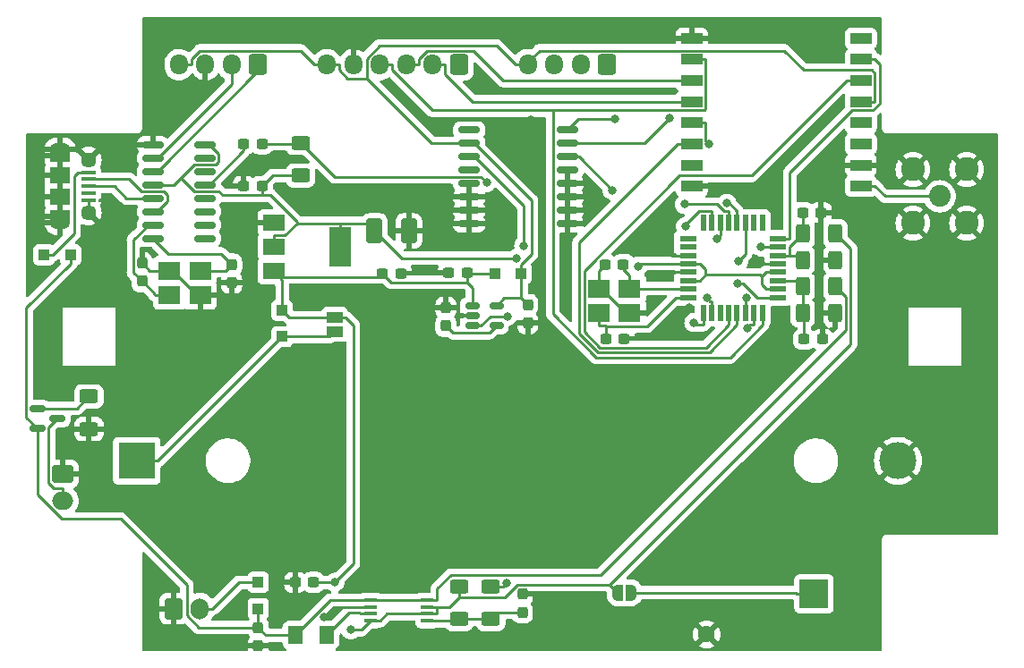
<source format=gbr>
%TF.GenerationSoftware,KiCad,Pcbnew,(6.0.5)*%
%TF.CreationDate,2022-08-16T14:45:35+02:00*%
%TF.ProjectId,ATMega328-LoRa-Sol-ADIO,41544d65-6761-4333-9238-2d4c6f52612d,rev?*%
%TF.SameCoordinates,Original*%
%TF.FileFunction,Copper,L1,Top*%
%TF.FilePolarity,Positive*%
%FSLAX46Y46*%
G04 Gerber Fmt 4.6, Leading zero omitted, Abs format (unit mm)*
G04 Created by KiCad (PCBNEW (6.0.5)) date 2022-08-16 14:45:35*
%MOMM*%
%LPD*%
G01*
G04 APERTURE LIST*
G04 Aperture macros list*
%AMRoundRect*
0 Rectangle with rounded corners*
0 $1 Rounding radius*
0 $2 $3 $4 $5 $6 $7 $8 $9 X,Y pos of 4 corners*
0 Add a 4 corners polygon primitive as box body*
4,1,4,$2,$3,$4,$5,$6,$7,$8,$9,$2,$3,0*
0 Add four circle primitives for the rounded corners*
1,1,$1+$1,$2,$3*
1,1,$1+$1,$4,$5*
1,1,$1+$1,$6,$7*
1,1,$1+$1,$8,$9*
0 Add four rect primitives between the rounded corners*
20,1,$1+$1,$2,$3,$4,$5,0*
20,1,$1+$1,$4,$5,$6,$7,0*
20,1,$1+$1,$6,$7,$8,$9,0*
20,1,$1+$1,$8,$9,$2,$3,0*%
%AMFreePoly0*
4,1,22,0.500000,-0.750000,0.000000,-0.750000,0.000000,-0.745033,-0.079941,-0.743568,-0.215256,-0.701293,-0.333266,-0.622738,-0.424486,-0.514219,-0.481581,-0.384460,-0.499164,-0.250000,-0.500000,-0.250000,-0.500000,0.250000,-0.499164,0.250000,-0.499963,0.256109,-0.478152,0.396186,-0.417904,0.524511,-0.324060,0.630769,-0.204165,0.706417,-0.067858,0.745374,0.000000,0.744959,0.000000,0.750000,
0.500000,0.750000,0.500000,-0.750000,0.500000,-0.750000,$1*%
%AMFreePoly1*
4,1,20,0.000000,0.744959,0.073905,0.744508,0.209726,0.703889,0.328688,0.626782,0.421226,0.519385,0.479903,0.390333,0.500000,0.250000,0.500000,-0.250000,0.499851,-0.262216,0.476331,-0.402017,0.414519,-0.529596,0.319384,-0.634700,0.198574,-0.708877,0.061801,-0.746166,0.000000,-0.745033,0.000000,-0.750000,-0.500000,-0.750000,-0.500000,0.750000,0.000000,0.750000,0.000000,0.744959,
0.000000,0.744959,$1*%
G04 Aperture macros list end*
%TA.AperFunction,SMDPad,CuDef*%
%ADD10RoundRect,0.150000X-0.825000X-0.150000X0.825000X-0.150000X0.825000X0.150000X-0.825000X0.150000X0*%
%TD*%
%TA.AperFunction,SMDPad,CuDef*%
%ADD11RoundRect,0.250000X0.625000X-0.400000X0.625000X0.400000X-0.625000X0.400000X-0.625000X-0.400000X0*%
%TD*%
%TA.AperFunction,SMDPad,CuDef*%
%ADD12R,1.000000X1.000000*%
%TD*%
%TA.AperFunction,ComponentPad*%
%ADD13RoundRect,0.250000X-0.600000X-0.750000X0.600000X-0.750000X0.600000X0.750000X-0.600000X0.750000X0*%
%TD*%
%TA.AperFunction,ComponentPad*%
%ADD14O,1.700000X2.000000*%
%TD*%
%TA.AperFunction,ComponentPad*%
%ADD15RoundRect,0.250000X0.600000X0.725000X-0.600000X0.725000X-0.600000X-0.725000X0.600000X-0.725000X0*%
%TD*%
%TA.AperFunction,ComponentPad*%
%ADD16O,1.700000X1.950000*%
%TD*%
%TA.AperFunction,SMDPad,CuDef*%
%ADD17RoundRect,0.237500X0.300000X0.237500X-0.300000X0.237500X-0.300000X-0.237500X0.300000X-0.237500X0*%
%TD*%
%TA.AperFunction,SMDPad,CuDef*%
%ADD18R,2.000000X1.500000*%
%TD*%
%TA.AperFunction,SMDPad,CuDef*%
%ADD19R,2.000000X3.800000*%
%TD*%
%TA.AperFunction,SMDPad,CuDef*%
%ADD20RoundRect,0.237500X0.237500X-0.300000X0.237500X0.300000X-0.237500X0.300000X-0.237500X-0.300000X0*%
%TD*%
%TA.AperFunction,SMDPad,CuDef*%
%ADD21R,1.350000X0.400000*%
%TD*%
%TA.AperFunction,SMDPad,CuDef*%
%ADD22R,1.900000X1.500000*%
%TD*%
%TA.AperFunction,ComponentPad*%
%ADD23O,1.900000X1.200000*%
%TD*%
%TA.AperFunction,SMDPad,CuDef*%
%ADD24R,1.900000X1.200000*%
%TD*%
%TA.AperFunction,ComponentPad*%
%ADD25C,1.450000*%
%TD*%
%TA.AperFunction,SMDPad,CuDef*%
%ADD26RoundRect,0.150000X-0.587500X-0.150000X0.587500X-0.150000X0.587500X0.150000X-0.587500X0.150000X0*%
%TD*%
%TA.AperFunction,SMDPad,CuDef*%
%ADD27RoundRect,0.150000X-0.875000X-0.150000X0.875000X-0.150000X0.875000X0.150000X-0.875000X0.150000X0*%
%TD*%
%TA.AperFunction,SMDPad,CuDef*%
%ADD28RoundRect,0.237500X-0.237500X0.300000X-0.237500X-0.300000X0.237500X-0.300000X0.237500X0.300000X0*%
%TD*%
%TA.AperFunction,SMDPad,CuDef*%
%ADD29RoundRect,0.150000X-0.512500X-0.150000X0.512500X-0.150000X0.512500X0.150000X-0.512500X0.150000X0*%
%TD*%
%TA.AperFunction,SMDPad,CuDef*%
%ADD30R,1.600000X0.550000*%
%TD*%
%TA.AperFunction,SMDPad,CuDef*%
%ADD31R,0.550000X1.600000*%
%TD*%
%TA.AperFunction,SMDPad,CuDef*%
%ADD32RoundRect,0.250001X-0.499999X-0.924999X0.499999X-0.924999X0.499999X0.924999X-0.499999X0.924999X0*%
%TD*%
%TA.AperFunction,SMDPad,CuDef*%
%ADD33RoundRect,0.250000X-0.400000X-0.625000X0.400000X-0.625000X0.400000X0.625000X-0.400000X0.625000X0*%
%TD*%
%TA.AperFunction,SMDPad,CuDef*%
%ADD34RoundRect,0.250000X-0.625000X0.400000X-0.625000X-0.400000X0.625000X-0.400000X0.625000X0.400000X0*%
%TD*%
%TA.AperFunction,SMDPad,CuDef*%
%ADD35RoundRect,0.250000X0.400000X0.625000X-0.400000X0.625000X-0.400000X-0.625000X0.400000X-0.625000X0*%
%TD*%
%TA.AperFunction,SMDPad,CuDef*%
%ADD36R,1.500000X1.000000*%
%TD*%
%TA.AperFunction,SMDPad,CuDef*%
%ADD37RoundRect,0.237500X-0.300000X-0.237500X0.300000X-0.237500X0.300000X0.237500X-0.300000X0.237500X0*%
%TD*%
%TA.AperFunction,SMDPad,CuDef*%
%ADD38R,1.200000X0.400000*%
%TD*%
%TA.AperFunction,ComponentPad*%
%ADD39RoundRect,0.250000X-0.750000X0.600000X-0.750000X-0.600000X0.750000X-0.600000X0.750000X0.600000X0*%
%TD*%
%TA.AperFunction,ComponentPad*%
%ADD40O,2.000000X1.700000*%
%TD*%
%TA.AperFunction,SMDPad,CuDef*%
%ADD41R,2.100000X1.800000*%
%TD*%
%TA.AperFunction,SMDPad,CuDef*%
%ADD42R,2.000000X1.000000*%
%TD*%
%TA.AperFunction,SMDPad,CuDef*%
%ADD43FreePoly0,180.000000*%
%TD*%
%TA.AperFunction,SMDPad,CuDef*%
%ADD44FreePoly1,180.000000*%
%TD*%
%TA.AperFunction,ComponentPad*%
%ADD45R,2.700000X2.700000*%
%TD*%
%TA.AperFunction,ComponentPad*%
%ADD46C,1.600000*%
%TD*%
%TA.AperFunction,SMDPad,CuDef*%
%ADD47RoundRect,0.250001X-0.462499X-0.624999X0.462499X-0.624999X0.462499X0.624999X-0.462499X0.624999X0*%
%TD*%
%TA.AperFunction,ComponentPad*%
%ADD48C,2.050000*%
%TD*%
%TA.AperFunction,ComponentPad*%
%ADD49C,2.250000*%
%TD*%
%TA.AperFunction,ComponentPad*%
%ADD50R,3.500000X3.500000*%
%TD*%
%TA.AperFunction,ComponentPad*%
%ADD51C,3.500000*%
%TD*%
%TA.AperFunction,ViaPad*%
%ADD52C,0.800000*%
%TD*%
%TA.AperFunction,Conductor*%
%ADD53C,0.250000*%
%TD*%
G04 APERTURE END LIST*
D10*
%TO.P,U2,1,GND*%
%TO.N,Earth*%
X126525000Y-38555000D03*
%TO.P,U2,2,TXD*%
%TO.N,RX*%
X126525000Y-39825000D03*
%TO.P,U2,3,RXD*%
%TO.N,TX*%
X126525000Y-41095000D03*
%TO.P,U2,4,V3*%
%TO.N,+3V3*%
X126525000Y-42365000D03*
%TO.P,U2,5,UD+*%
%TO.N,USB-D+*%
X126525000Y-43635000D03*
%TO.P,U2,6,UD-*%
%TO.N,USB-D-*%
X126525000Y-44905000D03*
%TO.P,U2,7,XI*%
%TO.N,Net-(C2-Pad1)*%
X126525000Y-46175000D03*
%TO.P,U2,8,XO*%
%TO.N,Net-(C3-Pad1)*%
X126525000Y-47445000D03*
%TO.P,U2,9,~{CTS}*%
%TO.N,unconnected-(U2-Pad9)*%
X131475000Y-47445000D03*
%TO.P,U2,10,~{DSR}*%
%TO.N,unconnected-(U2-Pad10)*%
X131475000Y-46175000D03*
%TO.P,U2,11,~{RI}*%
%TO.N,unconnected-(U2-Pad11)*%
X131475000Y-44905000D03*
%TO.P,U2,12,~{DCD}*%
%TO.N,unconnected-(U2-Pad12)*%
X131475000Y-43635000D03*
%TO.P,U2,13,~{DTR}*%
%TO.N,DTR*%
X131475000Y-42365000D03*
%TO.P,U2,14,~{RTS}*%
%TO.N,unconnected-(U2-Pad14)*%
X131475000Y-41095000D03*
%TO.P,U2,15,R232*%
%TO.N,unconnected-(U2-Pad15)*%
X131475000Y-39825000D03*
%TO.P,U2,16,VCC*%
%TO.N,+3V3*%
X131475000Y-38555000D03*
%TD*%
D11*
%TO.P,R8,1*%
%TO.N,Net-(C11-Pad1)*%
X158500000Y-83500000D03*
%TO.P,R8,2*%
%TO.N,Earth*%
X158500000Y-80400000D03*
%TD*%
D12*
%TO.P,D4,1,K*%
%TO.N,+BATT*%
X138750000Y-54250000D03*
%TO.P,D4,2,A*%
%TO.N,Net-(BT1-Pad1)*%
X138750000Y-56750000D03*
%TD*%
D13*
%TO.P,J4,1,Pin_1*%
%TO.N,Earth*%
X128500000Y-82500000D03*
D14*
%TO.P,J4,2,Pin_2*%
%TO.N,Net-(D3-Pad2)*%
X131000000Y-82500000D03*
%TD*%
D15*
%TO.P,J7,1,Pin_1*%
%TO.N,SPI_SS*%
X155500000Y-31000000D03*
D16*
%TO.P,J7,2,Pin_2*%
%TO.N,Lora_SCK*%
X153000000Y-31000000D03*
%TO.P,J7,3,Pin_3*%
%TO.N,Lora_MOSI*%
X150500000Y-31000000D03*
%TO.P,J7,4,Pin_4*%
%TO.N,Lora_MISO*%
X148000000Y-31000000D03*
%TO.P,J7,5,Pin_5*%
%TO.N,Earth*%
X145500000Y-31000000D03*
%TO.P,J7,6,Pin_6*%
%TO.N,+3.3VA*%
X143000000Y-31000000D03*
%TD*%
D15*
%TO.P,J5,1,Pin_1*%
%TO.N,TX*%
X136500000Y-31000000D03*
D16*
%TO.P,J5,2,Pin_2*%
%TO.N,RX*%
X134000000Y-31000000D03*
%TO.P,J5,3,Pin_3*%
%TO.N,Earth*%
X131500000Y-31000000D03*
%TO.P,J5,4,Pin_4*%
%TO.N,+3.3VA*%
X129000000Y-31000000D03*
%TD*%
D17*
%TO.P,C6,1*%
%TO.N,+BATT*%
X156250000Y-50725000D03*
%TO.P,C6,2*%
%TO.N,Earth*%
X154525000Y-50725000D03*
%TD*%
D18*
%TO.P,U1,1,GND*%
%TO.N,Earth*%
X137950000Y-45950000D03*
%TO.P,U1,2,VO*%
%TO.N,+3V3*%
X137950000Y-48250000D03*
D19*
X144250000Y-48250000D03*
D18*
%TO.P,U1,3,VI*%
%TO.N,+BATT*%
X137950000Y-50550000D03*
%TD*%
D20*
%TO.P,C8,1*%
%TO.N,Net-(C8-Pad1)*%
X154250000Y-55725000D03*
%TO.P,C8,2*%
%TO.N,Earth*%
X154250000Y-54000000D03*
%TD*%
D21*
%TO.P,J1,1,VBUS*%
%TO.N,Net-(D1-Pad2)*%
X120462500Y-41200000D03*
%TO.P,J1,2,D-*%
%TO.N,USB-D-*%
X120462500Y-41850000D03*
%TO.P,J1,3,D+*%
%TO.N,USB-D+*%
X120462500Y-42500000D03*
%TO.P,J1,4,ID*%
%TO.N,unconnected-(J1-Pad4)*%
X120462500Y-43150000D03*
%TO.P,J1,5,GND*%
%TO.N,Earth*%
X120462500Y-43800000D03*
D22*
%TO.P,J1,6,Shield*%
X117762500Y-41500000D03*
D23*
X117762500Y-39000000D03*
D24*
X117762500Y-45400000D03*
D22*
X117762500Y-43500000D03*
D24*
X117762500Y-39600000D03*
D25*
X120462500Y-45000000D03*
D23*
X117762500Y-46000000D03*
D25*
X120462500Y-40000000D03*
%TD*%
D26*
%TO.P,Q1,1,G*%
%TO.N,Net-(Q1-Pad1)*%
X115625000Y-63550000D03*
%TO.P,Q1,2,S*%
%TO.N,+5V*%
X115625000Y-65450000D03*
%TO.P,Q1,3,D*%
%TO.N,Net-(J2-Pad2)*%
X117500000Y-64500000D03*
%TD*%
D27*
%TO.P,U7,1,32KHZ*%
%TO.N,unconnected-(U7-Pad1)*%
X156450000Y-37190000D03*
%TO.P,U7,2,VCC*%
%TO.N,+3.3VA*%
X156450000Y-38460000D03*
%TO.P,U7,3,~{INT}/SQW*%
%TO.N,CLOCK_INT*%
X156450000Y-39730000D03*
%TO.P,U7,4,~{RST}*%
%TO.N,unconnected-(U7-Pad4)*%
X156450000Y-41000000D03*
%TO.P,U7,5,GND*%
%TO.N,Earth*%
X156450000Y-42270000D03*
%TO.P,U7,6,GND*%
X156450000Y-43540000D03*
%TO.P,U7,7,GND*%
X156450000Y-44810000D03*
%TO.P,U7,8,GND*%
X156450000Y-46080000D03*
%TO.P,U7,9,GND*%
X165750000Y-46080000D03*
%TO.P,U7,10,GND*%
X165750000Y-44810000D03*
%TO.P,U7,11,GND*%
X165750000Y-43540000D03*
%TO.P,U7,12,GND*%
X165750000Y-42270000D03*
%TO.P,U7,13,GND*%
X165750000Y-41000000D03*
%TO.P,U7,14,VBAT*%
%TO.N,Net-(BT2-Pad1)*%
X165750000Y-39730000D03*
%TO.P,U7,15,SDA*%
%TO.N,SDA*%
X165750000Y-38460000D03*
%TO.P,U7,16,SCL*%
%TO.N,SCL*%
X165750000Y-37190000D03*
%TD*%
D28*
%TO.P,C9,1*%
%TO.N,+3.3VA*%
X162000000Y-53750000D03*
%TO.P,C9,2*%
%TO.N,Earth*%
X162000000Y-55475000D03*
%TD*%
D29*
%TO.P,U3,1,VIN*%
%TO.N,+BATT*%
X156750000Y-53825000D03*
%TO.P,U3,2,GND*%
%TO.N,Earth*%
X156750000Y-54775000D03*
%TO.P,U3,3,ON/~{OFF}*%
%TO.N,DO_POWERON*%
X156750000Y-55725000D03*
%TO.P,U3,4,BP*%
%TO.N,Net-(C8-Pad1)*%
X159025000Y-55725000D03*
%TO.P,U3,5,VOUT*%
%TO.N,+3.3VA*%
X159025000Y-53825000D03*
%TD*%
D30*
%TO.P,U6,1,PD3*%
%TO.N,unconnected-(U6-Pad1)*%
X177150000Y-47450000D03*
%TO.P,U6,2,PD4*%
%TO.N,unconnected-(U6-Pad2)*%
X177150000Y-48250000D03*
%TO.P,U6,3,GND*%
%TO.N,Earth*%
X177150000Y-49050000D03*
%TO.P,U6,4,VCC*%
%TO.N,+3V3*%
X177150000Y-49850000D03*
%TO.P,U6,5,GND*%
%TO.N,Earth*%
X177150000Y-50650000D03*
%TO.P,U6,6,VCC*%
%TO.N,+3V3*%
X177150000Y-51450000D03*
%TO.P,U6,7,XTAL1/PB6*%
%TO.N,Net-(C15-Pad1)*%
X177150000Y-52250000D03*
%TO.P,U6,8,XTAL2/PB7*%
%TO.N,Net-(C16-Pad1)*%
X177150000Y-53050000D03*
D31*
%TO.P,U6,9,PD5*%
%TO.N,DO_POWERON*%
X178600000Y-54500000D03*
%TO.P,U6,10,PD6*%
%TO.N,CLOCK_INT*%
X179400000Y-54500000D03*
%TO.P,U6,11,PD7*%
%TO.N,unconnected-(U6-Pad11)*%
X180200000Y-54500000D03*
%TO.P,U6,12,PB0*%
%TO.N,Lora_DIO0*%
X181000000Y-54500000D03*
%TO.P,U6,13,PB1*%
%TO.N,Lora_RST*%
X181800000Y-54500000D03*
%TO.P,U6,14,PB2*%
%TO.N,Lora_NSS*%
X182600000Y-54500000D03*
%TO.P,U6,15,PB3*%
%TO.N,Lora_MOSI*%
X183400000Y-54500000D03*
%TO.P,U6,16,PB4*%
%TO.N,Lora_MISO*%
X184200000Y-54500000D03*
D30*
%TO.P,U6,17,PB5*%
%TO.N,Lora_SCK*%
X185650000Y-53050000D03*
%TO.P,U6,18,AVCC*%
%TO.N,+3V3*%
X185650000Y-52250000D03*
%TO.P,U6,19,ADC6*%
%TO.N,Net-(C13-Pad1)*%
X185650000Y-51450000D03*
%TO.P,U6,20,AREF*%
%TO.N,+3V3*%
X185650000Y-50650000D03*
%TO.P,U6,21,GND*%
%TO.N,Earth*%
X185650000Y-49850000D03*
%TO.P,U6,22,ADC7*%
%TO.N,Net-(C12-Pad1)*%
X185650000Y-49050000D03*
%TO.P,U6,23,PC0*%
%TO.N,SPI_SS*%
X185650000Y-48250000D03*
%TO.P,U6,24,PC1*%
%TO.N,Lora_DIO1*%
X185650000Y-47450000D03*
D31*
%TO.P,U6,25,PC2*%
%TO.N,unconnected-(U6-Pad25)*%
X184200000Y-46000000D03*
%TO.P,U6,26,PC3*%
%TO.N,unconnected-(U6-Pad26)*%
X183400000Y-46000000D03*
%TO.P,U6,27,PC4*%
%TO.N,SDA*%
X182600000Y-46000000D03*
%TO.P,U6,28,PC5*%
%TO.N,SCL*%
X181800000Y-46000000D03*
%TO.P,U6,29,~{RESET}/PC6*%
%TO.N,AT-RST*%
X181000000Y-46000000D03*
%TO.P,U6,30,PD0*%
%TO.N,RX*%
X180200000Y-46000000D03*
%TO.P,U6,31,PD1*%
%TO.N,TX*%
X179400000Y-46000000D03*
%TO.P,U6,32,PD2*%
%TO.N,unconnected-(U6-Pad32)*%
X178600000Y-46000000D03*
%TD*%
D11*
%TO.P,R2,1*%
%TO.N,+3V3*%
X140500000Y-41500000D03*
%TO.P,R2,2*%
%TO.N,AT-RST*%
X140500000Y-38400000D03*
%TD*%
D32*
%TO.P,C5,1*%
%TO.N,+3V3*%
X147500000Y-46750000D03*
%TO.P,C5,2*%
%TO.N,Earth*%
X150750000Y-46750000D03*
%TD*%
D17*
%TO.P,C15,1*%
%TO.N,Net-(C15-Pad1)*%
X171042500Y-49930000D03*
%TO.P,C15,2*%
%TO.N,Earth*%
X169317500Y-49930000D03*
%TD*%
D28*
%TO.P,C3,1*%
%TO.N,Net-(C3-Pad1)*%
X134000000Y-49925000D03*
%TO.P,C3,2*%
%TO.N,Earth*%
X134000000Y-51650000D03*
%TD*%
D33*
%TO.P,R4,1*%
%TO.N,Net-(C12-Pad1)*%
X188000000Y-49500000D03*
%TO.P,R4,2*%
%TO.N,Earth*%
X191100000Y-49500000D03*
%TD*%
D34*
%TO.P,R7,1*%
%TO.N,+BATT*%
X155500000Y-80400000D03*
%TO.P,R7,2*%
%TO.N,Net-(C11-Pad1)*%
X155500000Y-83500000D03*
%TD*%
D15*
%TO.P,J3,1,Pin_1*%
%TO.N,SCL*%
X169500000Y-31000000D03*
D16*
%TO.P,J3,2,Pin_2*%
%TO.N,SDA*%
X167000000Y-31000000D03*
%TO.P,J3,3,Pin_3*%
%TO.N,Earth*%
X164500000Y-31000000D03*
%TO.P,J3,4,Pin_4*%
%TO.N,+3.3VA*%
X162000000Y-31000000D03*
%TD*%
D11*
%TO.P,R1,1*%
%TO.N,Earth*%
X120500000Y-65500000D03*
%TO.P,R1,2*%
%TO.N,Net-(Q1-Pad1)*%
X120500000Y-62400000D03*
%TD*%
D35*
%TO.P,R3,1*%
%TO.N,+BATT*%
X191100000Y-47000000D03*
%TO.P,R3,2*%
%TO.N,Net-(C12-Pad1)*%
X188000000Y-47000000D03*
%TD*%
D36*
%TO.P,JP2,1,A*%
%TO.N,Net-(BT1-Pad1)*%
X143750000Y-56250000D03*
%TO.P,JP2,2,B*%
%TO.N,+BATT*%
X143750000Y-54950000D03*
%TD*%
D37*
%TO.P,C1,1*%
%TO.N,+BATT*%
X148250000Y-50750000D03*
%TO.P,C1,2*%
%TO.N,Earth*%
X149975000Y-50750000D03*
%TD*%
D20*
%TO.P,C11,1*%
%TO.N,Net-(C11-Pad1)*%
X161500000Y-82862500D03*
%TO.P,C11,2*%
%TO.N,Earth*%
X161500000Y-81137500D03*
%TD*%
D12*
%TO.P,D3,1,K*%
%TO.N,+5V*%
X136500000Y-82500000D03*
%TO.P,D3,2,A*%
%TO.N,Net-(D3-Pad2)*%
X136500000Y-80000000D03*
%TD*%
D38*
%TO.P,U5,1,MPP-SET*%
%TO.N,+5V*%
X147100000Y-81700000D03*
%TO.P,U5,2,GND*%
%TO.N,Earth*%
X147100000Y-82350000D03*
%TO.P,U5,3,LX*%
%TO.N,Net-(L1-Pad2)*%
X147100000Y-83000000D03*
%TO.P,U5,4,VOUT*%
%TO.N,+BATT*%
X147100000Y-83650000D03*
%TO.P,U5,5,VCTRL*%
%TO.N,Net-(C11-Pad1)*%
X152500000Y-83650000D03*
%TO.P,U5,6,ICTRL_MINUS*%
%TO.N,+BATT*%
X152500000Y-83000000D03*
%TO.P,U5,7,ICTRL_PLUS*%
X152500000Y-82350000D03*
%TO.P,U5,8,XSHUT*%
%TO.N,+5V*%
X152500000Y-81700000D03*
%TD*%
D39*
%TO.P,J2,1,Pin_1*%
%TO.N,Earth*%
X118025000Y-69750000D03*
D40*
%TO.P,J2,2,Pin_2*%
%TO.N,Net-(J2-Pad2)*%
X118025000Y-72250000D03*
%TD*%
D41*
%TO.P,Y2,1,1*%
%TO.N,Net-(C15-Pad1)*%
X171630000Y-52190000D03*
%TO.P,Y2,2,2*%
%TO.N,Earth*%
X168730000Y-52190000D03*
%TO.P,Y2,3,3*%
%TO.N,Net-(C16-Pad1)*%
X168730000Y-54490000D03*
%TO.P,Y2,4,4*%
%TO.N,Earth*%
X171630000Y-54490000D03*
%TD*%
D37*
%TO.P,C13,1*%
%TO.N,Net-(C13-Pad1)*%
X188137500Y-57000000D03*
%TO.P,C13,2*%
%TO.N,Earth*%
X189862500Y-57000000D03*
%TD*%
%TO.P,C7,1*%
%TO.N,DTR*%
X135137500Y-38500000D03*
%TO.P,C7,2*%
%TO.N,AT-RST*%
X136862500Y-38500000D03*
%TD*%
D42*
%TO.P,U4,1,GND*%
%TO.N,Earth*%
X177500000Y-28500000D03*
%TO.P,U4,2,MISO*%
%TO.N,Lora_MISO*%
X177500000Y-30500000D03*
%TO.P,U4,3,MOSI*%
%TO.N,Lora_MOSI*%
X177500000Y-32500000D03*
%TO.P,U4,4,SCK*%
%TO.N,Lora_SCK*%
X177500000Y-34500000D03*
%TO.P,U4,5,NSS*%
%TO.N,Lora_NSS*%
X177500000Y-36500000D03*
%TO.P,U4,6,RESET*%
%TO.N,Lora_RST*%
X177500000Y-38500000D03*
%TO.P,U4,7,DIO5*%
%TO.N,unconnected-(U4-Pad7)*%
X177500000Y-40500000D03*
%TO.P,U4,8,GND*%
%TO.N,Earth*%
X177500000Y-42500000D03*
%TO.P,U4,9,ANT*%
%TO.N,Net-(J6-Pad1)*%
X193500000Y-42500000D03*
%TO.P,U4,10,GND*%
%TO.N,Earth*%
X193500000Y-40500000D03*
%TO.P,U4,11,DIO3*%
%TO.N,unconnected-(U4-Pad11)*%
X193500000Y-38500000D03*
%TO.P,U4,12,DIO4*%
%TO.N,unconnected-(U4-Pad12)*%
X193500000Y-36500000D03*
%TO.P,U4,13,3.3V*%
%TO.N,+3.3VA*%
X193500000Y-34500000D03*
%TO.P,U4,14,DIO0*%
%TO.N,Lora_DIO0*%
X193500000Y-32500000D03*
%TO.P,U4,15,DIO1*%
%TO.N,Lora_DIO1*%
X193500000Y-30500000D03*
%TO.P,U4,16,DIO2*%
%TO.N,unconnected-(U4-Pad16)*%
X193500000Y-28500000D03*
%TD*%
D41*
%TO.P,Y1,1,1*%
%TO.N,Net-(C2-Pad1)*%
X128111300Y-52800000D03*
%TO.P,Y1,2,2*%
%TO.N,Earth*%
X131011300Y-52800000D03*
%TO.P,Y1,3,3*%
%TO.N,Net-(C3-Pad1)*%
X131011300Y-50500000D03*
%TO.P,Y1,4,4*%
%TO.N,Earth*%
X128111300Y-50500000D03*
%TD*%
D43*
%TO.P,JP1,1,A*%
%TO.N,Net-(BT2-Pad1)*%
X171800000Y-81000000D03*
D44*
%TO.P,JP1,2,B*%
%TO.N,+BATT*%
X170500000Y-81000000D03*
%TD*%
D17*
%TO.P,C14,1*%
%TO.N,+BATT*%
X141725000Y-80000000D03*
%TO.P,C14,2*%
%TO.N,Earth*%
X140000000Y-80000000D03*
%TD*%
D12*
%TO.P,D2,1,K*%
%TO.N,+BATT*%
X158862500Y-50775000D03*
%TO.P,D2,2,A*%
%TO.N,+3.3VA*%
X161362500Y-50775000D03*
%TD*%
D37*
%TO.P,C4,1*%
%TO.N,Earth*%
X135137500Y-42500000D03*
%TO.P,C4,2*%
%TO.N,+3V3*%
X136862500Y-42500000D03*
%TD*%
D28*
%TO.P,C10,1*%
%TO.N,+5V*%
X136500000Y-84275000D03*
%TO.P,C10,2*%
%TO.N,Earth*%
X136500000Y-86000000D03*
%TD*%
D37*
%TO.P,C12,1*%
%TO.N,Net-(C12-Pad1)*%
X188000000Y-45000000D03*
%TO.P,C12,2*%
%TO.N,Earth*%
X189725000Y-45000000D03*
%TD*%
D45*
%TO.P,BT2,1,+*%
%TO.N,Net-(BT2-Pad1)*%
X189075000Y-81085000D03*
D46*
%TO.P,BT2,2,-*%
%TO.N,Earth*%
X178905000Y-84935000D03*
%TD*%
D47*
%TO.P,L1,1,1*%
%TO.N,+5V*%
X140000000Y-85000000D03*
%TO.P,L1,2,2*%
%TO.N,Net-(L1-Pad2)*%
X142975000Y-85000000D03*
%TD*%
D20*
%TO.P,C2,1*%
%TO.N,Net-(C2-Pad1)*%
X125500000Y-51500000D03*
%TO.P,C2,2*%
%TO.N,Earth*%
X125500000Y-49775000D03*
%TD*%
D48*
%TO.P,J6,1,In*%
%TO.N,Net-(J6-Pad1)*%
X200960000Y-43460000D03*
D49*
%TO.P,J6,2,Ext*%
%TO.N,Earth*%
X203500000Y-46000000D03*
X198420000Y-40920000D03*
X198420000Y-46000000D03*
X203500000Y-40920000D03*
%TD*%
D12*
%TO.P,D1,1,K*%
%TO.N,+5V*%
X118750000Y-49000000D03*
%TO.P,D1,2,A*%
%TO.N,Net-(D1-Pad2)*%
X116250000Y-49000000D03*
%TD*%
D50*
%TO.P,BT1,1,+*%
%TO.N,Net-(BT1-Pad1)*%
X125000000Y-68500000D03*
D51*
%TO.P,BT1,2,-*%
%TO.N,Earth*%
X197000000Y-68500000D03*
%TD*%
D33*
%TO.P,R6,1*%
%TO.N,Net-(C13-Pad1)*%
X188000000Y-54500000D03*
%TO.P,R6,2*%
%TO.N,Earth*%
X191100000Y-54500000D03*
%TD*%
D35*
%TO.P,R5,1*%
%TO.N,+5V*%
X191100000Y-52000000D03*
%TO.P,R5,2*%
%TO.N,Net-(C13-Pad1)*%
X188000000Y-52000000D03*
%TD*%
D37*
%TO.P,C16,1*%
%TO.N,Net-(C16-Pad1)*%
X169360000Y-56930000D03*
%TO.P,C16,2*%
%TO.N,Earth*%
X171085000Y-56930000D03*
%TD*%
D52*
%TO.N,Earth*%
X151000000Y-54000000D03*
X162250000Y-36250000D03*
X157500000Y-32750000D03*
X160000000Y-80057900D03*
X142762299Y-83262299D03*
X175250000Y-47500000D03*
X165750000Y-52500000D03*
X167750000Y-44250000D03*
X138000000Y-40000000D03*
X190250000Y-36000000D03*
X184000000Y-49750000D03*
X177250000Y-54000000D03*
X174000000Y-53250000D03*
X175250000Y-51000000D03*
X152750000Y-48000000D03*
X152250000Y-50500000D03*
%TO.N,+BATT*%
X145250000Y-84500000D03*
X143750000Y-80000000D03*
%TO.N,+3V3*%
X160944600Y-49324400D03*
X172415500Y-50070000D03*
%TO.N,Lora_SCK*%
X181844000Y-51685100D03*
%TO.N,Lora_MOSI*%
X182732100Y-55908800D03*
%TO.N,Lora_NSS*%
X179119500Y-38531100D03*
X182695500Y-53046700D03*
%TO.N,Net-(BT2-Pad1)*%
X169989900Y-42893100D03*
%TO.N,AT-RST*%
X158108600Y-42157300D03*
X176826500Y-44222900D03*
%TO.N,SCL*%
X180836900Y-44128700D03*
X170209300Y-36162900D03*
%TO.N,SDA*%
X181924100Y-49607600D03*
X175427400Y-36057400D03*
%TO.N,TX*%
X176923100Y-46301800D03*
%TO.N,RX*%
X179936300Y-47445800D03*
%TO.N,SPI_SS*%
X184070000Y-48250000D03*
%TO.N,DO_POWERON*%
X160061400Y-54808100D03*
X177716000Y-55418700D03*
%TO.N,CLOCK_INT*%
X161624000Y-48146100D03*
X178949700Y-53098200D03*
%TD*%
D53*
%TO.N,+BATT*%
X145500000Y-78250000D02*
X143750000Y-80000000D01*
X144750000Y-54950000D02*
X145500000Y-55700000D01*
X143750000Y-54950000D02*
X144750000Y-54950000D01*
X145500000Y-55700000D02*
X145500000Y-78250000D01*
%TO.N,Earth*%
X159657900Y-80400000D02*
X160000000Y-80057900D01*
X158500000Y-80400000D02*
X159657900Y-80400000D01*
X143674598Y-82350000D02*
X142762299Y-83262299D01*
X147100000Y-82350000D02*
X143674598Y-82350000D01*
X175550000Y-49050000D02*
X177150000Y-49050000D01*
X120462500Y-43800000D02*
X120462500Y-45000000D01*
X184100000Y-49850000D02*
X184000000Y-49750000D01*
X185650000Y-49850000D02*
X184100000Y-49850000D01*
X175600000Y-50650000D02*
X175250000Y-51000000D01*
X177150000Y-50650000D02*
X175600000Y-50650000D01*
%TO.N,+BATT*%
X138750000Y-51350000D02*
X137950000Y-50550000D01*
X138750000Y-54250000D02*
X138750000Y-51350000D01*
X139450000Y-54950000D02*
X138750000Y-54250000D01*
X143750000Y-54950000D02*
X139450000Y-54950000D01*
%TO.N,Net-(BT1-Pad1)*%
X143250000Y-56750000D02*
X143750000Y-56250000D01*
X138750000Y-56750000D02*
X143250000Y-56750000D01*
X127000000Y-68500000D02*
X138750000Y-56750000D01*
X125000000Y-68500000D02*
X127000000Y-68500000D01*
%TO.N,+BATT*%
X146250000Y-84500000D02*
X147100000Y-83650000D01*
X145250000Y-84500000D02*
X146250000Y-84500000D01*
X141725000Y-80000000D02*
X143750000Y-80000000D01*
%TO.N,+5V*%
X129750500Y-83149800D02*
X130875700Y-84275000D01*
X118750000Y-49825300D02*
X114556100Y-54019200D01*
X140000000Y-85000000D02*
X137225000Y-85000000D01*
X192100800Y-53000800D02*
X192100800Y-56097400D01*
X136500000Y-84275000D02*
X136500000Y-82500000D01*
X152500000Y-81700000D02*
X153425300Y-81700000D01*
X114556100Y-54019200D02*
X114556100Y-64381100D01*
X147100000Y-81700000D02*
X143300000Y-81700000D01*
X130875700Y-84275000D02*
X136500000Y-84275000D01*
X192100800Y-56097400D02*
X168864800Y-79333400D01*
X117907600Y-74011200D02*
X123488900Y-74011200D01*
X143300000Y-81700000D02*
X140000000Y-85000000D01*
X191100000Y-52000000D02*
X192100800Y-53000800D01*
X152500000Y-81700000D02*
X147100000Y-81700000D01*
X114556100Y-64381100D02*
X115625000Y-65450000D01*
X115625000Y-71728600D02*
X117907600Y-74011200D01*
X118750000Y-49000000D02*
X118750000Y-49825300D01*
X129750500Y-80272800D02*
X129750500Y-83149800D01*
X168864800Y-79333400D02*
X154718600Y-79333400D01*
X123488900Y-74011200D02*
X129750500Y-80272800D01*
X153425300Y-80626700D02*
X153425300Y-81700000D01*
X115625000Y-65450000D02*
X115625000Y-71728600D01*
X137225000Y-85000000D02*
X136500000Y-84275000D01*
X154718600Y-79333400D02*
X153425300Y-80626700D01*
%TO.N,Earth*%
X168730000Y-50517500D02*
X168730000Y-52190000D01*
X126225000Y-50500000D02*
X128100000Y-50500000D01*
X171240000Y-54490000D02*
X168940000Y-52190000D01*
X125500000Y-49775000D02*
X126225000Y-50500000D01*
X128400978Y-50500000D02*
X130700978Y-52800000D01*
X169317500Y-49930000D02*
X168730000Y-50517500D01*
%TO.N,Net-(C2-Pad1)*%
X126724700Y-52724700D02*
X126724700Y-52800000D01*
X124692600Y-47601000D02*
X124692600Y-50692600D01*
X126118600Y-46175000D02*
X124692600Y-47601000D01*
X128100000Y-52800000D02*
X126724700Y-52800000D01*
X125500000Y-51500000D02*
X126724700Y-52724700D01*
X124692600Y-50692600D02*
X125500000Y-51500000D01*
%TO.N,Net-(C3-Pad1)*%
X131000000Y-50500000D02*
X133425000Y-50500000D01*
X134000000Y-49925000D02*
X132986200Y-48911200D01*
X133425000Y-50500000D02*
X134000000Y-49925000D01*
X132997500Y-48911200D02*
X128002500Y-48911200D01*
X127991200Y-48911200D02*
X126525000Y-47445000D01*
%TO.N,+3V3*%
X128533800Y-42365000D02*
X126525000Y-42365000D01*
X133144500Y-43368500D02*
X132776000Y-43000000D01*
X184524700Y-52250000D02*
X184109600Y-51834900D01*
X178815900Y-50390600D02*
X178275300Y-49850000D01*
X132776000Y-39440000D02*
X132776000Y-40198200D01*
X140175300Y-46024700D02*
X140175300Y-45897400D01*
X177150000Y-51450000D02*
X178275300Y-51450000D01*
X184524700Y-50650000D02*
X184109600Y-51065100D01*
X178815900Y-50909400D02*
X178275300Y-51450000D01*
X172415500Y-50070000D02*
X172635500Y-49850000D01*
X136862500Y-43368500D02*
X136862500Y-42500000D01*
X137950000Y-48250000D02*
X137950000Y-47174700D01*
X139025300Y-47174700D02*
X140175300Y-46024700D01*
X183953900Y-50909400D02*
X178815900Y-50909400D01*
X147500000Y-46750000D02*
X146774700Y-46024700D01*
X130408800Y-43000000D02*
X129153800Y-41745000D01*
X132776000Y-43000000D02*
X130408800Y-43000000D01*
X177150000Y-49850000D02*
X178275300Y-49850000D01*
X150074400Y-49324400D02*
X147500000Y-46750000D01*
X160944600Y-49324400D02*
X150074400Y-49324400D01*
X144250000Y-46024700D02*
X140175300Y-46024700D01*
X136862500Y-43368500D02*
X133144500Y-43368500D01*
X178815900Y-50909400D02*
X178815900Y-50390600D01*
X132514200Y-40460000D02*
X130438800Y-40460000D01*
X184109600Y-51065100D02*
X183953900Y-50909400D01*
X144250000Y-48250000D02*
X144250000Y-46024700D01*
X132776000Y-40198200D02*
X132514200Y-40460000D01*
X146774700Y-46024700D02*
X144250000Y-46024700D01*
X131891000Y-38555000D02*
X132776000Y-39440000D01*
X140175300Y-45897400D02*
X137646400Y-43368500D01*
X185650000Y-50650000D02*
X184524700Y-50650000D01*
X137862500Y-41500000D02*
X140500000Y-41500000D01*
X129153800Y-41745000D02*
X128533800Y-42365000D01*
X172635500Y-49850000D02*
X177150000Y-49850000D01*
X130438800Y-40460000D02*
X129153800Y-41745000D01*
X184109600Y-51834900D02*
X184109600Y-51065100D01*
X137646400Y-43368500D02*
X136862500Y-43368500D01*
X136862500Y-42500000D02*
X137862500Y-41500000D01*
X137950000Y-47174700D02*
X139025300Y-47174700D01*
X185650000Y-52250000D02*
X184524700Y-52250000D01*
%TO.N,Net-(D1-Pad2)*%
X119065700Y-47009600D02*
X119065700Y-41596500D01*
X116250000Y-49000000D02*
X117075300Y-49000000D01*
X119065700Y-41596500D02*
X119462200Y-41200000D01*
X120462500Y-41200000D02*
X119462200Y-41200000D01*
X117075300Y-49000000D02*
X119065700Y-47009600D01*
%TO.N,USB-D-*%
X127561200Y-43000000D02*
X127875200Y-43314000D01*
X124308300Y-41850000D02*
X125458300Y-43000000D01*
X127875200Y-43956700D02*
X126926900Y-44905000D01*
X125458300Y-43000000D02*
X127561200Y-43000000D01*
X127875200Y-43314000D02*
X127875200Y-43956700D01*
X120462500Y-41850000D02*
X124308300Y-41850000D01*
%TO.N,USB-D+*%
X122915300Y-42500000D02*
X124050300Y-43635000D01*
X120462500Y-42500000D02*
X122915300Y-42500000D01*
X124050300Y-43635000D02*
X126525000Y-43635000D01*
%TO.N,Net-(J2-Pad2)*%
X116688500Y-70619700D02*
X116688500Y-65311500D01*
X116688500Y-65311500D02*
X117500000Y-64500000D01*
X118025000Y-71074700D02*
X117143500Y-71074700D01*
X118025000Y-72250000D02*
X118025000Y-71074700D01*
X117143500Y-71074700D02*
X116688500Y-70619700D01*
%TO.N,Net-(J6-Pad1)*%
X195785300Y-43460000D02*
X194825300Y-42500000D01*
X200960000Y-43460000D02*
X195785300Y-43460000D01*
X193500000Y-42500000D02*
X194825300Y-42500000D01*
%TO.N,Net-(Q1-Pad1)*%
X119350000Y-63550000D02*
X115625000Y-63550000D01*
X120500000Y-62400000D02*
X119350000Y-63550000D01*
%TO.N,DTR*%
X135137500Y-38500000D02*
X135137500Y-39106500D01*
X135137500Y-39106500D02*
X131879000Y-42365000D01*
%TO.N,Lora_DIO0*%
X183174700Y-41500000D02*
X176371100Y-41500000D01*
X167331700Y-50539400D02*
X167331700Y-56262900D01*
X178853000Y-57772300D02*
X181000000Y-55625300D01*
X167331700Y-56262900D02*
X168841100Y-57772300D01*
X192174700Y-32500000D02*
X183174700Y-41500000D01*
X181000000Y-54500000D02*
X181000000Y-55625300D01*
X193500000Y-32500000D02*
X192174700Y-32500000D01*
X168841100Y-57772300D02*
X178853000Y-57772300D01*
X176371100Y-41500000D02*
X167331700Y-50539400D01*
%TO.N,Lora_RST*%
X168656700Y-58232200D02*
X179193100Y-58232200D01*
X166846300Y-56421800D02*
X168656700Y-58232200D01*
X179193100Y-58232200D02*
X181800000Y-55625300D01*
X181800000Y-54500000D02*
X181800000Y-55625300D01*
X166846300Y-47828400D02*
X166846300Y-56421800D01*
X176174700Y-38500000D02*
X166846300Y-47828400D01*
X177500000Y-38500000D02*
X176174700Y-38500000D01*
%TO.N,Lora_DIO1*%
X194648700Y-35325400D02*
X192668700Y-35325400D01*
X193500000Y-30500000D02*
X194825300Y-30500000D01*
X185650000Y-47450000D02*
X186775300Y-47450000D01*
X186775300Y-41218800D02*
X186775300Y-47450000D01*
X192668700Y-35325400D02*
X186775300Y-41218800D01*
X194825300Y-30500000D02*
X195288900Y-30963600D01*
X195288900Y-34685200D02*
X194648700Y-35325400D01*
X195288900Y-30963600D02*
X195288900Y-34685200D01*
%TO.N,Lora_SCK*%
X182359700Y-51685100D02*
X181844000Y-51685100D01*
X154175300Y-31881500D02*
X154175300Y-31000000D01*
X153000000Y-31000000D02*
X154175300Y-31000000D01*
X156793800Y-34500000D02*
X177500000Y-34500000D01*
X183724600Y-53050000D02*
X182359700Y-51685100D01*
X156793800Y-34500000D02*
X154175300Y-31881500D01*
X185650000Y-53050000D02*
X183724600Y-53050000D01*
%TO.N,Lora_MISO*%
X178825300Y-35203700D02*
X178703600Y-35325400D01*
X164363800Y-35325400D02*
X152986500Y-35325400D01*
X164363800Y-54609400D02*
X168455800Y-58701400D01*
X148000000Y-31000000D02*
X149175300Y-31000000D01*
X178703600Y-35325400D02*
X164363800Y-35325400D01*
X181123900Y-58701400D02*
X184200000Y-55625300D01*
X149175300Y-31514200D02*
X149175300Y-31000000D01*
X152986500Y-35325400D02*
X149175300Y-31514200D01*
X184200000Y-54500000D02*
X184200000Y-55625300D01*
X178825300Y-30500000D02*
X178825300Y-35203700D01*
X168455800Y-58701400D02*
X181123900Y-58701400D01*
X177500000Y-30500000D02*
X178825300Y-30500000D01*
X164363800Y-35325400D02*
X164363800Y-54609400D01*
%TO.N,Lora_MOSI*%
X152478400Y-29682700D02*
X151675300Y-30485800D01*
X151675300Y-30485800D02*
X151675300Y-31000000D01*
X183400000Y-54500000D02*
X183400000Y-55625300D01*
X183015600Y-55625300D02*
X183400000Y-55625300D01*
X150500000Y-31000000D02*
X151675300Y-31000000D01*
X156842300Y-29682700D02*
X152478400Y-29682700D01*
X159659600Y-32500000D02*
X156842300Y-29682700D01*
X177500000Y-32500000D02*
X159659600Y-32500000D01*
X182732100Y-55908800D02*
X183015600Y-55625300D01*
%TO.N,Lora_NSS*%
X177500000Y-36500000D02*
X178825300Y-36500000D01*
X178825300Y-36500000D02*
X178825300Y-38236900D01*
X178825300Y-38236900D02*
X179119500Y-38531100D01*
X182600000Y-53142200D02*
X182695500Y-53046700D01*
X182600000Y-54500000D02*
X182600000Y-53142200D01*
%TO.N,+BATT*%
X155500000Y-80400000D02*
X155500000Y-81431100D01*
X153425300Y-82350000D02*
X153425300Y-83000000D01*
X192551200Y-57447400D02*
X169749300Y-80249300D01*
X153425300Y-82350000D02*
X154581100Y-82350000D01*
X154581100Y-82350000D02*
X155500000Y-81431100D01*
X148025300Y-83650000D02*
X148675300Y-83000000D01*
X169749300Y-80249300D02*
X170500000Y-81000000D01*
X147100000Y-83650000D02*
X148025300Y-83650000D01*
X156250000Y-51602600D02*
X156250000Y-50725000D01*
X191100000Y-47000000D02*
X192551200Y-48451200D01*
X192551200Y-48451200D02*
X192551200Y-57447400D01*
X137950000Y-51087600D02*
X147912400Y-51087600D01*
X156750000Y-52102600D02*
X156750000Y-53825000D01*
X149102600Y-51602600D02*
X156250000Y-51602600D01*
X152500000Y-83000000D02*
X153425300Y-83000000D01*
X148675300Y-83000000D02*
X152500000Y-83000000D01*
X161045600Y-80249300D02*
X169749300Y-80249300D01*
X148250000Y-50750000D02*
X149102600Y-51602600D01*
X158862500Y-50775000D02*
X156300000Y-50775000D01*
X152500000Y-82350000D02*
X153425300Y-82350000D01*
X159863800Y-81431100D02*
X161045600Y-80249300D01*
X156250000Y-51602600D02*
X156750000Y-52102600D01*
X155500000Y-81431100D02*
X159863800Y-81431100D01*
%TO.N,Net-(BT2-Pad1)*%
X169989900Y-42893100D02*
X166826800Y-39730000D01*
X166826800Y-39730000D02*
X165750000Y-39730000D01*
X187314700Y-81000000D02*
X171800000Y-81000000D01*
X189075000Y-81085000D02*
X187399700Y-81085000D01*
X187399700Y-81085000D02*
X187314700Y-81000000D01*
%TO.N,AT-RST*%
X157577300Y-41626000D02*
X158108600Y-42157300D01*
X181000000Y-46000000D02*
X181000000Y-44874700D01*
X180557200Y-44874700D02*
X181000000Y-44874700D01*
X143726000Y-41626000D02*
X157577300Y-41626000D01*
X140500000Y-38400000D02*
X143726000Y-41626000D01*
X136862500Y-38500000D02*
X140400000Y-38500000D01*
X176826500Y-44222900D02*
X179905400Y-44222900D01*
X179905400Y-44222900D02*
X180557200Y-44874700D01*
%TO.N,Net-(C8-Pad1)*%
X159025000Y-55725000D02*
X158371200Y-56378800D01*
X158371200Y-56378800D02*
X154903800Y-56378800D01*
X154903800Y-56378800D02*
X154250000Y-55725000D01*
%TO.N,+3.3VA*%
X188086900Y-31500000D02*
X194525300Y-31500000D01*
X161412400Y-31000000D02*
X160824700Y-31000000D01*
X161362500Y-53112500D02*
X162000000Y-53750000D01*
X129000000Y-31000000D02*
X130175300Y-31000000D01*
X186261500Y-29674600D02*
X188086900Y-31500000D01*
X161763800Y-31000000D02*
X163089200Y-29674600D01*
X161362500Y-49949700D02*
X162351800Y-48960400D01*
X194825300Y-31800000D02*
X194825300Y-34500000D01*
X144175300Y-31514200D02*
X144175300Y-31000000D01*
X162351800Y-43865600D02*
X156946200Y-38460000D01*
X159025000Y-53825000D02*
X159737500Y-53112500D01*
X193500000Y-34500000D02*
X194825300Y-34500000D01*
X159033500Y-29208800D02*
X160824700Y-31000000D01*
X130175300Y-30485800D02*
X130968100Y-29693000D01*
X161362500Y-50775000D02*
X161362500Y-49949700D01*
X147973300Y-29208800D02*
X159033500Y-29208800D01*
X156450000Y-38460000D02*
X152907400Y-38460000D01*
X146750000Y-32302600D02*
X144963700Y-32302600D01*
X161362500Y-53112500D02*
X161362500Y-50775000D01*
X140517700Y-29693000D02*
X141824700Y-31000000D01*
X146750000Y-32302600D02*
X146750000Y-30432100D01*
X146750000Y-30432100D02*
X147973300Y-29208800D01*
X163089200Y-29674600D02*
X186261500Y-29674600D01*
X152907400Y-38460000D02*
X146750000Y-32302600D01*
X144963700Y-32302600D02*
X144175300Y-31514200D01*
X143000000Y-31000000D02*
X144175300Y-31000000D01*
X130968100Y-29693000D02*
X140517700Y-29693000D01*
X162351800Y-48960400D02*
X162351800Y-43865600D01*
X159737500Y-53112500D02*
X161362500Y-53112500D01*
X130175300Y-31000000D02*
X130175300Y-30485800D01*
X194525300Y-31500000D02*
X194825300Y-31800000D01*
X143000000Y-31000000D02*
X141824700Y-31000000D01*
%TO.N,Net-(C11-Pad1)*%
X155500000Y-83500000D02*
X158500000Y-83500000D01*
X161500000Y-82862500D02*
X159137500Y-82862500D01*
X159137500Y-82862500D02*
X158500000Y-83500000D01*
X152500000Y-83650000D02*
X155350000Y-83650000D01*
%TO.N,Net-(C12-Pad1)*%
X187550000Y-49050000D02*
X186775300Y-49050000D01*
X188000000Y-45000000D02*
X188000000Y-47000000D01*
X185650000Y-49050000D02*
X186775300Y-49050000D01*
X186775300Y-48224700D02*
X186775300Y-49050000D01*
X188000000Y-47000000D02*
X186775300Y-48224700D01*
%TO.N,Net-(C13-Pad1)*%
X188000000Y-52000000D02*
X188000000Y-54500000D01*
X185650000Y-51450000D02*
X187450000Y-51450000D01*
X188137500Y-54637500D02*
X188137500Y-57000000D01*
X187450000Y-51450000D02*
X188000000Y-52000000D01*
%TO.N,Net-(C15-Pad1)*%
X175964700Y-52190000D02*
X176024700Y-52250000D01*
X171042500Y-49930000D02*
X171042500Y-50377200D01*
X177150000Y-52250000D02*
X176024700Y-52250000D01*
X171630000Y-52190000D02*
X171630000Y-50964700D01*
X171630000Y-52190000D02*
X175964700Y-52190000D01*
X171042500Y-50377200D02*
X171630000Y-50964700D01*
%TO.N,Net-(C16-Pad1)*%
X173312000Y-55762700D02*
X176024700Y-53050000D01*
X177150000Y-53050000D02*
X176024700Y-53050000D01*
X169312600Y-55715300D02*
X169360000Y-55762700D01*
X168730000Y-55715300D02*
X169312600Y-55715300D01*
X169360000Y-56930000D02*
X169360000Y-55762700D01*
X168730000Y-54490000D02*
X168730000Y-55715300D01*
X169360000Y-55762700D02*
X173312000Y-55762700D01*
%TO.N,Net-(D3-Pad2)*%
X134675300Y-80000000D02*
X132175300Y-82500000D01*
X136500000Y-80000000D02*
X134675300Y-80000000D01*
X131000000Y-82500000D02*
X132175300Y-82500000D01*
%TO.N,SCL*%
X181800000Y-46000000D02*
X181800000Y-44874700D01*
X181800000Y-44874700D02*
X181054000Y-44128700D01*
X166777100Y-36162900D02*
X165750000Y-37190000D01*
X181054000Y-44128700D02*
X180836900Y-44128700D01*
X170209300Y-36162900D02*
X166777100Y-36162900D01*
%TO.N,SDA*%
X173024800Y-38460000D02*
X165750000Y-38460000D01*
X182600000Y-48931700D02*
X181924100Y-49607600D01*
X175427400Y-36057400D02*
X173024800Y-38460000D01*
X182600000Y-46000000D02*
X182600000Y-48931700D01*
%TO.N,TX*%
X179400000Y-46000000D02*
X179400000Y-44874700D01*
X178174800Y-44874700D02*
X176923100Y-46126400D01*
X176923100Y-46126400D02*
X176923100Y-46301800D01*
X136500000Y-31554000D02*
X126959000Y-41095000D01*
X179400000Y-44874700D02*
X178174800Y-44874700D01*
%TO.N,RX*%
X180200000Y-47125300D02*
X180200000Y-47182100D01*
X134000000Y-32807900D02*
X126982900Y-39825000D01*
X180200000Y-47182100D02*
X179936300Y-47445800D01*
X180200000Y-46000000D02*
X180200000Y-47125300D01*
X134000000Y-31000000D02*
X134000000Y-32807900D01*
%TO.N,SPI_SS*%
X185650000Y-48250000D02*
X184070000Y-48250000D01*
%TO.N,Net-(L1-Pad2)*%
X146034100Y-82837200D02*
X145137800Y-82837200D01*
X145137800Y-82837200D02*
X142975000Y-85000000D01*
X147100000Y-83000000D02*
X146196900Y-83000000D01*
X146196900Y-83000000D02*
X146034100Y-82837200D01*
%TO.N,DO_POWERON*%
X158444000Y-54808100D02*
X157527100Y-55725000D01*
X157527100Y-55725000D02*
X156750000Y-55725000D01*
X160061400Y-54808100D02*
X158444000Y-54808100D01*
X177922600Y-55625300D02*
X177716000Y-55418700D01*
X178600000Y-54500000D02*
X178600000Y-55625300D01*
X178600000Y-55625300D02*
X177922600Y-55625300D01*
%TO.N,CLOCK_INT*%
X179400000Y-54500000D02*
X179400000Y-53374700D01*
X179400000Y-53374700D02*
X179226200Y-53374700D01*
X161624000Y-48146100D02*
X161624000Y-44366700D01*
X179226200Y-53374700D02*
X178949700Y-53098200D01*
X161624000Y-44366700D02*
X156987300Y-39730000D01*
%TD*%
%TA.AperFunction,Conductor*%
%TO.N,Earth*%
G36*
X195409532Y-35564638D02*
G01*
X195466368Y-35607185D01*
X195491179Y-35673705D01*
X195491500Y-35682694D01*
X195491500Y-36991377D01*
X195491498Y-36992147D01*
X195491024Y-37069721D01*
X195493491Y-37078352D01*
X195499150Y-37098153D01*
X195502728Y-37114915D01*
X195506920Y-37144187D01*
X195510634Y-37152355D01*
X195510634Y-37152356D01*
X195517548Y-37167562D01*
X195523996Y-37185086D01*
X195531051Y-37209771D01*
X195535843Y-37217365D01*
X195535844Y-37217368D01*
X195546830Y-37234780D01*
X195554969Y-37249863D01*
X195567208Y-37276782D01*
X195573069Y-37283584D01*
X195583970Y-37296235D01*
X195595073Y-37311239D01*
X195608776Y-37332958D01*
X195615501Y-37338897D01*
X195615504Y-37338901D01*
X195630938Y-37352532D01*
X195642982Y-37364724D01*
X195656427Y-37380327D01*
X195656430Y-37380329D01*
X195662287Y-37387127D01*
X195669816Y-37392007D01*
X195669817Y-37392008D01*
X195683835Y-37401094D01*
X195698709Y-37412385D01*
X195711217Y-37423431D01*
X195717951Y-37429378D01*
X195735082Y-37437421D01*
X195744711Y-37441942D01*
X195759691Y-37450263D01*
X195776983Y-37461471D01*
X195776988Y-37461473D01*
X195784515Y-37466352D01*
X195793108Y-37468922D01*
X195793113Y-37468924D01*
X195809120Y-37473711D01*
X195826564Y-37480372D01*
X195841676Y-37487467D01*
X195841678Y-37487468D01*
X195849800Y-37491281D01*
X195858667Y-37492662D01*
X195858668Y-37492662D01*
X195861353Y-37493080D01*
X195879017Y-37495830D01*
X195895732Y-37499613D01*
X195915466Y-37505515D01*
X195915472Y-37505516D01*
X195924066Y-37508086D01*
X195933037Y-37508141D01*
X195933038Y-37508141D01*
X195943097Y-37508202D01*
X195958506Y-37508296D01*
X195959289Y-37508329D01*
X195960386Y-37508500D01*
X195991377Y-37508500D01*
X195992147Y-37508502D01*
X196065785Y-37508952D01*
X196065786Y-37508952D01*
X196069721Y-37508976D01*
X196071065Y-37508592D01*
X196072410Y-37508500D01*
X206365500Y-37508500D01*
X206433621Y-37528502D01*
X206480114Y-37582158D01*
X206491500Y-37634500D01*
X206491500Y-75365500D01*
X206471498Y-75433621D01*
X206417842Y-75480114D01*
X206365500Y-75491500D01*
X196008623Y-75491500D01*
X196007853Y-75491498D01*
X196007037Y-75491493D01*
X195930279Y-75491024D01*
X195907918Y-75497415D01*
X195901847Y-75499150D01*
X195885085Y-75502728D01*
X195855813Y-75506920D01*
X195847645Y-75510634D01*
X195847644Y-75510634D01*
X195832438Y-75517548D01*
X195814914Y-75523996D01*
X195790229Y-75531051D01*
X195782635Y-75535843D01*
X195782632Y-75535844D01*
X195765220Y-75546830D01*
X195750137Y-75554969D01*
X195723218Y-75567208D01*
X195716416Y-75573069D01*
X195703765Y-75583970D01*
X195688761Y-75595073D01*
X195667042Y-75608776D01*
X195661103Y-75615501D01*
X195661099Y-75615504D01*
X195647468Y-75630938D01*
X195635276Y-75642982D01*
X195619673Y-75656427D01*
X195619671Y-75656430D01*
X195612873Y-75662287D01*
X195607993Y-75669816D01*
X195607992Y-75669817D01*
X195598906Y-75683835D01*
X195587615Y-75698709D01*
X195576569Y-75711217D01*
X195570622Y-75717951D01*
X195558058Y-75744711D01*
X195549737Y-75759691D01*
X195538529Y-75776983D01*
X195538527Y-75776988D01*
X195533648Y-75784515D01*
X195531078Y-75793108D01*
X195531076Y-75793113D01*
X195526289Y-75809120D01*
X195519628Y-75826564D01*
X195508719Y-75849800D01*
X195507338Y-75858667D01*
X195507338Y-75858668D01*
X195504170Y-75879015D01*
X195500387Y-75895732D01*
X195494485Y-75915466D01*
X195494484Y-75915472D01*
X195491914Y-75924066D01*
X195491859Y-75933037D01*
X195491859Y-75933038D01*
X195491704Y-75958497D01*
X195491671Y-75959289D01*
X195491500Y-75960386D01*
X195491500Y-75991377D01*
X195491498Y-75992147D01*
X195491024Y-76069721D01*
X195491408Y-76071065D01*
X195491500Y-76072410D01*
X195491500Y-86365500D01*
X195471498Y-86433621D01*
X195417842Y-86480114D01*
X195365500Y-86491500D01*
X179007617Y-86491500D01*
X178939496Y-86471498D01*
X178904295Y-86430873D01*
X178890054Y-86455998D01*
X178827210Y-86489030D01*
X178802383Y-86491500D01*
X143921789Y-86491500D01*
X143853668Y-86471498D01*
X143807175Y-86417842D01*
X143797071Y-86347568D01*
X143826565Y-86282988D01*
X143855486Y-86258356D01*
X143905620Y-86227332D01*
X143911848Y-86223478D01*
X144036805Y-86098303D01*
X144040646Y-86092072D01*
X144084417Y-86021062D01*
X178183493Y-86021062D01*
X178192789Y-86033077D01*
X178243994Y-86068931D01*
X178253489Y-86074414D01*
X178450947Y-86166490D01*
X178461239Y-86170236D01*
X178671688Y-86226625D01*
X178682481Y-86228528D01*
X178813364Y-86239979D01*
X178879483Y-86265842D01*
X178904466Y-86300344D01*
X178912393Y-86282988D01*
X178972119Y-86244604D01*
X178996636Y-86239979D01*
X179127519Y-86228528D01*
X179138312Y-86226625D01*
X179348761Y-86170236D01*
X179359053Y-86166490D01*
X179556511Y-86074414D01*
X179566006Y-86068931D01*
X179618048Y-86032491D01*
X179626424Y-86022012D01*
X179619356Y-86008566D01*
X178917812Y-85307022D01*
X178903868Y-85299408D01*
X178902035Y-85299539D01*
X178895420Y-85303790D01*
X178189923Y-86009287D01*
X178183493Y-86021062D01*
X144084417Y-86021062D01*
X144125775Y-85953968D01*
X144125776Y-85953966D01*
X144129615Y-85947738D01*
X144185297Y-85779861D01*
X144188716Y-85746497D01*
X144195672Y-85678598D01*
X144196000Y-85675400D01*
X144196000Y-84961656D01*
X144216002Y-84893535D01*
X144269658Y-84847042D01*
X144339932Y-84836938D01*
X144404512Y-84866432D01*
X144431119Y-84898656D01*
X144464122Y-84955819D01*
X144510960Y-85036944D01*
X144515378Y-85041851D01*
X144515379Y-85041852D01*
X144597452Y-85133003D01*
X144638747Y-85178866D01*
X144793248Y-85291118D01*
X144799276Y-85293802D01*
X144799278Y-85293803D01*
X144828969Y-85307022D01*
X144967712Y-85368794D01*
X145061113Y-85388647D01*
X145148056Y-85407128D01*
X145148061Y-85407128D01*
X145154513Y-85408500D01*
X145345487Y-85408500D01*
X145351939Y-85407128D01*
X145351944Y-85407128D01*
X145438888Y-85388647D01*
X145532288Y-85368794D01*
X145671031Y-85307022D01*
X145700722Y-85293803D01*
X145700724Y-85293802D01*
X145706752Y-85291118D01*
X145861253Y-85178866D01*
X145865668Y-85173963D01*
X145870580Y-85169540D01*
X145871705Y-85170789D01*
X145925014Y-85137949D01*
X145958200Y-85133500D01*
X146171233Y-85133500D01*
X146182416Y-85134027D01*
X146189909Y-85135702D01*
X146197835Y-85135453D01*
X146197836Y-85135453D01*
X146257986Y-85133562D01*
X146261945Y-85133500D01*
X146289856Y-85133500D01*
X146293791Y-85133003D01*
X146293856Y-85132995D01*
X146305693Y-85132062D01*
X146337951Y-85131048D01*
X146341970Y-85130922D01*
X146349889Y-85130673D01*
X146369343Y-85125021D01*
X146388700Y-85121013D01*
X146400930Y-85119468D01*
X146400931Y-85119468D01*
X146408797Y-85118474D01*
X146416168Y-85115555D01*
X146416170Y-85115555D01*
X146449912Y-85102196D01*
X146461142Y-85098351D01*
X146495983Y-85088229D01*
X146495984Y-85088229D01*
X146503593Y-85086018D01*
X146510412Y-85081985D01*
X146510417Y-85081983D01*
X146521028Y-85075707D01*
X146538776Y-85067012D01*
X146557617Y-85059552D01*
X146567050Y-85052699D01*
X146593387Y-85033564D01*
X146603307Y-85027048D01*
X146634535Y-85008580D01*
X146634538Y-85008578D01*
X146641362Y-85004542D01*
X146655683Y-84990221D01*
X146670717Y-84977380D01*
X146680694Y-84970131D01*
X146687107Y-84965472D01*
X146707786Y-84940475D01*
X177592483Y-84940475D01*
X177611472Y-85157519D01*
X177613375Y-85168312D01*
X177669764Y-85378761D01*
X177673510Y-85389053D01*
X177765586Y-85586511D01*
X177771069Y-85596006D01*
X177807509Y-85648048D01*
X177817988Y-85656424D01*
X177831434Y-85649356D01*
X178532978Y-84947812D01*
X178539356Y-84936132D01*
X179269408Y-84936132D01*
X179269539Y-84937965D01*
X179273790Y-84944580D01*
X179979287Y-85650077D01*
X179991062Y-85656507D01*
X180003077Y-85647211D01*
X180038931Y-85596006D01*
X180044414Y-85586511D01*
X180136490Y-85389053D01*
X180140236Y-85378761D01*
X180196625Y-85168312D01*
X180198528Y-85157519D01*
X180217517Y-84940475D01*
X180217517Y-84929525D01*
X180198528Y-84712481D01*
X180196625Y-84701688D01*
X180140236Y-84491239D01*
X180136490Y-84480947D01*
X180044414Y-84283489D01*
X180038931Y-84273994D01*
X180002491Y-84221952D01*
X179992012Y-84213576D01*
X179978566Y-84220644D01*
X179277022Y-84922188D01*
X179269408Y-84936132D01*
X178539356Y-84936132D01*
X178540592Y-84933868D01*
X178540461Y-84932035D01*
X178536210Y-84925420D01*
X177830713Y-84219923D01*
X177818938Y-84213493D01*
X177806923Y-84222789D01*
X177771069Y-84273994D01*
X177765586Y-84283489D01*
X177673510Y-84480947D01*
X177669764Y-84491239D01*
X177613375Y-84701688D01*
X177611472Y-84712481D01*
X177592483Y-84929525D01*
X177592483Y-84940475D01*
X146707786Y-84940475D01*
X146715298Y-84931395D01*
X146723288Y-84922616D01*
X147250499Y-84395405D01*
X147312811Y-84361379D01*
X147339594Y-84358500D01*
X147748134Y-84358500D01*
X147810316Y-84351745D01*
X147887065Y-84322973D01*
X147938303Y-84303765D01*
X147938304Y-84303764D01*
X147946705Y-84300615D01*
X147948898Y-84298972D01*
X148001783Y-84284552D01*
X148033286Y-84283562D01*
X148037243Y-84283500D01*
X148065156Y-84283500D01*
X148069091Y-84283003D01*
X148069156Y-84282995D01*
X148080993Y-84282062D01*
X148113251Y-84281048D01*
X148117270Y-84280922D01*
X148125189Y-84280673D01*
X148144643Y-84275021D01*
X148164000Y-84271013D01*
X148176230Y-84269468D01*
X148176231Y-84269468D01*
X148184097Y-84268474D01*
X148191468Y-84265555D01*
X148191470Y-84265555D01*
X148225212Y-84252196D01*
X148236442Y-84248351D01*
X148271283Y-84238229D01*
X148271284Y-84238229D01*
X148278893Y-84236018D01*
X148285712Y-84231985D01*
X148285717Y-84231983D01*
X148296328Y-84225707D01*
X148314076Y-84217012D01*
X148332917Y-84209552D01*
X148368687Y-84183564D01*
X148378607Y-84177048D01*
X148409835Y-84158580D01*
X148409838Y-84158578D01*
X148416662Y-84154542D01*
X148430983Y-84140221D01*
X148446017Y-84127380D01*
X148455993Y-84120132D01*
X148462407Y-84115472D01*
X148490588Y-84081407D01*
X148498578Y-84072626D01*
X148900801Y-83670404D01*
X148963113Y-83636379D01*
X148989896Y-83633500D01*
X151265500Y-83633500D01*
X151333621Y-83653502D01*
X151380114Y-83707158D01*
X151391500Y-83759500D01*
X151391500Y-83898134D01*
X151398255Y-83960316D01*
X151449385Y-84096705D01*
X151536739Y-84213261D01*
X151653295Y-84300615D01*
X151789684Y-84351745D01*
X151851866Y-84358500D01*
X153148134Y-84358500D01*
X153210316Y-84351745D01*
X153346705Y-84300615D01*
X153349842Y-84298264D01*
X153407550Y-84283500D01*
X154150101Y-84283500D01*
X154218222Y-84303502D01*
X154257245Y-84343197D01*
X154276522Y-84374348D01*
X154401697Y-84499305D01*
X154407927Y-84503145D01*
X154407928Y-84503146D01*
X154545090Y-84587694D01*
X154552262Y-84592115D01*
X154632005Y-84618564D01*
X154713611Y-84645632D01*
X154713613Y-84645632D01*
X154720139Y-84647797D01*
X154726975Y-84648497D01*
X154726978Y-84648498D01*
X154770031Y-84652909D01*
X154824600Y-84658500D01*
X156175400Y-84658500D01*
X156178646Y-84658163D01*
X156178650Y-84658163D01*
X156274308Y-84648238D01*
X156274312Y-84648237D01*
X156281166Y-84647526D01*
X156287702Y-84645345D01*
X156287704Y-84645345D01*
X156419806Y-84601272D01*
X156448946Y-84591550D01*
X156599348Y-84498478D01*
X156724305Y-84373303D01*
X156728146Y-84367072D01*
X156813275Y-84228968D01*
X156813276Y-84228966D01*
X156817115Y-84222738D01*
X156819419Y-84215791D01*
X156822513Y-84209156D01*
X156824749Y-84210199D01*
X156858523Y-84161462D01*
X156924091Y-84134234D01*
X156937672Y-84133500D01*
X157062484Y-84133500D01*
X157130605Y-84153502D01*
X157177098Y-84207158D01*
X157180137Y-84214874D01*
X157181132Y-84216997D01*
X157183450Y-84223946D01*
X157276522Y-84374348D01*
X157401697Y-84499305D01*
X157407927Y-84503145D01*
X157407928Y-84503146D01*
X157545090Y-84587694D01*
X157552262Y-84592115D01*
X157632005Y-84618564D01*
X157713611Y-84645632D01*
X157713613Y-84645632D01*
X157720139Y-84647797D01*
X157726975Y-84648497D01*
X157726978Y-84648498D01*
X157770031Y-84652909D01*
X157824600Y-84658500D01*
X159175400Y-84658500D01*
X159178646Y-84658163D01*
X159178650Y-84658163D01*
X159274308Y-84648238D01*
X159274312Y-84648237D01*
X159281166Y-84647526D01*
X159287702Y-84645345D01*
X159287704Y-84645345D01*
X159419806Y-84601272D01*
X159448946Y-84591550D01*
X159599348Y-84498478D01*
X159724305Y-84373303D01*
X159728146Y-84367072D01*
X159813275Y-84228968D01*
X159813276Y-84228966D01*
X159817115Y-84222738D01*
X159861707Y-84088297D01*
X159870632Y-84061389D01*
X159870632Y-84061387D01*
X159872797Y-84054861D01*
X159883500Y-83950400D01*
X159883500Y-83622000D01*
X159903502Y-83553879D01*
X159957158Y-83507386D01*
X160009500Y-83496000D01*
X160521360Y-83496000D01*
X160589481Y-83516002D01*
X160628503Y-83555696D01*
X160673884Y-83629031D01*
X160679066Y-83634204D01*
X160791816Y-83746758D01*
X160791821Y-83746762D01*
X160796997Y-83751929D01*
X160803227Y-83755769D01*
X160803228Y-83755770D01*
X160909711Y-83821407D01*
X160945080Y-83843209D01*
X161110191Y-83897974D01*
X161117027Y-83898674D01*
X161117030Y-83898675D01*
X161168526Y-83903951D01*
X161212928Y-83908500D01*
X161787072Y-83908500D01*
X161790318Y-83908163D01*
X161790322Y-83908163D01*
X161884235Y-83898419D01*
X161884239Y-83898418D01*
X161891093Y-83897707D01*
X161897629Y-83895526D01*
X161897631Y-83895526D01*
X162040119Y-83847988D01*
X178183576Y-83847988D01*
X178190644Y-83861434D01*
X178892188Y-84562978D01*
X178906132Y-84570592D01*
X178907965Y-84570461D01*
X178914580Y-84566210D01*
X179620077Y-83860713D01*
X179626507Y-83848938D01*
X179617211Y-83836923D01*
X179566006Y-83801069D01*
X179556511Y-83795586D01*
X179359053Y-83703510D01*
X179348761Y-83699764D01*
X179138312Y-83643375D01*
X179127519Y-83641472D01*
X178910475Y-83622483D01*
X178899525Y-83622483D01*
X178682481Y-83641472D01*
X178671688Y-83643375D01*
X178461239Y-83699764D01*
X178450947Y-83703510D01*
X178253489Y-83795586D01*
X178243994Y-83801069D01*
X178191952Y-83837509D01*
X178183576Y-83847988D01*
X162040119Y-83847988D01*
X162056107Y-83842654D01*
X162204031Y-83751116D01*
X162237282Y-83717807D01*
X162321758Y-83633184D01*
X162321762Y-83633179D01*
X162326929Y-83628003D01*
X162330939Y-83621498D01*
X162414369Y-83486150D01*
X162414370Y-83486148D01*
X162418209Y-83479920D01*
X162472974Y-83314809D01*
X162483500Y-83212072D01*
X162483500Y-82512928D01*
X162481832Y-82496854D01*
X162473419Y-82415765D01*
X162473418Y-82415761D01*
X162472707Y-82408907D01*
X162469732Y-82399988D01*
X162419972Y-82250841D01*
X162417654Y-82243893D01*
X162326116Y-82095969D01*
X162318861Y-82088726D01*
X162317895Y-82086962D01*
X162316387Y-82085059D01*
X162316713Y-82084801D01*
X162284781Y-82026446D01*
X162289782Y-81955625D01*
X162318708Y-81910530D01*
X162321364Y-81907869D01*
X162330375Y-81896460D01*
X162413912Y-81760937D01*
X162420056Y-81747759D01*
X162470315Y-81596234D01*
X162473181Y-81582868D01*
X162482672Y-81490230D01*
X162483000Y-81483815D01*
X162483000Y-81409615D01*
X162478525Y-81394376D01*
X162477135Y-81393171D01*
X162469452Y-81391500D01*
X161372000Y-81391500D01*
X161303879Y-81371498D01*
X161257386Y-81317842D01*
X161246000Y-81265500D01*
X161246000Y-81009500D01*
X161266002Y-80941379D01*
X161319658Y-80894886D01*
X161372000Y-80883500D01*
X162480516Y-80883500D01*
X162485384Y-80882800D01*
X169360271Y-80882800D01*
X169428392Y-80902802D01*
X169474885Y-80956458D01*
X169486271Y-81008800D01*
X169486271Y-81170519D01*
X169485767Y-81181777D01*
X169481318Y-81231373D01*
X169481167Y-81243715D01*
X169486317Y-81322829D01*
X169486662Y-81325238D01*
X169502299Y-81434424D01*
X169506621Y-81464606D01*
X169507880Y-81468911D01*
X169507881Y-81468916D01*
X169522724Y-81519675D01*
X169547503Y-81604410D01*
X169606783Y-81734789D01*
X169609195Y-81738560D01*
X169609199Y-81738568D01*
X169682840Y-81853716D01*
X169685258Y-81857497D01*
X169778748Y-81965998D01*
X169888511Y-82061750D01*
X169892272Y-82064188D01*
X169892275Y-82064190D01*
X169952504Y-82103228D01*
X170008696Y-82139650D01*
X170012757Y-82141526D01*
X170012758Y-82141527D01*
X170042657Y-82155342D01*
X170140924Y-82200748D01*
X170168511Y-82208998D01*
X170273844Y-82240499D01*
X170273849Y-82240500D01*
X170278142Y-82241784D01*
X170282574Y-82242446D01*
X170282577Y-82242447D01*
X170417765Y-82262650D01*
X170417768Y-82262650D01*
X170422196Y-82263312D01*
X170496855Y-82263768D01*
X170560945Y-82264160D01*
X170560950Y-82264160D01*
X170565417Y-82264187D01*
X170567861Y-82263852D01*
X170571656Y-82263729D01*
X171000000Y-82263729D01*
X171031986Y-82261441D01*
X171066373Y-82258982D01*
X171066374Y-82258982D01*
X171073111Y-82258500D01*
X171109440Y-82247833D01*
X171162868Y-82244012D01*
X171300000Y-82263729D01*
X171790008Y-82263729D01*
X171790778Y-82263731D01*
X171860931Y-82264160D01*
X171860937Y-82264160D01*
X171865417Y-82264187D01*
X171949507Y-82252669D01*
X172005276Y-82245030D01*
X172005280Y-82245029D01*
X172009727Y-82244420D01*
X172147436Y-82205063D01*
X172280398Y-82145586D01*
X172284180Y-82143200D01*
X172284187Y-82143196D01*
X172370514Y-82088727D01*
X172401526Y-82069160D01*
X172512452Y-81974754D01*
X172577385Y-81901231D01*
X172604297Y-81870758D01*
X172607260Y-81867403D01*
X172613767Y-81857497D01*
X172684767Y-81749410D01*
X172684769Y-81749407D01*
X172687226Y-81745666D01*
X172705873Y-81705950D01*
X172752930Y-81652789D01*
X172819928Y-81633500D01*
X187045994Y-81633500D01*
X187096034Y-81643863D01*
X187115234Y-81652172D01*
X187125872Y-81657383D01*
X187151201Y-81671307D01*
X187201259Y-81721650D01*
X187216500Y-81781721D01*
X187216500Y-82483134D01*
X187223255Y-82545316D01*
X187274385Y-82681705D01*
X187361739Y-82798261D01*
X187478295Y-82885615D01*
X187614684Y-82936745D01*
X187676866Y-82943500D01*
X190473134Y-82943500D01*
X190535316Y-82936745D01*
X190671705Y-82885615D01*
X190788261Y-82798261D01*
X190875615Y-82681705D01*
X190926745Y-82545316D01*
X190933500Y-82483134D01*
X190933500Y-79686866D01*
X190926745Y-79624684D01*
X190875615Y-79488295D01*
X190788261Y-79371739D01*
X190671705Y-79284385D01*
X190535316Y-79233255D01*
X190473134Y-79226500D01*
X187676866Y-79226500D01*
X187614684Y-79233255D01*
X187478295Y-79284385D01*
X187361739Y-79371739D01*
X187274385Y-79488295D01*
X187223255Y-79624684D01*
X187216500Y-79686866D01*
X187216500Y-80240500D01*
X187196498Y-80308621D01*
X187142842Y-80355114D01*
X187090500Y-80366500D01*
X172821039Y-80366500D01*
X172752918Y-80346498D01*
X172705709Y-80291243D01*
X172700878Y-80280264D01*
X172699072Y-80276159D01*
X172669689Y-80228954D01*
X172624470Y-80156306D01*
X172624467Y-80156302D01*
X172622103Y-80152504D01*
X172614899Y-80143933D01*
X172532831Y-80046301D01*
X172532830Y-80046300D01*
X172529946Y-80042869D01*
X172421361Y-79945782D01*
X172417628Y-79943297D01*
X172417624Y-79943294D01*
X172305865Y-79868901D01*
X172305863Y-79868900D01*
X172302136Y-79866419D01*
X172170667Y-79803711D01*
X172166388Y-79802374D01*
X172166385Y-79802373D01*
X172038240Y-79762338D01*
X172038242Y-79762338D01*
X172033961Y-79761001D01*
X172029537Y-79760284D01*
X172029535Y-79760284D01*
X171987700Y-79753508D01*
X171890179Y-79737713D01*
X171823218Y-79736486D01*
X171751461Y-79735170D01*
X171751459Y-79735170D01*
X171746980Y-79735088D01*
X171742535Y-79735641D01*
X171738056Y-79735878D01*
X171738049Y-79735751D01*
X171729661Y-79736271D01*
X171462423Y-79736271D01*
X171394302Y-79716269D01*
X171347809Y-79662613D01*
X171337705Y-79592339D01*
X171367199Y-79527759D01*
X171373328Y-79521176D01*
X182261801Y-68632703D01*
X187145743Y-68632703D01*
X187146302Y-68636947D01*
X187146302Y-68636951D01*
X187152258Y-68682193D01*
X187183268Y-68917734D01*
X187184401Y-68921874D01*
X187184401Y-68921876D01*
X187187005Y-68931395D01*
X187259129Y-69195036D01*
X187371923Y-69459476D01*
X187519561Y-69706161D01*
X187699313Y-69930528D01*
X187907851Y-70128423D01*
X188141317Y-70296186D01*
X188145112Y-70298195D01*
X188145113Y-70298196D01*
X188166869Y-70309715D01*
X188395392Y-70430712D01*
X188665373Y-70529511D01*
X188946264Y-70590755D01*
X188974841Y-70593004D01*
X189169282Y-70608307D01*
X189169291Y-70608307D01*
X189171739Y-70608500D01*
X189327271Y-70608500D01*
X189329407Y-70608354D01*
X189329418Y-70608354D01*
X189537548Y-70594165D01*
X189537554Y-70594164D01*
X189541825Y-70593873D01*
X189546020Y-70593004D01*
X189546022Y-70593004D01*
X189714500Y-70558114D01*
X189823342Y-70535574D01*
X190094343Y-70439607D01*
X190349812Y-70307750D01*
X190353313Y-70305289D01*
X190353317Y-70305287D01*
X190405153Y-70268856D01*
X195596601Y-70268856D01*
X195603059Y-70278216D01*
X195619361Y-70292512D01*
X195625901Y-70297530D01*
X195865144Y-70457387D01*
X195872281Y-70461508D01*
X196130349Y-70588772D01*
X196137953Y-70591922D01*
X196410420Y-70684412D01*
X196418383Y-70686546D01*
X196700600Y-70742683D01*
X196708751Y-70743756D01*
X196995881Y-70762575D01*
X197004119Y-70762575D01*
X197291249Y-70743756D01*
X197299400Y-70742683D01*
X197581617Y-70686546D01*
X197589580Y-70684412D01*
X197862047Y-70591922D01*
X197869651Y-70588772D01*
X198127719Y-70461508D01*
X198134856Y-70457387D01*
X198374099Y-70297530D01*
X198380639Y-70292512D01*
X198395074Y-70279853D01*
X198403472Y-70266614D01*
X198397638Y-70256849D01*
X197012810Y-68872020D01*
X196998869Y-68864408D01*
X196997034Y-68864539D01*
X196990420Y-68868790D01*
X195604116Y-70255095D01*
X195596601Y-70268856D01*
X190405153Y-70268856D01*
X190467418Y-70225095D01*
X190585023Y-70142441D01*
X190795622Y-69946740D01*
X190977713Y-69724268D01*
X191127927Y-69479142D01*
X191243483Y-69215898D01*
X191322244Y-68939406D01*
X191362751Y-68654784D01*
X191362845Y-68636951D01*
X191363541Y-68504119D01*
X194737425Y-68504119D01*
X194756244Y-68791249D01*
X194757317Y-68799400D01*
X194813454Y-69081617D01*
X194815588Y-69089580D01*
X194908078Y-69362047D01*
X194911228Y-69369651D01*
X195038492Y-69627718D01*
X195042613Y-69634855D01*
X195202470Y-69874099D01*
X195207488Y-69880639D01*
X195220147Y-69895074D01*
X195233386Y-69903472D01*
X195243151Y-69897638D01*
X196627980Y-68512810D01*
X196634357Y-68501131D01*
X197364408Y-68501131D01*
X197364539Y-68502966D01*
X197368790Y-68509580D01*
X198755095Y-69895884D01*
X198768856Y-69903399D01*
X198778216Y-69896941D01*
X198792512Y-69880639D01*
X198797530Y-69874099D01*
X198957387Y-69634855D01*
X198961508Y-69627718D01*
X199088772Y-69369651D01*
X199091922Y-69362047D01*
X199184412Y-69089580D01*
X199186546Y-69081617D01*
X199242683Y-68799400D01*
X199243756Y-68791249D01*
X199262575Y-68504119D01*
X199262575Y-68495881D01*
X199243756Y-68208751D01*
X199242683Y-68200600D01*
X199186546Y-67918383D01*
X199184412Y-67910420D01*
X199091922Y-67637953D01*
X199088772Y-67630349D01*
X198961508Y-67372282D01*
X198957387Y-67365145D01*
X198797530Y-67125901D01*
X198792512Y-67119361D01*
X198779853Y-67104926D01*
X198766614Y-67096528D01*
X198756849Y-67102362D01*
X197372020Y-68487190D01*
X197364408Y-68501131D01*
X196634357Y-68501131D01*
X196635592Y-68498869D01*
X196635461Y-68497034D01*
X196631210Y-68490420D01*
X195244905Y-67104116D01*
X195231144Y-67096601D01*
X195221784Y-67103059D01*
X195207488Y-67119361D01*
X195202470Y-67125901D01*
X195042613Y-67365145D01*
X195038492Y-67372282D01*
X194911228Y-67630349D01*
X194908078Y-67637953D01*
X194815588Y-67910420D01*
X194813454Y-67918383D01*
X194757317Y-68200600D01*
X194756244Y-68208751D01*
X194737425Y-68495881D01*
X194737425Y-68504119D01*
X191363541Y-68504119D01*
X191364235Y-68371583D01*
X191364235Y-68371576D01*
X191364257Y-68367297D01*
X191326732Y-68082266D01*
X191250871Y-67804964D01*
X191138077Y-67540524D01*
X191033115Y-67365145D01*
X190992643Y-67297521D01*
X190992640Y-67297517D01*
X190990439Y-67293839D01*
X190810687Y-67069472D01*
X190602149Y-66871577D01*
X190409837Y-66733386D01*
X195596528Y-66733386D01*
X195602362Y-66743151D01*
X196987190Y-68127980D01*
X197001131Y-68135592D01*
X197002966Y-68135461D01*
X197009580Y-68131210D01*
X198395884Y-66744905D01*
X198403399Y-66731144D01*
X198396941Y-66721784D01*
X198380639Y-66707488D01*
X198374099Y-66702470D01*
X198134856Y-66542613D01*
X198127719Y-66538492D01*
X197869651Y-66411228D01*
X197862047Y-66408078D01*
X197589580Y-66315588D01*
X197581617Y-66313454D01*
X197299400Y-66257317D01*
X197291249Y-66256244D01*
X197004119Y-66237425D01*
X196995881Y-66237425D01*
X196708751Y-66256244D01*
X196700600Y-66257317D01*
X196418383Y-66313454D01*
X196410420Y-66315588D01*
X196137953Y-66408078D01*
X196130349Y-66411228D01*
X195872282Y-66538492D01*
X195865145Y-66542613D01*
X195625901Y-66702470D01*
X195619361Y-66707488D01*
X195604926Y-66720147D01*
X195596528Y-66733386D01*
X190409837Y-66733386D01*
X190368683Y-66703814D01*
X190346843Y-66692250D01*
X190323654Y-66679972D01*
X190114608Y-66569288D01*
X189844627Y-66470489D01*
X189563736Y-66409245D01*
X189532685Y-66406801D01*
X189340718Y-66391693D01*
X189340709Y-66391693D01*
X189338261Y-66391500D01*
X189182729Y-66391500D01*
X189180593Y-66391646D01*
X189180582Y-66391646D01*
X188972452Y-66405835D01*
X188972446Y-66405836D01*
X188968175Y-66406127D01*
X188963980Y-66406996D01*
X188963978Y-66406996D01*
X188827416Y-66435277D01*
X188686658Y-66464426D01*
X188415657Y-66560393D01*
X188411848Y-66562359D01*
X188235217Y-66653525D01*
X188160188Y-66692250D01*
X188156687Y-66694711D01*
X188156683Y-66694713D01*
X188118165Y-66721784D01*
X187924977Y-66857559D01*
X187714378Y-67053260D01*
X187532287Y-67275732D01*
X187382073Y-67520858D01*
X187266517Y-67784102D01*
X187187756Y-68060594D01*
X187167831Y-68200600D01*
X187151074Y-68318343D01*
X187147249Y-68345216D01*
X187147227Y-68349505D01*
X187147226Y-68349512D01*
X187146143Y-68556261D01*
X187145743Y-68632703D01*
X182261801Y-68632703D01*
X191394504Y-59500000D01*
X198000000Y-59500000D01*
X203000000Y-59500000D01*
X203000000Y-54000000D01*
X198000000Y-54000000D01*
X198000000Y-59500000D01*
X191394504Y-59500000D01*
X192943447Y-57951057D01*
X192951737Y-57943513D01*
X192958218Y-57939400D01*
X192972710Y-57923968D01*
X193004858Y-57889733D01*
X193007613Y-57886891D01*
X193027334Y-57867170D01*
X193029812Y-57863975D01*
X193037518Y-57854953D01*
X193060598Y-57830375D01*
X193067786Y-57822721D01*
X193077546Y-57804968D01*
X193088399Y-57788445D01*
X193095953Y-57778706D01*
X193100813Y-57772441D01*
X193118376Y-57731857D01*
X193123583Y-57721227D01*
X193144895Y-57682460D01*
X193146866Y-57674783D01*
X193146868Y-57674778D01*
X193149932Y-57662842D01*
X193156338Y-57644130D01*
X193161233Y-57632819D01*
X193164381Y-57625545D01*
X193165621Y-57617717D01*
X193165623Y-57617710D01*
X193171299Y-57581876D01*
X193173705Y-57570256D01*
X193182728Y-57535111D01*
X193182728Y-57535110D01*
X193184700Y-57527430D01*
X193184700Y-57507176D01*
X193186251Y-57487465D01*
X193188180Y-57475286D01*
X193189420Y-57467457D01*
X193185259Y-57423438D01*
X193184700Y-57411581D01*
X193184700Y-48529968D01*
X193185227Y-48518785D01*
X193186902Y-48511292D01*
X193184762Y-48443201D01*
X193184700Y-48439244D01*
X193184700Y-48411344D01*
X193184196Y-48407353D01*
X193183263Y-48395511D01*
X193182848Y-48382285D01*
X193181874Y-48351311D01*
X193179662Y-48343697D01*
X193179661Y-48343692D01*
X193176223Y-48331859D01*
X193172212Y-48312495D01*
X193170667Y-48300264D01*
X193169674Y-48292403D01*
X193166757Y-48285036D01*
X193166756Y-48285031D01*
X193153398Y-48251292D01*
X193149554Y-48240065D01*
X193147432Y-48232761D01*
X193137218Y-48197607D01*
X193126907Y-48180172D01*
X193118212Y-48162424D01*
X193110752Y-48143583D01*
X193084764Y-48107813D01*
X193078248Y-48097893D01*
X193059780Y-48066665D01*
X193059778Y-48066662D01*
X193055742Y-48059838D01*
X193041421Y-48045517D01*
X193028580Y-48030483D01*
X193021331Y-48020506D01*
X193016672Y-48014093D01*
X193010568Y-48009043D01*
X193010563Y-48009038D01*
X192982602Y-47985907D01*
X192973821Y-47977917D01*
X192320376Y-47324471D01*
X197460884Y-47324471D01*
X197464570Y-47329740D01*
X197672121Y-47456927D01*
X197680915Y-47461408D01*
X197909242Y-47555984D01*
X197918627Y-47559033D01*
X198158940Y-47616728D01*
X198168687Y-47618271D01*
X198415070Y-47637662D01*
X198424930Y-47637662D01*
X198671313Y-47618271D01*
X198681060Y-47616728D01*
X198921373Y-47559033D01*
X198930758Y-47555984D01*
X199159085Y-47461408D01*
X199167879Y-47456927D01*
X199373928Y-47330660D01*
X199377968Y-47324471D01*
X202540884Y-47324471D01*
X202544570Y-47329740D01*
X202752121Y-47456927D01*
X202760915Y-47461408D01*
X202989242Y-47555984D01*
X202998627Y-47559033D01*
X203238940Y-47616728D01*
X203248687Y-47618271D01*
X203495070Y-47637662D01*
X203504930Y-47637662D01*
X203751313Y-47618271D01*
X203761060Y-47616728D01*
X204001373Y-47559033D01*
X204010758Y-47555984D01*
X204239085Y-47461408D01*
X204247879Y-47456927D01*
X204453928Y-47330660D01*
X204459190Y-47322599D01*
X204453183Y-47312393D01*
X203512812Y-46372022D01*
X203498868Y-46364408D01*
X203497035Y-46364539D01*
X203490420Y-46368790D01*
X202548276Y-47310934D01*
X202540884Y-47324471D01*
X199377968Y-47324471D01*
X199379190Y-47322599D01*
X199373183Y-47312393D01*
X198432812Y-46372022D01*
X198418868Y-46364408D01*
X198417035Y-46364539D01*
X198410420Y-46368790D01*
X197468276Y-47310934D01*
X197460884Y-47324471D01*
X192320376Y-47324471D01*
X192295404Y-47299499D01*
X192261379Y-47237187D01*
X192258500Y-47210404D01*
X192258500Y-46324600D01*
X192258163Y-46321350D01*
X192248238Y-46225692D01*
X192248237Y-46225688D01*
X192247526Y-46218834D01*
X192238779Y-46192614D01*
X192193868Y-46058002D01*
X192191550Y-46051054D01*
X192163007Y-46004930D01*
X196782338Y-46004930D01*
X196801729Y-46251313D01*
X196803272Y-46261060D01*
X196860967Y-46501373D01*
X196864016Y-46510758D01*
X196958592Y-46739085D01*
X196963073Y-46747879D01*
X197089340Y-46953928D01*
X197097401Y-46959190D01*
X197107607Y-46953183D01*
X198047978Y-46012812D01*
X198054356Y-46001132D01*
X198784408Y-46001132D01*
X198784539Y-46002965D01*
X198788790Y-46009580D01*
X199730934Y-46951724D01*
X199744471Y-46959116D01*
X199749740Y-46955430D01*
X199876927Y-46747879D01*
X199881408Y-46739085D01*
X199975984Y-46510758D01*
X199979033Y-46501373D01*
X200036728Y-46261060D01*
X200038271Y-46251313D01*
X200057662Y-46004930D01*
X201862338Y-46004930D01*
X201881729Y-46251313D01*
X201883272Y-46261060D01*
X201940967Y-46501373D01*
X201944016Y-46510758D01*
X202038592Y-46739085D01*
X202043073Y-46747879D01*
X202169340Y-46953928D01*
X202177401Y-46959190D01*
X202187607Y-46953183D01*
X203127978Y-46012812D01*
X203134356Y-46001132D01*
X203864408Y-46001132D01*
X203864539Y-46002965D01*
X203868790Y-46009580D01*
X204810934Y-46951724D01*
X204824471Y-46959116D01*
X204829740Y-46955430D01*
X204956927Y-46747879D01*
X204961408Y-46739085D01*
X205055984Y-46510758D01*
X205059033Y-46501373D01*
X205116728Y-46261060D01*
X205118271Y-46251313D01*
X205137662Y-46004930D01*
X205137662Y-45995070D01*
X205118271Y-45748687D01*
X205116728Y-45738940D01*
X205059033Y-45498627D01*
X205055984Y-45489242D01*
X204961408Y-45260915D01*
X204956927Y-45252121D01*
X204830660Y-45046072D01*
X204822599Y-45040810D01*
X204812393Y-45046817D01*
X203872022Y-45987188D01*
X203864408Y-46001132D01*
X203134356Y-46001132D01*
X203135592Y-45998868D01*
X203135461Y-45997035D01*
X203131210Y-45990420D01*
X202189066Y-45048276D01*
X202175529Y-45040884D01*
X202170260Y-45044570D01*
X202043073Y-45252121D01*
X202038592Y-45260915D01*
X201944016Y-45489242D01*
X201940967Y-45498627D01*
X201883272Y-45738940D01*
X201881729Y-45748687D01*
X201862338Y-45995070D01*
X201862338Y-46004930D01*
X200057662Y-46004930D01*
X200057662Y-45995070D01*
X200038271Y-45748687D01*
X200036728Y-45738940D01*
X199979033Y-45498627D01*
X199975984Y-45489242D01*
X199881408Y-45260915D01*
X199876927Y-45252121D01*
X199750660Y-45046072D01*
X199742599Y-45040810D01*
X199732393Y-45046817D01*
X198792022Y-45987188D01*
X198784408Y-46001132D01*
X198054356Y-46001132D01*
X198055592Y-45998868D01*
X198055461Y-45997035D01*
X198051210Y-45990420D01*
X197109066Y-45048276D01*
X197095529Y-45040884D01*
X197090260Y-45044570D01*
X196963073Y-45252121D01*
X196958592Y-45260915D01*
X196864016Y-45489242D01*
X196860967Y-45498627D01*
X196803272Y-45738940D01*
X196801729Y-45748687D01*
X196782338Y-45995070D01*
X196782338Y-46004930D01*
X192163007Y-46004930D01*
X192098478Y-45900652D01*
X191973303Y-45775695D01*
X191966399Y-45771439D01*
X191828968Y-45686725D01*
X191828966Y-45686724D01*
X191822738Y-45682885D01*
X191735652Y-45654000D01*
X191661389Y-45629368D01*
X191661387Y-45629368D01*
X191654861Y-45627203D01*
X191648025Y-45626503D01*
X191648022Y-45626502D01*
X191604969Y-45622091D01*
X191550400Y-45616500D01*
X190859298Y-45616500D01*
X190791177Y-45596498D01*
X190744684Y-45542842D01*
X190734580Y-45472568D01*
X190739705Y-45450832D01*
X190757816Y-45396231D01*
X190760681Y-45382868D01*
X190770172Y-45290230D01*
X190770500Y-45283815D01*
X190770500Y-45272115D01*
X190766025Y-45256876D01*
X190764635Y-45255671D01*
X190756952Y-45254000D01*
X189997115Y-45254000D01*
X189981876Y-45258475D01*
X189980671Y-45259865D01*
X189979000Y-45267548D01*
X189979000Y-45964885D01*
X189993165Y-46013128D01*
X189995843Y-46017293D01*
X189994546Y-46092478D01*
X189955611Y-46209865D01*
X189952203Y-46220139D01*
X189951503Y-46226975D01*
X189951502Y-46226978D01*
X189948010Y-46261060D01*
X189941500Y-46324600D01*
X189941500Y-47675400D01*
X189941837Y-47678646D01*
X189941837Y-47678650D01*
X189951641Y-47773134D01*
X189952474Y-47781166D01*
X189954655Y-47787702D01*
X189954655Y-47787704D01*
X189978200Y-47858275D01*
X190008450Y-47948946D01*
X190101522Y-48099348D01*
X190106704Y-48104521D01*
X190163463Y-48161181D01*
X190197542Y-48223463D01*
X190192539Y-48294283D01*
X190163618Y-48339372D01*
X190106261Y-48396829D01*
X190097249Y-48408240D01*
X190012184Y-48546243D01*
X190006037Y-48559424D01*
X189954862Y-48713710D01*
X189951995Y-48727086D01*
X189942328Y-48821438D01*
X189942000Y-48827855D01*
X189942000Y-49227885D01*
X189946475Y-49243124D01*
X189947865Y-49244329D01*
X189955548Y-49246000D01*
X191228000Y-49246000D01*
X191296121Y-49266002D01*
X191342614Y-49319658D01*
X191354000Y-49372000D01*
X191354000Y-49628000D01*
X191333998Y-49696121D01*
X191280342Y-49742614D01*
X191228000Y-49754000D01*
X189960116Y-49754000D01*
X189944877Y-49758475D01*
X189943672Y-49759865D01*
X189942001Y-49767548D01*
X189942001Y-50172095D01*
X189942338Y-50178614D01*
X189952257Y-50274206D01*
X189955149Y-50287600D01*
X190006588Y-50441784D01*
X190012761Y-50454962D01*
X190098063Y-50592807D01*
X190107100Y-50604209D01*
X190163463Y-50660475D01*
X190197541Y-50722758D01*
X190192538Y-50793578D01*
X190163617Y-50838665D01*
X190150907Y-50851397D01*
X190100695Y-50901697D01*
X190096855Y-50907927D01*
X190096854Y-50907928D01*
X190021563Y-51030073D01*
X190007885Y-51052262D01*
X190005581Y-51059209D01*
X189956509Y-51207158D01*
X189952203Y-51220139D01*
X189941500Y-51324600D01*
X189941500Y-52675400D01*
X189941837Y-52678646D01*
X189941837Y-52678650D01*
X189951242Y-52769291D01*
X189952474Y-52781166D01*
X190008450Y-52948946D01*
X190101522Y-53099348D01*
X190106704Y-53104521D01*
X190163463Y-53161181D01*
X190197542Y-53223463D01*
X190192539Y-53294283D01*
X190163618Y-53339372D01*
X190106261Y-53396829D01*
X190097249Y-53408240D01*
X190012184Y-53546243D01*
X190006037Y-53559424D01*
X189954862Y-53713710D01*
X189951995Y-53727086D01*
X189942328Y-53821438D01*
X189942000Y-53827855D01*
X189942000Y-54227885D01*
X189946475Y-54243124D01*
X189947865Y-54244329D01*
X189955548Y-54246000D01*
X191228000Y-54246000D01*
X191296121Y-54266002D01*
X191342614Y-54319658D01*
X191354000Y-54372000D01*
X191354000Y-55882999D01*
X191351871Y-55882999D01*
X191351872Y-55928625D01*
X191320070Y-55982225D01*
X190960821Y-56341474D01*
X190898509Y-56375500D01*
X190827694Y-56370435D01*
X190770858Y-56327888D01*
X190764580Y-56318679D01*
X190754574Y-56302508D01*
X190745540Y-56291110D01*
X190632871Y-56178637D01*
X190621457Y-56169623D01*
X190526474Y-56111075D01*
X190478980Y-56058303D01*
X190467556Y-55988232D01*
X190495830Y-55923108D01*
X190554824Y-55883608D01*
X190605431Y-55878471D01*
X190646438Y-55882672D01*
X190652854Y-55883000D01*
X190827885Y-55883000D01*
X190843124Y-55878525D01*
X190844329Y-55877135D01*
X190846000Y-55869452D01*
X190846000Y-54772115D01*
X190841525Y-54756876D01*
X190840135Y-54755671D01*
X190832452Y-54754000D01*
X189960116Y-54754000D01*
X189944877Y-54758475D01*
X189943672Y-54759865D01*
X189942001Y-54767548D01*
X189942001Y-55172095D01*
X189942338Y-55178614D01*
X189952257Y-55274206D01*
X189955149Y-55287600D01*
X190006588Y-55441784D01*
X190012761Y-55454962D01*
X190098063Y-55592807D01*
X190107099Y-55604208D01*
X190221829Y-55718739D01*
X190233240Y-55727751D01*
X190331943Y-55788592D01*
X190379436Y-55841364D01*
X190390860Y-55911436D01*
X190362586Y-55976559D01*
X190303592Y-56016059D01*
X190252984Y-56021196D01*
X190215230Y-56017328D01*
X190208815Y-56017000D01*
X190134615Y-56017000D01*
X190119376Y-56021475D01*
X190118171Y-56022865D01*
X190116500Y-56030548D01*
X190116500Y-57128000D01*
X190096498Y-57196121D01*
X190042842Y-57242614D01*
X189990500Y-57254000D01*
X189734500Y-57254000D01*
X189666379Y-57233998D01*
X189619886Y-57180342D01*
X189608500Y-57128000D01*
X189608500Y-56035115D01*
X189604025Y-56019876D01*
X189602635Y-56018671D01*
X189594952Y-56017000D01*
X189516234Y-56017000D01*
X189509718Y-56017337D01*
X189415868Y-56027075D01*
X189402472Y-56029968D01*
X189251047Y-56080488D01*
X189237885Y-56086653D01*
X189102508Y-56170426D01*
X189091106Y-56179464D01*
X189089433Y-56181139D01*
X189088007Y-56181919D01*
X189085373Y-56184007D01*
X189085016Y-56183556D01*
X189027151Y-56215219D01*
X188956331Y-56210216D01*
X188911246Y-56181299D01*
X188908185Y-56178244D01*
X188903003Y-56173071D01*
X188848840Y-56139684D01*
X188830884Y-56128616D01*
X188783391Y-56075844D01*
X188771000Y-56021356D01*
X188771000Y-55857634D01*
X188791002Y-55789513D01*
X188830697Y-55750490D01*
X188834463Y-55748160D01*
X188874348Y-55723478D01*
X188999305Y-55598303D01*
X189010182Y-55580658D01*
X189088275Y-55453968D01*
X189088276Y-55453966D01*
X189092115Y-55447738D01*
X189127105Y-55342247D01*
X189145632Y-55286389D01*
X189145632Y-55286387D01*
X189147797Y-55279861D01*
X189149201Y-55266165D01*
X189155216Y-55207452D01*
X189158500Y-55175400D01*
X189158500Y-53824600D01*
X189157786Y-53817715D01*
X189148238Y-53725692D01*
X189148237Y-53725688D01*
X189147526Y-53718834D01*
X189123741Y-53647540D01*
X189093868Y-53558002D01*
X189091550Y-53551054D01*
X188998478Y-53400652D01*
X188970912Y-53373134D01*
X188936891Y-53339172D01*
X188902812Y-53276889D01*
X188907815Y-53206069D01*
X188936736Y-53160981D01*
X188958295Y-53139385D01*
X188999305Y-53098303D01*
X189018263Y-53067548D01*
X189088275Y-52953968D01*
X189088276Y-52953966D01*
X189092115Y-52947738D01*
X189147797Y-52779861D01*
X189158500Y-52675400D01*
X189158500Y-51324600D01*
X189158163Y-51321350D01*
X189148238Y-51225692D01*
X189148237Y-51225688D01*
X189147526Y-51218834D01*
X189137086Y-51187540D01*
X189093868Y-51058002D01*
X189091550Y-51051054D01*
X188998478Y-50900652D01*
X188949137Y-50851397D01*
X188936891Y-50839172D01*
X188902812Y-50776889D01*
X188907815Y-50706069D01*
X188936736Y-50660981D01*
X188965159Y-50632509D01*
X188999305Y-50598303D01*
X189013290Y-50575615D01*
X189088275Y-50453968D01*
X189088276Y-50453966D01*
X189092115Y-50447738D01*
X189134121Y-50321093D01*
X189145632Y-50286389D01*
X189145632Y-50286387D01*
X189147797Y-50279861D01*
X189148687Y-50271180D01*
X189155772Y-50202028D01*
X189158500Y-50175400D01*
X189158500Y-48824600D01*
X189158163Y-48821350D01*
X189148238Y-48725692D01*
X189148237Y-48725688D01*
X189147526Y-48718834D01*
X189138207Y-48690900D01*
X189093868Y-48558002D01*
X189091550Y-48551054D01*
X188998478Y-48400652D01*
X188977793Y-48380003D01*
X188936891Y-48339172D01*
X188902812Y-48276889D01*
X188907815Y-48206069D01*
X188936736Y-48160981D01*
X188944534Y-48153170D01*
X188999305Y-48098303D01*
X189003146Y-48092072D01*
X189088275Y-47953968D01*
X189088276Y-47953966D01*
X189092115Y-47947738D01*
X189128612Y-47837703D01*
X189145632Y-47786389D01*
X189145632Y-47786387D01*
X189147797Y-47779861D01*
X189148837Y-47769717D01*
X189153377Y-47725400D01*
X189158500Y-47675400D01*
X189158500Y-46324600D01*
X189158163Y-46321350D01*
X189148238Y-46225692D01*
X189148237Y-46225688D01*
X189147526Y-46218834D01*
X189145345Y-46212296D01*
X189145343Y-46212287D01*
X189118920Y-46133089D01*
X189116335Y-46062140D01*
X189152518Y-46001056D01*
X189215982Y-45969231D01*
X189264857Y-45970013D01*
X189279632Y-45973181D01*
X189372270Y-45982672D01*
X189378685Y-45983000D01*
X189452885Y-45983000D01*
X189468124Y-45978525D01*
X189469329Y-45977135D01*
X189471000Y-45969452D01*
X189471000Y-44727885D01*
X189979000Y-44727885D01*
X189983475Y-44743124D01*
X189984865Y-44744329D01*
X189992548Y-44746000D01*
X190752385Y-44746000D01*
X190767624Y-44741525D01*
X190768829Y-44740135D01*
X190770500Y-44732452D01*
X190770500Y-44716234D01*
X190770163Y-44709718D01*
X190766810Y-44677401D01*
X197460810Y-44677401D01*
X197466817Y-44687607D01*
X198407188Y-45627978D01*
X198421132Y-45635592D01*
X198422965Y-45635461D01*
X198429580Y-45631210D01*
X199371724Y-44689066D01*
X199379116Y-44675529D01*
X199375430Y-44670260D01*
X199167879Y-44543073D01*
X199159085Y-44538592D01*
X198930758Y-44444016D01*
X198921373Y-44440967D01*
X198681060Y-44383272D01*
X198671313Y-44381729D01*
X198424930Y-44362338D01*
X198415070Y-44362338D01*
X198168687Y-44381729D01*
X198158940Y-44383272D01*
X197918627Y-44440967D01*
X197909242Y-44444016D01*
X197680915Y-44538592D01*
X197672121Y-44543073D01*
X197466072Y-44669340D01*
X197460810Y-44677401D01*
X190766810Y-44677401D01*
X190760425Y-44615868D01*
X190757532Y-44602472D01*
X190707012Y-44451047D01*
X190700847Y-44437885D01*
X190617074Y-44302508D01*
X190608040Y-44291110D01*
X190495371Y-44178637D01*
X190483960Y-44169625D01*
X190348437Y-44086088D01*
X190335259Y-44079944D01*
X190183734Y-44029685D01*
X190170368Y-44026819D01*
X190077730Y-44017328D01*
X190071315Y-44017000D01*
X189997115Y-44017000D01*
X189981876Y-44021475D01*
X189980671Y-44022865D01*
X189979000Y-44030548D01*
X189979000Y-44727885D01*
X189471000Y-44727885D01*
X189471000Y-44035115D01*
X189466525Y-44019876D01*
X189465135Y-44018671D01*
X189457452Y-44017000D01*
X189378734Y-44017000D01*
X189372218Y-44017337D01*
X189278368Y-44027075D01*
X189264972Y-44029968D01*
X189113547Y-44080488D01*
X189100385Y-44086653D01*
X188965008Y-44170426D01*
X188953606Y-44179464D01*
X188951933Y-44181139D01*
X188950507Y-44181919D01*
X188947873Y-44184007D01*
X188947516Y-44183556D01*
X188889651Y-44215219D01*
X188818831Y-44210216D01*
X188773746Y-44181299D01*
X188770685Y-44178244D01*
X188765503Y-44173071D01*
X188759272Y-44169230D01*
X188623650Y-44085631D01*
X188623648Y-44085630D01*
X188617420Y-44081791D01*
X188452309Y-44027026D01*
X188445473Y-44026326D01*
X188445470Y-44026325D01*
X188393974Y-44021049D01*
X188349572Y-44016500D01*
X187650428Y-44016500D01*
X187647182Y-44016837D01*
X187647178Y-44016837D01*
X187547804Y-44027148D01*
X187477982Y-44014283D01*
X187426200Y-43965712D01*
X187408800Y-43901821D01*
X187408800Y-43048134D01*
X191991500Y-43048134D01*
X191998255Y-43110316D01*
X192049385Y-43246705D01*
X192136739Y-43363261D01*
X192253295Y-43450615D01*
X192389684Y-43501745D01*
X192451866Y-43508500D01*
X194548134Y-43508500D01*
X194610316Y-43501745D01*
X194683691Y-43474238D01*
X194738301Y-43453766D01*
X194738304Y-43453764D01*
X194746705Y-43450615D01*
X194750910Y-43447464D01*
X194818437Y-43432695D01*
X194884985Y-43457431D01*
X194898684Y-43469289D01*
X195281648Y-43852253D01*
X195289188Y-43860539D01*
X195293300Y-43867018D01*
X195299077Y-43872443D01*
X195342951Y-43913643D01*
X195345793Y-43916398D01*
X195365530Y-43936135D01*
X195368727Y-43938615D01*
X195377747Y-43946318D01*
X195409979Y-43976586D01*
X195416925Y-43980405D01*
X195416928Y-43980407D01*
X195427734Y-43986348D01*
X195444253Y-43997199D01*
X195460259Y-44009614D01*
X195467528Y-44012759D01*
X195467532Y-44012762D01*
X195500837Y-44027174D01*
X195511487Y-44032391D01*
X195550240Y-44053695D01*
X195557915Y-44055666D01*
X195557916Y-44055666D01*
X195569862Y-44058733D01*
X195588567Y-44065137D01*
X195607155Y-44073181D01*
X195614978Y-44074420D01*
X195614988Y-44074423D01*
X195650824Y-44080099D01*
X195662444Y-44082505D01*
X195696218Y-44091176D01*
X195705270Y-44093500D01*
X195725524Y-44093500D01*
X195745234Y-44095051D01*
X195765243Y-44098220D01*
X195773135Y-44097474D01*
X195809261Y-44094059D01*
X195821119Y-44093500D01*
X199479598Y-44093500D01*
X199547719Y-44113502D01*
X199588690Y-44158792D01*
X199589416Y-44158347D01*
X199592002Y-44162567D01*
X199592004Y-44162571D01*
X199651011Y-44258861D01*
X199715536Y-44364156D01*
X199849842Y-44521407D01*
X199858313Y-44531325D01*
X199872299Y-44547701D01*
X200055844Y-44704464D01*
X200261653Y-44830584D01*
X200266223Y-44832477D01*
X200266227Y-44832479D01*
X200480084Y-44921061D01*
X200484657Y-44922955D01*
X200567039Y-44942733D01*
X200714553Y-44978149D01*
X200714559Y-44978150D01*
X200719366Y-44979304D01*
X200960000Y-44998242D01*
X201200634Y-44979304D01*
X201205441Y-44978150D01*
X201205447Y-44978149D01*
X201352961Y-44942733D01*
X201435343Y-44922955D01*
X201439916Y-44921061D01*
X201653773Y-44832479D01*
X201653777Y-44832477D01*
X201658347Y-44830584D01*
X201864156Y-44704464D01*
X201895843Y-44677401D01*
X202540810Y-44677401D01*
X202546817Y-44687607D01*
X203487188Y-45627978D01*
X203501132Y-45635592D01*
X203502965Y-45635461D01*
X203509580Y-45631210D01*
X204451724Y-44689066D01*
X204459116Y-44675529D01*
X204455430Y-44670260D01*
X204247879Y-44543073D01*
X204239085Y-44538592D01*
X204010758Y-44444016D01*
X204001373Y-44440967D01*
X203761060Y-44383272D01*
X203751313Y-44381729D01*
X203504930Y-44362338D01*
X203495070Y-44362338D01*
X203248687Y-44381729D01*
X203238940Y-44383272D01*
X202998627Y-44440967D01*
X202989242Y-44444016D01*
X202760915Y-44538592D01*
X202752121Y-44543073D01*
X202546072Y-44669340D01*
X202540810Y-44677401D01*
X201895843Y-44677401D01*
X202047701Y-44547701D01*
X202061688Y-44531325D01*
X202070158Y-44521407D01*
X202204464Y-44364156D01*
X202330584Y-44158347D01*
X202333385Y-44151586D01*
X202421061Y-43939916D01*
X202421062Y-43939914D01*
X202422955Y-43935343D01*
X202443676Y-43849033D01*
X202478149Y-43705447D01*
X202478150Y-43705441D01*
X202479304Y-43700634D01*
X202498242Y-43460000D01*
X202479304Y-43219366D01*
X202478150Y-43214559D01*
X202478149Y-43214553D01*
X202434906Y-43034437D01*
X202422955Y-42984657D01*
X202421061Y-42980084D01*
X202332479Y-42766227D01*
X202332477Y-42766223D01*
X202330584Y-42761653D01*
X202204464Y-42555844D01*
X202047701Y-42372299D01*
X201898034Y-42244471D01*
X202540884Y-42244471D01*
X202544570Y-42249740D01*
X202752121Y-42376927D01*
X202760915Y-42381408D01*
X202989242Y-42475984D01*
X202998627Y-42479033D01*
X203238940Y-42536728D01*
X203248687Y-42538271D01*
X203495070Y-42557662D01*
X203504930Y-42557662D01*
X203751313Y-42538271D01*
X203761060Y-42536728D01*
X204001373Y-42479033D01*
X204010758Y-42475984D01*
X204239085Y-42381408D01*
X204247879Y-42376927D01*
X204453928Y-42250660D01*
X204459190Y-42242599D01*
X204453183Y-42232393D01*
X203512812Y-41292022D01*
X203498868Y-41284408D01*
X203497035Y-41284539D01*
X203490420Y-41288790D01*
X202548276Y-42230934D01*
X202540884Y-42244471D01*
X201898034Y-42244471D01*
X201864156Y-42215536D01*
X201658347Y-42089416D01*
X201653777Y-42087523D01*
X201653773Y-42087521D01*
X201439916Y-41998939D01*
X201439914Y-41998938D01*
X201435343Y-41997045D01*
X201318024Y-41968879D01*
X201205447Y-41941851D01*
X201205441Y-41941850D01*
X201200634Y-41940696D01*
X200960000Y-41921758D01*
X200719366Y-41940696D01*
X200714559Y-41941850D01*
X200714553Y-41941851D01*
X200601976Y-41968879D01*
X200484657Y-41997045D01*
X200480086Y-41998938D01*
X200480084Y-41998939D01*
X200266227Y-42087521D01*
X200266223Y-42087523D01*
X200261653Y-42089416D01*
X200055844Y-42215536D01*
X199872299Y-42372299D01*
X199715536Y-42555844D01*
X199693309Y-42592115D01*
X199593082Y-42755671D01*
X199589416Y-42761653D01*
X199588601Y-42761154D01*
X199543128Y-42809312D01*
X199479598Y-42826500D01*
X196099895Y-42826500D01*
X196031774Y-42806498D01*
X196010799Y-42789595D01*
X195684006Y-42462801D01*
X195465676Y-42244471D01*
X197460884Y-42244471D01*
X197464570Y-42249740D01*
X197672121Y-42376927D01*
X197680915Y-42381408D01*
X197909242Y-42475984D01*
X197918627Y-42479033D01*
X198158940Y-42536728D01*
X198168687Y-42538271D01*
X198415070Y-42557662D01*
X198424930Y-42557662D01*
X198671313Y-42538271D01*
X198681060Y-42536728D01*
X198921373Y-42479033D01*
X198930758Y-42475984D01*
X199159085Y-42381408D01*
X199167879Y-42376927D01*
X199373928Y-42250660D01*
X199379190Y-42242599D01*
X199373183Y-42232393D01*
X198432812Y-41292022D01*
X198418868Y-41284408D01*
X198417035Y-41284539D01*
X198410420Y-41288790D01*
X197468276Y-42230934D01*
X197460884Y-42244471D01*
X195465676Y-42244471D01*
X195328947Y-42107742D01*
X195321413Y-42099463D01*
X195317300Y-42092982D01*
X195267648Y-42046356D01*
X195264807Y-42043602D01*
X195245070Y-42023865D01*
X195241873Y-42021385D01*
X195232851Y-42013680D01*
X195222680Y-42004129D01*
X195200621Y-41983414D01*
X195193675Y-41979595D01*
X195193672Y-41979593D01*
X195182866Y-41973652D01*
X195166347Y-41962801D01*
X195156654Y-41955283D01*
X195150341Y-41950386D01*
X195143072Y-41947241D01*
X195143068Y-41947238D01*
X195109763Y-41932826D01*
X195099113Y-41927609D01*
X195060360Y-41906305D01*
X195052683Y-41904334D01*
X195051294Y-41903784D01*
X194995320Y-41860111D01*
X194979694Y-41830862D01*
X194953767Y-41761703D01*
X194950615Y-41753295D01*
X194863261Y-41636739D01*
X194814926Y-41600514D01*
X194772411Y-41543655D01*
X194767385Y-41472836D01*
X194801445Y-41410543D01*
X194814925Y-41398862D01*
X194855726Y-41368283D01*
X194868285Y-41355724D01*
X194944786Y-41253649D01*
X194953324Y-41238054D01*
X194998478Y-41117606D01*
X195002105Y-41102351D01*
X195007631Y-41051486D01*
X195008000Y-41044672D01*
X195008000Y-40924930D01*
X196782338Y-40924930D01*
X196801729Y-41171313D01*
X196803272Y-41181060D01*
X196860967Y-41421373D01*
X196864016Y-41430758D01*
X196958592Y-41659085D01*
X196963073Y-41667879D01*
X197089340Y-41873928D01*
X197097401Y-41879190D01*
X197107607Y-41873183D01*
X198047978Y-40932812D01*
X198054356Y-40921132D01*
X198784408Y-40921132D01*
X198784539Y-40922965D01*
X198788790Y-40929580D01*
X199730934Y-41871724D01*
X199744471Y-41879116D01*
X199749740Y-41875430D01*
X199876927Y-41667879D01*
X199881408Y-41659085D01*
X199975984Y-41430758D01*
X199979033Y-41421373D01*
X200036728Y-41181060D01*
X200038271Y-41171313D01*
X200057662Y-40924930D01*
X201862338Y-40924930D01*
X201881729Y-41171313D01*
X201883272Y-41181060D01*
X201940967Y-41421373D01*
X201944016Y-41430758D01*
X202038592Y-41659085D01*
X202043073Y-41667879D01*
X202169340Y-41873928D01*
X202177401Y-41879190D01*
X202187607Y-41873183D01*
X203127978Y-40932812D01*
X203134356Y-40921132D01*
X203864408Y-40921132D01*
X203864539Y-40922965D01*
X203868790Y-40929580D01*
X204810934Y-41871724D01*
X204824471Y-41879116D01*
X204829740Y-41875430D01*
X204956927Y-41667879D01*
X204961408Y-41659085D01*
X205055984Y-41430758D01*
X205059033Y-41421373D01*
X205116728Y-41181060D01*
X205118271Y-41171313D01*
X205137662Y-40924930D01*
X205137662Y-40915070D01*
X205118271Y-40668687D01*
X205116728Y-40658940D01*
X205059033Y-40418627D01*
X205055984Y-40409242D01*
X204961408Y-40180915D01*
X204956927Y-40172121D01*
X204830660Y-39966072D01*
X204822599Y-39960810D01*
X204812393Y-39966817D01*
X203872022Y-40907188D01*
X203864408Y-40921132D01*
X203134356Y-40921132D01*
X203135592Y-40918868D01*
X203135461Y-40917035D01*
X203131210Y-40910420D01*
X202189066Y-39968276D01*
X202175529Y-39960884D01*
X202170260Y-39964570D01*
X202043073Y-40172121D01*
X202038592Y-40180915D01*
X201944016Y-40409242D01*
X201940967Y-40418627D01*
X201883272Y-40658940D01*
X201881729Y-40668687D01*
X201862338Y-40915070D01*
X201862338Y-40924930D01*
X200057662Y-40924930D01*
X200057662Y-40915070D01*
X200038271Y-40668687D01*
X200036728Y-40658940D01*
X199979033Y-40418627D01*
X199975984Y-40409242D01*
X199881408Y-40180915D01*
X199876927Y-40172121D01*
X199750660Y-39966072D01*
X199742599Y-39960810D01*
X199732393Y-39966817D01*
X198792022Y-40907188D01*
X198784408Y-40921132D01*
X198054356Y-40921132D01*
X198055592Y-40918868D01*
X198055461Y-40917035D01*
X198051210Y-40910420D01*
X197109066Y-39968276D01*
X197095529Y-39960884D01*
X197090260Y-39964570D01*
X196963073Y-40172121D01*
X196958592Y-40180915D01*
X196864016Y-40409242D01*
X196860967Y-40418627D01*
X196803272Y-40658940D01*
X196801729Y-40668687D01*
X196782338Y-40915070D01*
X196782338Y-40924930D01*
X195008000Y-40924930D01*
X195008000Y-40772115D01*
X195003525Y-40756876D01*
X195002135Y-40755671D01*
X194994452Y-40754000D01*
X192010116Y-40754000D01*
X191994877Y-40758475D01*
X191993672Y-40759865D01*
X191992001Y-40767548D01*
X191992001Y-41044669D01*
X191992371Y-41051490D01*
X191997895Y-41102352D01*
X192001521Y-41117604D01*
X192046676Y-41238054D01*
X192055214Y-41253649D01*
X192131715Y-41355724D01*
X192144274Y-41368283D01*
X192185075Y-41398862D01*
X192227589Y-41455722D01*
X192232614Y-41526540D01*
X192198554Y-41588834D01*
X192185075Y-41600513D01*
X192136739Y-41636739D01*
X192049385Y-41753295D01*
X191998255Y-41889684D01*
X191991500Y-41951866D01*
X191991500Y-43048134D01*
X187408800Y-43048134D01*
X187408800Y-41533394D01*
X187428802Y-41465273D01*
X187445705Y-41444299D01*
X191800278Y-37089726D01*
X191862590Y-37055700D01*
X191933405Y-37060765D01*
X191990241Y-37103312D01*
X192007355Y-37134591D01*
X192022911Y-37176085D01*
X192049385Y-37246705D01*
X192136739Y-37363261D01*
X192184660Y-37399176D01*
X192227173Y-37456033D01*
X192232199Y-37526851D01*
X192198139Y-37589145D01*
X192184670Y-37600817D01*
X192136739Y-37636739D01*
X192049385Y-37753295D01*
X191998255Y-37889684D01*
X191991500Y-37951866D01*
X191991500Y-39048134D01*
X191998255Y-39110316D01*
X192049385Y-39246705D01*
X192136739Y-39363261D01*
X192180702Y-39396209D01*
X192185074Y-39399486D01*
X192227589Y-39456345D01*
X192232615Y-39527164D01*
X192198555Y-39589457D01*
X192185075Y-39601138D01*
X192144274Y-39631717D01*
X192131715Y-39644276D01*
X192055214Y-39746351D01*
X192046676Y-39761946D01*
X192001522Y-39882394D01*
X191997895Y-39897649D01*
X191992369Y-39948514D01*
X191992000Y-39955328D01*
X191992000Y-40227885D01*
X191996475Y-40243124D01*
X191997865Y-40244329D01*
X192005548Y-40246000D01*
X194989884Y-40246000D01*
X195005123Y-40241525D01*
X195006328Y-40240135D01*
X195007999Y-40232452D01*
X195007999Y-39955331D01*
X195007629Y-39948510D01*
X195002105Y-39897648D01*
X194998479Y-39882396D01*
X194953324Y-39761946D01*
X194944786Y-39746351D01*
X194868285Y-39644276D01*
X194855726Y-39631717D01*
X194814925Y-39601138D01*
X194812131Y-39597401D01*
X197460810Y-39597401D01*
X197466817Y-39607607D01*
X198407188Y-40547978D01*
X198421132Y-40555592D01*
X198422965Y-40555461D01*
X198429580Y-40551210D01*
X199371724Y-39609066D01*
X199378094Y-39597401D01*
X202540810Y-39597401D01*
X202546817Y-39607607D01*
X203487188Y-40547978D01*
X203501132Y-40555592D01*
X203502965Y-40555461D01*
X203509580Y-40551210D01*
X204451724Y-39609066D01*
X204459116Y-39595529D01*
X204455430Y-39590260D01*
X204247879Y-39463073D01*
X204239085Y-39458592D01*
X204010758Y-39364016D01*
X204001373Y-39360967D01*
X203761060Y-39303272D01*
X203751313Y-39301729D01*
X203504930Y-39282338D01*
X203495070Y-39282338D01*
X203248687Y-39301729D01*
X203238940Y-39303272D01*
X202998627Y-39360967D01*
X202989242Y-39364016D01*
X202760915Y-39458592D01*
X202752121Y-39463073D01*
X202546072Y-39589340D01*
X202540810Y-39597401D01*
X199378094Y-39597401D01*
X199379116Y-39595529D01*
X199375430Y-39590260D01*
X199167879Y-39463073D01*
X199159085Y-39458592D01*
X198930758Y-39364016D01*
X198921373Y-39360967D01*
X198681060Y-39303272D01*
X198671313Y-39301729D01*
X198424930Y-39282338D01*
X198415070Y-39282338D01*
X198168687Y-39301729D01*
X198158940Y-39303272D01*
X197918627Y-39360967D01*
X197909242Y-39364016D01*
X197680915Y-39458592D01*
X197672121Y-39463073D01*
X197466072Y-39589340D01*
X197460810Y-39597401D01*
X194812131Y-39597401D01*
X194772411Y-39544278D01*
X194767386Y-39473460D01*
X194801446Y-39411166D01*
X194814926Y-39399486D01*
X194819299Y-39396209D01*
X194863261Y-39363261D01*
X194950615Y-39246705D01*
X195001745Y-39110316D01*
X195008500Y-39048134D01*
X195008500Y-37951866D01*
X195001745Y-37889684D01*
X194950615Y-37753295D01*
X194863261Y-37636739D01*
X194815340Y-37600824D01*
X194772827Y-37543967D01*
X194767801Y-37473149D01*
X194801861Y-37410855D01*
X194815330Y-37399183D01*
X194863261Y-37363261D01*
X194950615Y-37246705D01*
X195001745Y-37110316D01*
X195008500Y-37048134D01*
X195008500Y-35951866D01*
X195006165Y-35930374D01*
X195018692Y-35860493D01*
X195042333Y-35827671D01*
X195054383Y-35815621D01*
X195069417Y-35802780D01*
X195079394Y-35795531D01*
X195085807Y-35790872D01*
X195113998Y-35756795D01*
X195121988Y-35748016D01*
X195276405Y-35593599D01*
X195338717Y-35559573D01*
X195409532Y-35564638D01*
G37*
%TD.AperFunction*%
%TA.AperFunction,Conductor*%
G36*
X125717012Y-77135670D02*
G01*
X125723595Y-77141799D01*
X129080095Y-80498299D01*
X129114121Y-80560611D01*
X129117000Y-80587394D01*
X129117000Y-80866000D01*
X129096998Y-80934121D01*
X129043342Y-80980614D01*
X128991000Y-80992000D01*
X128772115Y-80992000D01*
X128756876Y-80996475D01*
X128755671Y-80997865D01*
X128754000Y-81005548D01*
X128754000Y-83989884D01*
X128758475Y-84005123D01*
X128759865Y-84006328D01*
X128767548Y-84007999D01*
X129147095Y-84007999D01*
X129153614Y-84007662D01*
X129249206Y-83997743D01*
X129262600Y-83994851D01*
X129416792Y-83943409D01*
X129429958Y-83937242D01*
X129476121Y-83908675D01*
X129544572Y-83889837D01*
X129612342Y-83910998D01*
X129631518Y-83926723D01*
X130372053Y-84667258D01*
X130379587Y-84675537D01*
X130383700Y-84682018D01*
X130404647Y-84701688D01*
X130433351Y-84728643D01*
X130436193Y-84731398D01*
X130455930Y-84751135D01*
X130459127Y-84753615D01*
X130468147Y-84761318D01*
X130500379Y-84791586D01*
X130507325Y-84795405D01*
X130507328Y-84795407D01*
X130518134Y-84801348D01*
X130534653Y-84812199D01*
X130550659Y-84824614D01*
X130557928Y-84827759D01*
X130557932Y-84827762D01*
X130591237Y-84842174D01*
X130601887Y-84847391D01*
X130640640Y-84868695D01*
X130648315Y-84870666D01*
X130648316Y-84870666D01*
X130660262Y-84873733D01*
X130678967Y-84880137D01*
X130697555Y-84888181D01*
X130705378Y-84889420D01*
X130705388Y-84889423D01*
X130741224Y-84895099D01*
X130752844Y-84897505D01*
X130787989Y-84906528D01*
X130795670Y-84908500D01*
X130815924Y-84908500D01*
X130835634Y-84910051D01*
X130855643Y-84913220D01*
X130863535Y-84912474D01*
X130899661Y-84909059D01*
X130911519Y-84908500D01*
X135521360Y-84908500D01*
X135589481Y-84928502D01*
X135628503Y-84968196D01*
X135673884Y-85041531D01*
X135679065Y-85046703D01*
X135681139Y-85048773D01*
X135682105Y-85050538D01*
X135683613Y-85052441D01*
X135683287Y-85052699D01*
X135715219Y-85111054D01*
X135710218Y-85181875D01*
X135681292Y-85226970D01*
X135678636Y-85229631D01*
X135669625Y-85241040D01*
X135586088Y-85376563D01*
X135579944Y-85389741D01*
X135529685Y-85541266D01*
X135526819Y-85554632D01*
X135517328Y-85647270D01*
X135517000Y-85653685D01*
X135517000Y-85727885D01*
X135521475Y-85743124D01*
X135522865Y-85744329D01*
X135530548Y-85746000D01*
X137464885Y-85746000D01*
X137480124Y-85741525D01*
X137481329Y-85740135D01*
X137482942Y-85732718D01*
X137516966Y-85670406D01*
X137579278Y-85636380D01*
X137606063Y-85633500D01*
X138661050Y-85633500D01*
X138729171Y-85653502D01*
X138775664Y-85707158D01*
X138786377Y-85746496D01*
X138789974Y-85781165D01*
X138845950Y-85948945D01*
X138939022Y-86099348D01*
X139064197Y-86224305D01*
X139070427Y-86228145D01*
X139070428Y-86228146D01*
X139119250Y-86258240D01*
X139166743Y-86311012D01*
X139178167Y-86381084D01*
X139149893Y-86446207D01*
X139090899Y-86485707D01*
X139053134Y-86491500D01*
X137608024Y-86491500D01*
X137539903Y-86471498D01*
X137493410Y-86417842D01*
X137483225Y-86355984D01*
X137482508Y-86355947D01*
X137483000Y-86346315D01*
X137483000Y-86272115D01*
X137478525Y-86256876D01*
X137477135Y-86255671D01*
X137469452Y-86254000D01*
X135535115Y-86254000D01*
X135519876Y-86258475D01*
X135518671Y-86259865D01*
X135517000Y-86267548D01*
X135517000Y-86346266D01*
X135517505Y-86356024D01*
X135516645Y-86356069D01*
X135504452Y-86422300D01*
X135455889Y-86474090D01*
X135391981Y-86491500D01*
X125634500Y-86491500D01*
X125566379Y-86471498D01*
X125519886Y-86417842D01*
X125508500Y-86365500D01*
X125508500Y-83297095D01*
X127142001Y-83297095D01*
X127142338Y-83303614D01*
X127152257Y-83399206D01*
X127155149Y-83412600D01*
X127206588Y-83566784D01*
X127212761Y-83579962D01*
X127298063Y-83717807D01*
X127307099Y-83729208D01*
X127421829Y-83843739D01*
X127433240Y-83852751D01*
X127571243Y-83937816D01*
X127584424Y-83943963D01*
X127738710Y-83995138D01*
X127752086Y-83998005D01*
X127846438Y-84007672D01*
X127852854Y-84008000D01*
X128227885Y-84008000D01*
X128243124Y-84003525D01*
X128244329Y-84002135D01*
X128246000Y-83994452D01*
X128246000Y-82772115D01*
X128241525Y-82756876D01*
X128240135Y-82755671D01*
X128232452Y-82754000D01*
X127160116Y-82754000D01*
X127144877Y-82758475D01*
X127143672Y-82759865D01*
X127142001Y-82767548D01*
X127142001Y-83297095D01*
X125508500Y-83297095D01*
X125508500Y-82227885D01*
X127142000Y-82227885D01*
X127146475Y-82243124D01*
X127147865Y-82244329D01*
X127155548Y-82246000D01*
X128227885Y-82246000D01*
X128243124Y-82241525D01*
X128244329Y-82240135D01*
X128246000Y-82232452D01*
X128246000Y-81010116D01*
X128241525Y-80994877D01*
X128240135Y-80993672D01*
X128232452Y-80992001D01*
X127852905Y-80992001D01*
X127846386Y-80992338D01*
X127750794Y-81002257D01*
X127737400Y-81005149D01*
X127583216Y-81056588D01*
X127570038Y-81062761D01*
X127432193Y-81148063D01*
X127420792Y-81157099D01*
X127306261Y-81271829D01*
X127297249Y-81283240D01*
X127212184Y-81421243D01*
X127206037Y-81434424D01*
X127154862Y-81588710D01*
X127151995Y-81602086D01*
X127142328Y-81696438D01*
X127142000Y-81702855D01*
X127142000Y-82227885D01*
X125508500Y-82227885D01*
X125508500Y-77230894D01*
X125528502Y-77162773D01*
X125582158Y-77116280D01*
X125652432Y-77106176D01*
X125717012Y-77135670D01*
G37*
%TD.AperFunction*%
%TA.AperFunction,Conductor*%
G36*
X122668827Y-43153502D02*
G01*
X122689801Y-43170405D01*
X123546643Y-44027247D01*
X123554187Y-44035537D01*
X123558300Y-44042018D01*
X123564077Y-44047443D01*
X123607967Y-44088658D01*
X123610809Y-44091413D01*
X123630530Y-44111134D01*
X123633725Y-44113612D01*
X123642747Y-44121318D01*
X123674979Y-44151586D01*
X123681928Y-44155406D01*
X123692732Y-44161346D01*
X123709256Y-44172199D01*
X123725259Y-44184613D01*
X123765843Y-44202176D01*
X123776473Y-44207383D01*
X123815240Y-44228695D01*
X123822917Y-44230666D01*
X123822922Y-44230668D01*
X123834858Y-44233732D01*
X123853566Y-44240137D01*
X123872155Y-44248181D01*
X123879980Y-44249420D01*
X123879982Y-44249421D01*
X123915819Y-44255097D01*
X123927440Y-44257504D01*
X123962589Y-44266528D01*
X123970270Y-44268500D01*
X123990531Y-44268500D01*
X124010240Y-44270051D01*
X124030243Y-44273219D01*
X124038135Y-44272473D01*
X124043362Y-44271979D01*
X124074254Y-44269059D01*
X124086111Y-44268500D01*
X125001776Y-44268500D01*
X125069897Y-44288502D01*
X125116390Y-44342158D01*
X125126494Y-44412432D01*
X125110231Y-44458636D01*
X125090855Y-44491399D01*
X125088644Y-44499010D01*
X125088643Y-44499012D01*
X125076963Y-44539217D01*
X125044438Y-44651169D01*
X125043934Y-44657574D01*
X125043933Y-44657579D01*
X125041980Y-44682400D01*
X125041500Y-44688498D01*
X125041500Y-45121502D01*
X125041693Y-45123950D01*
X125041693Y-45123958D01*
X125043890Y-45151866D01*
X125044438Y-45158831D01*
X125065366Y-45230866D01*
X125082613Y-45290230D01*
X125090855Y-45318601D01*
X125175547Y-45461807D01*
X125178229Y-45464489D01*
X125203502Y-45528861D01*
X125189600Y-45598484D01*
X125179428Y-45614312D01*
X125175547Y-45618193D01*
X125090855Y-45761399D01*
X125088644Y-45769010D01*
X125088643Y-45769012D01*
X125076023Y-45812452D01*
X125044438Y-45921169D01*
X125043934Y-45927574D01*
X125043933Y-45927579D01*
X125043229Y-45936529D01*
X125041500Y-45958498D01*
X125041500Y-46304005D01*
X125021498Y-46372126D01*
X125004595Y-46393101D01*
X124650499Y-46747196D01*
X124300342Y-47097353D01*
X124292063Y-47104887D01*
X124285582Y-47109000D01*
X124252644Y-47144076D01*
X124238957Y-47158651D01*
X124236202Y-47161493D01*
X124216465Y-47181230D01*
X124213985Y-47184427D01*
X124206282Y-47193447D01*
X124176014Y-47225679D01*
X124172195Y-47232625D01*
X124172193Y-47232628D01*
X124166252Y-47243434D01*
X124155401Y-47259953D01*
X124142986Y-47275959D01*
X124139841Y-47283228D01*
X124139838Y-47283232D01*
X124125426Y-47316537D01*
X124120209Y-47327187D01*
X124098905Y-47365940D01*
X124094032Y-47384921D01*
X124093867Y-47385562D01*
X124087463Y-47404266D01*
X124079419Y-47422855D01*
X124078180Y-47430678D01*
X124078177Y-47430688D01*
X124072501Y-47466524D01*
X124070095Y-47478144D01*
X124063131Y-47505268D01*
X124059100Y-47520970D01*
X124059100Y-47541224D01*
X124057549Y-47560934D01*
X124054380Y-47580943D01*
X124055126Y-47588835D01*
X124058541Y-47624961D01*
X124059100Y-47636819D01*
X124059100Y-50613833D01*
X124058573Y-50625016D01*
X124056898Y-50632509D01*
X124057147Y-50640435D01*
X124057147Y-50640436D01*
X124059038Y-50700586D01*
X124059100Y-50704545D01*
X124059100Y-50732456D01*
X124059597Y-50736390D01*
X124059597Y-50736391D01*
X124059605Y-50736456D01*
X124060538Y-50748293D01*
X124061927Y-50792489D01*
X124067520Y-50811739D01*
X124067578Y-50811939D01*
X124071587Y-50831300D01*
X124072582Y-50839172D01*
X124074126Y-50851397D01*
X124077045Y-50858768D01*
X124077045Y-50858770D01*
X124090404Y-50892512D01*
X124094249Y-50903742D01*
X124106582Y-50946193D01*
X124110615Y-50953012D01*
X124110617Y-50953017D01*
X124116893Y-50963628D01*
X124125588Y-50981376D01*
X124133048Y-51000217D01*
X124137710Y-51006633D01*
X124137710Y-51006634D01*
X124159036Y-51035987D01*
X124165552Y-51045907D01*
X124180191Y-51070659D01*
X124188058Y-51083962D01*
X124202379Y-51098283D01*
X124215219Y-51113316D01*
X124227128Y-51129707D01*
X124233233Y-51134758D01*
X124233238Y-51134763D01*
X124261198Y-51157894D01*
X124269976Y-51165881D01*
X124376440Y-51272344D01*
X124479595Y-51375499D01*
X124513620Y-51437811D01*
X124516500Y-51464595D01*
X124516500Y-51849572D01*
X124516837Y-51852818D01*
X124516837Y-51852822D01*
X124525906Y-51940221D01*
X124527293Y-51953593D01*
X124529474Y-51960129D01*
X124529474Y-51960131D01*
X124569043Y-52078734D01*
X124582346Y-52118607D01*
X124673884Y-52266531D01*
X124679066Y-52271704D01*
X124791816Y-52384258D01*
X124791821Y-52384262D01*
X124796997Y-52389429D01*
X124803227Y-52393269D01*
X124803228Y-52393270D01*
X124853479Y-52424245D01*
X124945080Y-52480709D01*
X125110191Y-52535474D01*
X125117027Y-52536174D01*
X125117030Y-52536175D01*
X125168526Y-52541451D01*
X125212928Y-52546000D01*
X125597906Y-52546000D01*
X125666027Y-52566002D01*
X125687001Y-52582905D01*
X126111570Y-53007474D01*
X126142308Y-53057632D01*
X126143036Y-53059871D01*
X126146936Y-53071875D01*
X126151184Y-53078568D01*
X126151185Y-53078571D01*
X126151350Y-53078831D01*
X126162115Y-53099958D01*
X126162229Y-53100246D01*
X126162232Y-53100251D01*
X126165148Y-53107617D01*
X126169804Y-53114025D01*
X126169807Y-53114031D01*
X126198158Y-53153052D01*
X126202601Y-53159589D01*
X126232700Y-53207018D01*
X126238478Y-53212444D01*
X126238479Y-53212445D01*
X126238707Y-53212659D01*
X126254388Y-53230446D01*
X126259228Y-53237107D01*
X126265337Y-53242161D01*
X126265338Y-53242162D01*
X126302496Y-53272903D01*
X126308430Y-53278134D01*
X126343598Y-53311158D01*
X126343601Y-53311160D01*
X126349379Y-53316586D01*
X126356603Y-53320558D01*
X126376206Y-53333881D01*
X126376446Y-53334080D01*
X126376453Y-53334084D01*
X126382556Y-53339133D01*
X126422100Y-53357741D01*
X126433376Y-53363047D01*
X126440408Y-53366629D01*
X126487503Y-53392520D01*
X126537560Y-53442864D01*
X126552800Y-53502933D01*
X126552800Y-53748134D01*
X126559555Y-53810316D01*
X126610685Y-53946705D01*
X126698039Y-54063261D01*
X126814595Y-54150615D01*
X126950984Y-54201745D01*
X127013166Y-54208500D01*
X129209434Y-54208500D01*
X129271616Y-54201745D01*
X129408005Y-54150615D01*
X129486152Y-54092047D01*
X129552658Y-54067199D01*
X129622041Y-54082252D01*
X129637282Y-54092047D01*
X129707652Y-54144786D01*
X129723246Y-54153324D01*
X129843694Y-54198478D01*
X129858949Y-54202105D01*
X129909814Y-54207631D01*
X129916628Y-54208000D01*
X130739185Y-54208000D01*
X130754424Y-54203525D01*
X130755629Y-54202135D01*
X130757300Y-54194452D01*
X130757300Y-54189884D01*
X131265300Y-54189884D01*
X131269775Y-54205123D01*
X131271165Y-54206328D01*
X131278848Y-54207999D01*
X132105969Y-54207999D01*
X132112790Y-54207629D01*
X132163652Y-54202105D01*
X132178904Y-54198479D01*
X132299354Y-54153324D01*
X132314949Y-54144786D01*
X132417024Y-54068285D01*
X132429585Y-54055724D01*
X132506086Y-53953649D01*
X132514624Y-53938054D01*
X132559778Y-53817606D01*
X132563405Y-53802351D01*
X132568931Y-53751486D01*
X132569300Y-53744672D01*
X132569300Y-53072115D01*
X132564825Y-53056876D01*
X132563435Y-53055671D01*
X132555752Y-53054000D01*
X131283415Y-53054000D01*
X131268176Y-53058475D01*
X131266971Y-53059865D01*
X131265300Y-53067548D01*
X131265300Y-54189884D01*
X130757300Y-54189884D01*
X130757300Y-52672000D01*
X130777302Y-52603879D01*
X130830958Y-52557386D01*
X130883300Y-52546000D01*
X132551184Y-52546000D01*
X132566423Y-52541525D01*
X132567628Y-52540135D01*
X132569299Y-52532452D01*
X132569299Y-51996266D01*
X133017000Y-51996266D01*
X133017337Y-52002782D01*
X133027075Y-52096632D01*
X133029968Y-52110028D01*
X133080488Y-52261453D01*
X133086653Y-52274615D01*
X133170426Y-52409992D01*
X133179460Y-52421390D01*
X133292129Y-52533863D01*
X133303540Y-52542875D01*
X133439063Y-52626412D01*
X133452241Y-52632556D01*
X133603766Y-52682815D01*
X133617132Y-52685681D01*
X133709770Y-52695172D01*
X133716185Y-52695500D01*
X133727885Y-52695500D01*
X133743124Y-52691025D01*
X133744329Y-52689635D01*
X133746000Y-52681952D01*
X133746000Y-52677385D01*
X134254000Y-52677385D01*
X134258475Y-52692624D01*
X134259865Y-52693829D01*
X134267548Y-52695500D01*
X134283766Y-52695500D01*
X134290282Y-52695163D01*
X134384132Y-52685425D01*
X134397528Y-52682532D01*
X134548953Y-52632012D01*
X134562115Y-52625847D01*
X134697492Y-52542074D01*
X134708890Y-52533040D01*
X134821363Y-52420371D01*
X134830375Y-52408960D01*
X134913912Y-52273437D01*
X134920056Y-52260259D01*
X134970315Y-52108734D01*
X134973181Y-52095368D01*
X134982672Y-52002730D01*
X134983000Y-51996315D01*
X134983000Y-51922115D01*
X134978525Y-51906876D01*
X134977135Y-51905671D01*
X134969452Y-51904000D01*
X134272115Y-51904000D01*
X134256876Y-51908475D01*
X134255671Y-51909865D01*
X134254000Y-51917548D01*
X134254000Y-52677385D01*
X133746000Y-52677385D01*
X133746000Y-51922115D01*
X133741525Y-51906876D01*
X133740135Y-51905671D01*
X133732452Y-51904000D01*
X133035115Y-51904000D01*
X133019876Y-51908475D01*
X133018671Y-51909865D01*
X133017000Y-51917548D01*
X133017000Y-51996266D01*
X132569299Y-51996266D01*
X132569299Y-51855331D01*
X132568929Y-51848510D01*
X132563405Y-51797648D01*
X132559778Y-51782394D01*
X132526994Y-51694941D01*
X132521811Y-51624134D01*
X132526994Y-51606483D01*
X132560271Y-51517718D01*
X132560273Y-51517712D01*
X132563045Y-51510316D01*
X132569800Y-51448134D01*
X132569800Y-51259500D01*
X132589802Y-51191379D01*
X132643458Y-51144886D01*
X132695800Y-51133500D01*
X132894538Y-51133500D01*
X132962659Y-51153502D01*
X133009152Y-51207158D01*
X133019882Y-51272344D01*
X133017328Y-51297272D01*
X133017000Y-51303685D01*
X133017000Y-51377885D01*
X133021475Y-51393124D01*
X133022865Y-51394329D01*
X133030548Y-51396000D01*
X134964885Y-51396000D01*
X134980124Y-51391525D01*
X134981329Y-51390135D01*
X134983000Y-51382452D01*
X134983000Y-51303734D01*
X134982663Y-51297218D01*
X134972925Y-51203368D01*
X134970032Y-51189972D01*
X134919512Y-51038547D01*
X134913347Y-51025385D01*
X134829574Y-50890008D01*
X134820536Y-50878606D01*
X134818861Y-50876933D01*
X134818081Y-50875507D01*
X134815993Y-50872873D01*
X134816444Y-50872516D01*
X134784781Y-50814651D01*
X134789784Y-50743831D01*
X134818701Y-50698746D01*
X134821756Y-50695685D01*
X134826929Y-50690503D01*
X134845439Y-50660475D01*
X134914369Y-50548650D01*
X134914370Y-50548648D01*
X134918209Y-50542420D01*
X134972974Y-50377309D01*
X134974760Y-50359883D01*
X134983172Y-50277771D01*
X134983500Y-50274572D01*
X134983500Y-49575428D01*
X134982626Y-49567006D01*
X134973419Y-49478265D01*
X134973418Y-49478261D01*
X134972707Y-49471407D01*
X134970501Y-49464793D01*
X134919972Y-49313341D01*
X134917654Y-49306393D01*
X134826116Y-49158469D01*
X134806157Y-49138545D01*
X134708184Y-49040742D01*
X134708179Y-49040738D01*
X134703003Y-49035571D01*
X134682849Y-49023148D01*
X134561150Y-48948131D01*
X134561148Y-48948130D01*
X134554920Y-48944291D01*
X134389809Y-48889526D01*
X134382973Y-48888826D01*
X134382970Y-48888825D01*
X134331474Y-48883549D01*
X134287072Y-48879000D01*
X133902096Y-48879000D01*
X133833975Y-48858998D01*
X133813001Y-48842096D01*
X133524370Y-48553466D01*
X133507079Y-48531883D01*
X133493748Y-48510875D01*
X133493745Y-48510872D01*
X133489500Y-48504182D01*
X133437428Y-48455283D01*
X133387331Y-48408240D01*
X133372821Y-48394614D01*
X133333136Y-48372797D01*
X133239504Y-48321322D01*
X133239501Y-48321321D01*
X133232560Y-48317505D01*
X133224885Y-48315535D01*
X133224884Y-48315534D01*
X133185152Y-48305333D01*
X133179252Y-48303313D01*
X133179233Y-48303380D01*
X133171623Y-48301169D01*
X133164345Y-48298019D01*
X133156514Y-48296779D01*
X133156508Y-48296777D01*
X133150164Y-48295772D01*
X133138556Y-48293369D01*
X133077530Y-48277700D01*
X133045976Y-48277700D01*
X133026265Y-48276149D01*
X133014086Y-48274220D01*
X133006257Y-48272980D01*
X132964905Y-48276889D01*
X132962239Y-48277141D01*
X132950381Y-48277700D01*
X132852750Y-48277700D01*
X132784629Y-48257698D01*
X132738136Y-48204042D01*
X132728032Y-48133768D01*
X132757526Y-48069188D01*
X132763655Y-48062605D01*
X132824453Y-48001807D01*
X132828489Y-47994983D01*
X132828491Y-47994980D01*
X132905108Y-47865427D01*
X132909145Y-47858601D01*
X132912351Y-47847568D01*
X132933025Y-47776405D01*
X132955562Y-47698831D01*
X132957151Y-47678650D01*
X132958307Y-47663958D01*
X132958307Y-47663950D01*
X132958500Y-47661502D01*
X132958500Y-47228498D01*
X132958228Y-47225038D01*
X132956067Y-47197579D01*
X132956066Y-47197574D01*
X132955562Y-47191169D01*
X132926322Y-47090524D01*
X132911357Y-47039012D01*
X132911356Y-47039010D01*
X132909145Y-47031399D01*
X132824453Y-46888193D01*
X132821771Y-46885511D01*
X132796498Y-46821139D01*
X132810400Y-46751516D01*
X132820572Y-46735688D01*
X132824453Y-46731807D01*
X132909145Y-46588601D01*
X132917535Y-46559724D01*
X132934487Y-46501373D01*
X132955562Y-46428831D01*
X132958500Y-46391502D01*
X132958500Y-45958498D01*
X132956771Y-45936529D01*
X132956067Y-45927579D01*
X132956066Y-45927574D01*
X132955562Y-45921169D01*
X132923977Y-45812452D01*
X132911357Y-45769012D01*
X132911356Y-45769010D01*
X132909145Y-45761399D01*
X132824453Y-45618193D01*
X132821771Y-45615511D01*
X132796498Y-45551139D01*
X132810400Y-45481516D01*
X132820572Y-45465688D01*
X132824453Y-45461807D01*
X132909145Y-45318601D01*
X132917388Y-45290230D01*
X132934634Y-45230866D01*
X132955562Y-45158831D01*
X132956111Y-45151866D01*
X132958307Y-45123958D01*
X132958307Y-45123950D01*
X132958500Y-45121502D01*
X132958500Y-44688498D01*
X132958020Y-44682400D01*
X132956067Y-44657579D01*
X132956066Y-44657574D01*
X132955562Y-44651169D01*
X132923037Y-44539217D01*
X132911357Y-44499012D01*
X132911356Y-44499010D01*
X132909145Y-44491399D01*
X132824453Y-44348193D01*
X132821771Y-44345511D01*
X132796498Y-44281139D01*
X132810400Y-44211516D01*
X132820572Y-44195688D01*
X132824453Y-44191807D01*
X132905390Y-44054950D01*
X132957282Y-44006497D01*
X133027133Y-43993792D01*
X133045174Y-43997047D01*
X133056784Y-44000028D01*
X133056794Y-44000029D01*
X133064470Y-44002000D01*
X133084724Y-44002000D01*
X133104434Y-44003551D01*
X133124443Y-44006720D01*
X133132335Y-44005974D01*
X133145199Y-44004758D01*
X133168462Y-44002559D01*
X133180319Y-44002000D01*
X136790707Y-44002000D01*
X136814316Y-44004232D01*
X136814619Y-44004290D01*
X136814623Y-44004290D01*
X136822406Y-44005775D01*
X136878451Y-44002249D01*
X136886362Y-44002000D01*
X137331806Y-44002000D01*
X137399927Y-44022002D01*
X137420901Y-44038905D01*
X137858901Y-44476905D01*
X137892927Y-44539217D01*
X137887862Y-44610032D01*
X137845315Y-44666868D01*
X137778795Y-44691679D01*
X137769806Y-44692000D01*
X136905331Y-44692001D01*
X136898510Y-44692371D01*
X136847648Y-44697895D01*
X136832396Y-44701521D01*
X136711946Y-44746676D01*
X136696351Y-44755214D01*
X136594276Y-44831715D01*
X136581715Y-44844276D01*
X136505214Y-44946351D01*
X136496676Y-44961946D01*
X136451522Y-45082394D01*
X136447895Y-45097649D01*
X136442369Y-45148514D01*
X136442000Y-45155328D01*
X136442000Y-45677885D01*
X136446475Y-45693124D01*
X136447865Y-45694329D01*
X136455548Y-45696000D01*
X138078000Y-45696000D01*
X138146121Y-45716002D01*
X138192614Y-45769658D01*
X138204000Y-45822000D01*
X138204000Y-46078000D01*
X138183998Y-46146121D01*
X138130342Y-46192614D01*
X138078000Y-46204000D01*
X136460116Y-46204000D01*
X136444877Y-46208475D01*
X136443672Y-46209865D01*
X136442001Y-46217548D01*
X136442001Y-46744669D01*
X136442371Y-46751490D01*
X136447895Y-46802352D01*
X136451521Y-46817604D01*
X136496676Y-46938054D01*
X136505214Y-46953648D01*
X136557953Y-47024018D01*
X136582801Y-47090524D01*
X136567748Y-47159907D01*
X136557953Y-47175148D01*
X136499385Y-47253295D01*
X136448255Y-47389684D01*
X136441500Y-47451866D01*
X136441500Y-49048134D01*
X136448255Y-49110316D01*
X136499385Y-49246705D01*
X136504770Y-49253890D01*
X136504771Y-49253892D01*
X136557640Y-49324435D01*
X136582488Y-49390942D01*
X136567435Y-49460324D01*
X136557640Y-49475565D01*
X136504771Y-49546108D01*
X136499385Y-49553295D01*
X136448255Y-49689684D01*
X136441500Y-49751866D01*
X136441500Y-51348134D01*
X136448255Y-51410316D01*
X136499385Y-51546705D01*
X136586739Y-51663261D01*
X136703295Y-51750615D01*
X136839684Y-51801745D01*
X136901866Y-51808500D01*
X137990500Y-51808500D01*
X138058621Y-51828502D01*
X138105114Y-51882158D01*
X138116500Y-51934500D01*
X138116500Y-53169618D01*
X138096498Y-53237739D01*
X138042842Y-53284232D01*
X138034731Y-53287599D01*
X138011707Y-53296231D01*
X138011704Y-53296232D01*
X138003295Y-53299385D01*
X137886739Y-53386739D01*
X137799385Y-53503295D01*
X137748255Y-53639684D01*
X137741500Y-53701866D01*
X137741500Y-54798134D01*
X137748255Y-54860316D01*
X137799385Y-54996705D01*
X137886739Y-55113261D01*
X138003295Y-55200615D01*
X138139684Y-55251745D01*
X138201866Y-55258500D01*
X138810406Y-55258500D01*
X138878527Y-55278502D01*
X138899501Y-55295405D01*
X138946343Y-55342247D01*
X138953887Y-55350537D01*
X138958000Y-55357018D01*
X138963777Y-55362443D01*
X139007667Y-55403658D01*
X139010509Y-55406413D01*
X139030230Y-55426134D01*
X139033425Y-55428612D01*
X139042447Y-55436318D01*
X139074679Y-55466586D01*
X139081628Y-55470406D01*
X139092432Y-55476346D01*
X139108956Y-55487199D01*
X139124959Y-55499613D01*
X139132239Y-55502763D01*
X139139056Y-55506795D01*
X139137345Y-55509688D01*
X139180113Y-55545276D01*
X139201472Y-55612983D01*
X139182834Y-55681490D01*
X139130118Y-55729045D01*
X139075497Y-55741500D01*
X138201866Y-55741500D01*
X138139684Y-55748255D01*
X138003295Y-55799385D01*
X137886739Y-55886739D01*
X137799385Y-56003295D01*
X137748255Y-56139684D01*
X137741500Y-56201866D01*
X137741500Y-56810405D01*
X137721498Y-56878526D01*
X137704595Y-56899500D01*
X127473595Y-67130500D01*
X127411283Y-67164526D01*
X127340468Y-67159461D01*
X127283632Y-67116914D01*
X127258821Y-67050394D01*
X127258500Y-67041405D01*
X127258500Y-66701866D01*
X127251745Y-66639684D01*
X127200615Y-66503295D01*
X127113261Y-66386739D01*
X126996705Y-66299385D01*
X126860316Y-66248255D01*
X126798134Y-66241500D01*
X123201866Y-66241500D01*
X123139684Y-66248255D01*
X123003295Y-66299385D01*
X122886739Y-66386739D01*
X122799385Y-66503295D01*
X122748255Y-66639684D01*
X122741500Y-66701866D01*
X122741500Y-70298134D01*
X122748255Y-70360316D01*
X122799385Y-70496705D01*
X122886739Y-70613261D01*
X123003295Y-70700615D01*
X123139684Y-70751745D01*
X123201866Y-70758500D01*
X126798134Y-70758500D01*
X126860316Y-70751745D01*
X126996705Y-70700615D01*
X127113261Y-70613261D01*
X127200615Y-70496705D01*
X127251745Y-70360316D01*
X127258500Y-70298134D01*
X127258500Y-69159438D01*
X127278502Y-69091317D01*
X127310440Y-69057501D01*
X127343387Y-69033564D01*
X127353307Y-69027048D01*
X127384535Y-69008580D01*
X127384538Y-69008578D01*
X127391362Y-69004542D01*
X127405683Y-68990221D01*
X127420717Y-68977380D01*
X127430694Y-68970131D01*
X127437107Y-68965472D01*
X127465298Y-68931395D01*
X127473288Y-68922616D01*
X127763201Y-68632703D01*
X131535743Y-68632703D01*
X131536302Y-68636947D01*
X131536302Y-68636951D01*
X131542258Y-68682193D01*
X131573268Y-68917734D01*
X131574401Y-68921874D01*
X131574401Y-68921876D01*
X131577005Y-68931395D01*
X131649129Y-69195036D01*
X131761923Y-69459476D01*
X131909561Y-69706161D01*
X132089313Y-69930528D01*
X132297851Y-70128423D01*
X132531317Y-70296186D01*
X132535112Y-70298195D01*
X132535113Y-70298196D01*
X132556869Y-70309715D01*
X132785392Y-70430712D01*
X133055373Y-70529511D01*
X133336264Y-70590755D01*
X133364841Y-70593004D01*
X133559282Y-70608307D01*
X133559291Y-70608307D01*
X133561739Y-70608500D01*
X133717271Y-70608500D01*
X133719407Y-70608354D01*
X133719418Y-70608354D01*
X133927548Y-70594165D01*
X133927554Y-70594164D01*
X133931825Y-70593873D01*
X133936020Y-70593004D01*
X133936022Y-70593004D01*
X134104500Y-70558114D01*
X134213342Y-70535574D01*
X134484343Y-70439607D01*
X134739812Y-70307750D01*
X134743313Y-70305289D01*
X134743317Y-70305287D01*
X134857418Y-70225095D01*
X134975023Y-70142441D01*
X135185622Y-69946740D01*
X135367713Y-69724268D01*
X135517927Y-69479142D01*
X135633483Y-69215898D01*
X135712244Y-68939406D01*
X135752751Y-68654784D01*
X135752845Y-68636951D01*
X135754235Y-68371583D01*
X135754235Y-68371576D01*
X135754257Y-68367297D01*
X135716732Y-68082266D01*
X135640871Y-67804964D01*
X135528077Y-67540524D01*
X135423115Y-67365145D01*
X135382643Y-67297521D01*
X135382640Y-67297517D01*
X135380439Y-67293839D01*
X135200687Y-67069472D01*
X134992149Y-66871577D01*
X134758683Y-66703814D01*
X134736843Y-66692250D01*
X134713654Y-66679972D01*
X134504608Y-66569288D01*
X134234627Y-66470489D01*
X133953736Y-66409245D01*
X133922685Y-66406801D01*
X133730718Y-66391693D01*
X133730709Y-66391693D01*
X133728261Y-66391500D01*
X133572729Y-66391500D01*
X133570593Y-66391646D01*
X133570582Y-66391646D01*
X133362452Y-66405835D01*
X133362446Y-66405836D01*
X133358175Y-66406127D01*
X133353980Y-66406996D01*
X133353978Y-66406996D01*
X133217416Y-66435277D01*
X133076658Y-66464426D01*
X132805657Y-66560393D01*
X132801848Y-66562359D01*
X132625217Y-66653525D01*
X132550188Y-66692250D01*
X132546687Y-66694711D01*
X132546683Y-66694713D01*
X132508165Y-66721784D01*
X132314977Y-66857559D01*
X132104378Y-67053260D01*
X131922287Y-67275732D01*
X131772073Y-67520858D01*
X131656517Y-67784102D01*
X131577756Y-68060594D01*
X131557831Y-68200600D01*
X131541074Y-68318343D01*
X131537249Y-68345216D01*
X131537227Y-68349505D01*
X131537226Y-68349512D01*
X131536143Y-68556261D01*
X131535743Y-68632703D01*
X127763201Y-68632703D01*
X138600499Y-57795405D01*
X138662811Y-57761379D01*
X138689594Y-57758500D01*
X139298134Y-57758500D01*
X139360316Y-57751745D01*
X139496705Y-57700615D01*
X139613261Y-57613261D01*
X139700615Y-57496705D01*
X139708645Y-57475286D01*
X139712401Y-57465269D01*
X139755043Y-57408505D01*
X139821605Y-57383806D01*
X139830382Y-57383500D01*
X143171233Y-57383500D01*
X143182416Y-57384027D01*
X143189909Y-57385702D01*
X143197835Y-57385453D01*
X143197836Y-57385453D01*
X143257986Y-57383562D01*
X143261945Y-57383500D01*
X143289856Y-57383500D01*
X143293791Y-57383003D01*
X143293856Y-57382995D01*
X143305693Y-57382062D01*
X143337951Y-57381048D01*
X143341970Y-57380922D01*
X143349889Y-57380673D01*
X143369343Y-57375021D01*
X143388700Y-57371013D01*
X143400930Y-57369468D01*
X143400931Y-57369468D01*
X143408797Y-57368474D01*
X143416168Y-57365555D01*
X143416170Y-57365555D01*
X143449912Y-57352196D01*
X143461142Y-57348351D01*
X143495983Y-57338229D01*
X143495984Y-57338229D01*
X143503593Y-57336018D01*
X143510412Y-57331985D01*
X143510417Y-57331983D01*
X143521028Y-57325707D01*
X143538776Y-57317012D01*
X143557617Y-57309552D01*
X143593387Y-57283564D01*
X143603285Y-57277061D01*
X143604985Y-57276055D01*
X143669139Y-57258500D01*
X144548134Y-57258500D01*
X144610316Y-57251745D01*
X144696271Y-57219522D01*
X144767077Y-57214339D01*
X144829446Y-57248260D01*
X144863576Y-57310515D01*
X144866500Y-57337504D01*
X144866500Y-77935406D01*
X144846498Y-78003527D01*
X144829595Y-78024501D01*
X143799500Y-79054595D01*
X143737188Y-79088621D01*
X143710405Y-79091500D01*
X143654513Y-79091500D01*
X143648061Y-79092872D01*
X143648056Y-79092872D01*
X143561112Y-79111353D01*
X143467712Y-79131206D01*
X143461682Y-79133891D01*
X143461681Y-79133891D01*
X143299278Y-79206197D01*
X143299276Y-79206198D01*
X143293248Y-79208882D01*
X143287907Y-79212762D01*
X143287906Y-79212763D01*
X143171969Y-79296997D01*
X143138747Y-79321134D01*
X143134332Y-79326037D01*
X143129420Y-79330460D01*
X143128295Y-79329211D01*
X143074986Y-79362051D01*
X143041800Y-79366500D01*
X142727464Y-79366500D01*
X142659343Y-79346498D01*
X142620321Y-79306804D01*
X142613616Y-79295969D01*
X142579290Y-79261703D01*
X142495684Y-79178242D01*
X142495679Y-79178238D01*
X142490503Y-79173071D01*
X142426942Y-79133891D01*
X142348650Y-79085631D01*
X142348648Y-79085630D01*
X142342420Y-79081791D01*
X142177309Y-79027026D01*
X142170473Y-79026326D01*
X142170470Y-79026325D01*
X142118974Y-79021049D01*
X142074572Y-79016500D01*
X141375428Y-79016500D01*
X141372182Y-79016837D01*
X141372178Y-79016837D01*
X141278265Y-79026581D01*
X141278261Y-79026582D01*
X141271407Y-79027293D01*
X141264871Y-79029474D01*
X141264869Y-79029474D01*
X141205189Y-79049385D01*
X141106393Y-79082346D01*
X140958469Y-79173884D01*
X140953297Y-79179065D01*
X140951227Y-79181139D01*
X140949462Y-79182105D01*
X140947559Y-79183613D01*
X140947301Y-79183287D01*
X140888946Y-79215219D01*
X140818125Y-79210218D01*
X140773030Y-79181292D01*
X140770369Y-79178636D01*
X140758960Y-79169625D01*
X140623437Y-79086088D01*
X140610259Y-79079944D01*
X140458734Y-79029685D01*
X140445368Y-79026819D01*
X140352730Y-79017328D01*
X140346315Y-79017000D01*
X140272115Y-79017000D01*
X140256876Y-79021475D01*
X140255671Y-79022865D01*
X140254000Y-79030548D01*
X140254000Y-80964885D01*
X140258475Y-80980124D01*
X140259865Y-80981329D01*
X140267548Y-80983000D01*
X140346266Y-80983000D01*
X140352782Y-80982663D01*
X140446632Y-80972925D01*
X140460028Y-80970032D01*
X140611453Y-80919512D01*
X140624615Y-80913347D01*
X140759992Y-80829574D01*
X140771394Y-80820536D01*
X140773067Y-80818861D01*
X140774493Y-80818081D01*
X140777127Y-80815993D01*
X140777484Y-80816444D01*
X140835349Y-80784781D01*
X140906169Y-80789784D01*
X140951254Y-80818701D01*
X140953921Y-80821363D01*
X140959497Y-80826929D01*
X140965727Y-80830769D01*
X140965728Y-80830770D01*
X141051272Y-80883500D01*
X141107580Y-80918209D01*
X141272691Y-80972974D01*
X141279527Y-80973674D01*
X141279530Y-80973675D01*
X141326870Y-80978525D01*
X141375428Y-80983500D01*
X142074572Y-80983500D01*
X142077818Y-80983163D01*
X142077822Y-80983163D01*
X142171735Y-80973419D01*
X142171739Y-80973418D01*
X142178593Y-80972707D01*
X142185129Y-80970526D01*
X142185131Y-80970526D01*
X142328878Y-80922568D01*
X142343607Y-80917654D01*
X142491531Y-80826116D01*
X142563630Y-80753891D01*
X142609258Y-80708184D01*
X142609262Y-80708179D01*
X142614429Y-80703003D01*
X142620357Y-80693386D01*
X142622386Y-80691559D01*
X142622807Y-80691027D01*
X142622898Y-80691099D01*
X142673128Y-80645892D01*
X142727618Y-80633500D01*
X143041800Y-80633500D01*
X143109921Y-80653502D01*
X143129147Y-80669843D01*
X143129420Y-80669540D01*
X143134332Y-80673963D01*
X143138747Y-80678866D01*
X143155485Y-80691027D01*
X143242010Y-80753891D01*
X143293248Y-80791118D01*
X143299276Y-80793802D01*
X143299278Y-80793803D01*
X143368191Y-80824485D01*
X143422287Y-80870466D01*
X143442936Y-80938393D01*
X143423583Y-81006701D01*
X143370373Y-81053702D01*
X143320900Y-81065530D01*
X143294789Y-81066350D01*
X143292001Y-81066438D01*
X143288044Y-81066500D01*
X143260144Y-81066500D01*
X143256154Y-81067004D01*
X143244320Y-81067936D01*
X143200111Y-81069326D01*
X143192497Y-81071538D01*
X143192492Y-81071539D01*
X143180659Y-81074977D01*
X143161296Y-81078988D01*
X143141203Y-81081526D01*
X143133836Y-81084443D01*
X143133831Y-81084444D01*
X143100092Y-81097802D01*
X143088865Y-81101646D01*
X143046407Y-81113982D01*
X143039581Y-81118019D01*
X143028972Y-81124293D01*
X143011224Y-81132988D01*
X142992383Y-81140448D01*
X142985967Y-81145110D01*
X142985966Y-81145110D01*
X142956613Y-81166436D01*
X142946693Y-81172952D01*
X142915465Y-81191420D01*
X142915462Y-81191422D01*
X142908638Y-81195458D01*
X142894317Y-81209779D01*
X142879284Y-81222619D01*
X142862893Y-81234528D01*
X142837271Y-81265500D01*
X142834702Y-81268605D01*
X142826712Y-81277384D01*
X140524500Y-83579595D01*
X140462188Y-83613621D01*
X140435405Y-83616500D01*
X139487100Y-83616500D01*
X139483854Y-83616837D01*
X139483850Y-83616837D01*
X139388193Y-83626762D01*
X139388189Y-83626763D01*
X139381335Y-83627474D01*
X139374799Y-83629655D01*
X139374797Y-83629655D01*
X139249421Y-83671484D01*
X139213555Y-83683450D01*
X139063152Y-83776522D01*
X138938195Y-83901697D01*
X138934355Y-83907927D01*
X138934354Y-83907928D01*
X138872669Y-84008000D01*
X138845385Y-84052262D01*
X138833433Y-84088297D01*
X138793215Y-84209552D01*
X138789703Y-84220139D01*
X138789002Y-84226977D01*
X138789002Y-84226979D01*
X138786301Y-84253342D01*
X138759460Y-84319070D01*
X138701345Y-84359852D01*
X138660957Y-84366500D01*
X137609500Y-84366500D01*
X137541379Y-84346498D01*
X137494886Y-84292842D01*
X137483500Y-84240500D01*
X137483500Y-83925428D01*
X137481038Y-83901697D01*
X137473419Y-83828265D01*
X137473418Y-83828261D01*
X137472707Y-83821407D01*
X137464093Y-83795586D01*
X137419972Y-83663341D01*
X137417654Y-83656393D01*
X137336623Y-83525447D01*
X137317785Y-83456997D01*
X137338946Y-83389228D01*
X137354672Y-83370051D01*
X137356081Y-83368642D01*
X137363261Y-83363261D01*
X137450615Y-83246705D01*
X137501745Y-83110316D01*
X137508500Y-83048134D01*
X137508500Y-81951866D01*
X137501745Y-81889684D01*
X137450615Y-81753295D01*
X137363261Y-81636739D01*
X137246705Y-81549385D01*
X137110316Y-81498255D01*
X137048134Y-81491500D01*
X135951866Y-81491500D01*
X135889684Y-81498255D01*
X135753295Y-81549385D01*
X135636739Y-81636739D01*
X135549385Y-81753295D01*
X135498255Y-81889684D01*
X135491500Y-81951866D01*
X135491500Y-83048134D01*
X135498255Y-83110316D01*
X135549385Y-83246705D01*
X135636739Y-83363261D01*
X135643919Y-83368642D01*
X135645242Y-83369965D01*
X135679268Y-83432277D01*
X135674203Y-83503092D01*
X135663406Y-83525177D01*
X135628615Y-83581617D01*
X135575842Y-83629110D01*
X135521356Y-83641500D01*
X132210100Y-83641500D01*
X132141979Y-83621498D01*
X132095486Y-83567842D01*
X132085382Y-83497568D01*
X132112667Y-83435608D01*
X132120239Y-83426374D01*
X132120242Y-83426370D01*
X132123624Y-83422245D01*
X132129115Y-83412600D01*
X132235032Y-83226529D01*
X132237675Y-83221886D01*
X132240076Y-83215271D01*
X132246881Y-83196526D01*
X132288926Y-83139318D01*
X132331165Y-83118844D01*
X132334097Y-83118474D01*
X132341463Y-83115557D01*
X132341465Y-83115557D01*
X132375212Y-83102196D01*
X132386442Y-83098351D01*
X132421283Y-83088229D01*
X132421284Y-83088229D01*
X132428893Y-83086018D01*
X132435712Y-83081985D01*
X132435717Y-83081983D01*
X132446328Y-83075707D01*
X132464076Y-83067012D01*
X132482917Y-83059552D01*
X132518687Y-83033564D01*
X132528607Y-83027048D01*
X132559835Y-83008580D01*
X132559838Y-83008578D01*
X132566662Y-83004542D01*
X132580983Y-82990221D01*
X132596017Y-82977380D01*
X132605994Y-82970131D01*
X132612407Y-82965472D01*
X132640598Y-82931395D01*
X132648588Y-82922616D01*
X134900800Y-80670405D01*
X134963112Y-80636379D01*
X134989895Y-80633500D01*
X135419618Y-80633500D01*
X135487739Y-80653502D01*
X135534232Y-80707158D01*
X135537599Y-80715269D01*
X135546231Y-80738293D01*
X135549385Y-80746705D01*
X135636739Y-80863261D01*
X135753295Y-80950615D01*
X135889684Y-81001745D01*
X135951866Y-81008500D01*
X137048134Y-81008500D01*
X137110316Y-81001745D01*
X137246705Y-80950615D01*
X137363261Y-80863261D01*
X137450615Y-80746705D01*
X137501745Y-80610316D01*
X137508500Y-80548134D01*
X137508500Y-80283766D01*
X138954500Y-80283766D01*
X138954837Y-80290282D01*
X138964575Y-80384132D01*
X138967468Y-80397528D01*
X139017988Y-80548953D01*
X139024153Y-80562115D01*
X139107926Y-80697492D01*
X139116960Y-80708890D01*
X139229629Y-80821363D01*
X139241040Y-80830375D01*
X139376563Y-80913912D01*
X139389741Y-80920056D01*
X139541266Y-80970315D01*
X139554632Y-80973181D01*
X139647270Y-80982672D01*
X139653685Y-80983000D01*
X139727885Y-80983000D01*
X139743124Y-80978525D01*
X139744329Y-80977135D01*
X139746000Y-80969452D01*
X139746000Y-80272115D01*
X139741525Y-80256876D01*
X139740135Y-80255671D01*
X139732452Y-80254000D01*
X138972615Y-80254000D01*
X138957376Y-80258475D01*
X138956171Y-80259865D01*
X138954500Y-80267548D01*
X138954500Y-80283766D01*
X137508500Y-80283766D01*
X137508500Y-79727885D01*
X138954500Y-79727885D01*
X138958975Y-79743124D01*
X138960365Y-79744329D01*
X138968048Y-79746000D01*
X139727885Y-79746000D01*
X139743124Y-79741525D01*
X139744329Y-79740135D01*
X139746000Y-79732452D01*
X139746000Y-79035115D01*
X139741525Y-79019876D01*
X139740135Y-79018671D01*
X139732452Y-79017000D01*
X139653734Y-79017000D01*
X139647218Y-79017337D01*
X139553368Y-79027075D01*
X139539972Y-79029968D01*
X139388547Y-79080488D01*
X139375385Y-79086653D01*
X139240008Y-79170426D01*
X139228610Y-79179460D01*
X139116137Y-79292129D01*
X139107125Y-79303540D01*
X139023588Y-79439063D01*
X139017444Y-79452241D01*
X138967185Y-79603766D01*
X138964319Y-79617132D01*
X138954828Y-79709770D01*
X138954500Y-79716185D01*
X138954500Y-79727885D01*
X137508500Y-79727885D01*
X137508500Y-79451866D01*
X137501745Y-79389684D01*
X137450615Y-79253295D01*
X137363261Y-79136739D01*
X137246705Y-79049385D01*
X137110316Y-78998255D01*
X137048134Y-78991500D01*
X135951866Y-78991500D01*
X135889684Y-78998255D01*
X135753295Y-79049385D01*
X135636739Y-79136739D01*
X135549385Y-79253295D01*
X135546233Y-79261703D01*
X135546231Y-79261707D01*
X135537599Y-79284731D01*
X135494957Y-79341495D01*
X135428395Y-79366194D01*
X135419618Y-79366500D01*
X134754067Y-79366500D01*
X134742884Y-79365973D01*
X134735391Y-79364298D01*
X134727465Y-79364547D01*
X134727464Y-79364547D01*
X134667301Y-79366438D01*
X134663343Y-79366500D01*
X134635444Y-79366500D01*
X134631454Y-79367004D01*
X134619620Y-79367936D01*
X134575411Y-79369326D01*
X134567797Y-79371538D01*
X134567792Y-79371539D01*
X134555959Y-79374977D01*
X134536596Y-79378988D01*
X134516503Y-79381526D01*
X134509136Y-79384443D01*
X134509131Y-79384444D01*
X134475392Y-79397802D01*
X134464165Y-79401646D01*
X134421707Y-79413982D01*
X134414881Y-79418019D01*
X134404272Y-79424293D01*
X134386524Y-79432988D01*
X134367683Y-79440448D01*
X134361267Y-79445110D01*
X134361266Y-79445110D01*
X134331913Y-79466436D01*
X134321993Y-79472952D01*
X134290765Y-79491420D01*
X134290762Y-79491422D01*
X134283938Y-79495458D01*
X134269617Y-79509779D01*
X134254584Y-79522619D01*
X134238193Y-79534528D01*
X134233142Y-79540634D01*
X134210002Y-79568605D01*
X134202012Y-79577384D01*
X132259720Y-81519675D01*
X132197408Y-81553701D01*
X132126592Y-81548636D01*
X132069585Y-81503696D01*
X132068880Y-81504263D01*
X132066414Y-81501196D01*
X132066111Y-81500957D01*
X132066107Y-81500952D01*
X132062559Y-81495681D01*
X132055818Y-81488614D01*
X131970621Y-81399305D01*
X131903424Y-81328865D01*
X131892058Y-81320408D01*
X131743367Y-81209779D01*
X131718458Y-81191246D01*
X131713707Y-81188830D01*
X131713703Y-81188828D01*
X131586771Y-81124293D01*
X131512949Y-81086760D01*
X131507855Y-81085178D01*
X131507852Y-81085177D01*
X131297871Y-81019976D01*
X131292773Y-81018393D01*
X131287484Y-81017692D01*
X131069511Y-80988802D01*
X131069506Y-80988802D01*
X131064226Y-80988102D01*
X131058897Y-80988302D01*
X131058895Y-80988302D01*
X130960368Y-80992001D01*
X130833842Y-80996751D01*
X130828623Y-80997846D01*
X130826674Y-80998255D01*
X130608209Y-81044093D01*
X130603253Y-81046050D01*
X130603247Y-81046052D01*
X130556282Y-81064600D01*
X130485576Y-81071018D01*
X130422624Y-81038191D01*
X130387414Y-80976540D01*
X130384000Y-80947408D01*
X130384000Y-80351568D01*
X130384527Y-80340385D01*
X130386202Y-80332892D01*
X130384062Y-80264801D01*
X130384000Y-80260844D01*
X130384000Y-80232944D01*
X130383496Y-80228953D01*
X130382563Y-80217111D01*
X130382344Y-80210119D01*
X130381174Y-80172911D01*
X130375521Y-80153452D01*
X130371512Y-80134093D01*
X130371126Y-80131037D01*
X130368974Y-80114003D01*
X130366058Y-80106637D01*
X130366056Y-80106631D01*
X130352700Y-80072898D01*
X130348855Y-80061668D01*
X130338730Y-80026817D01*
X130338730Y-80026816D01*
X130336519Y-80019207D01*
X130326205Y-80001766D01*
X130317508Y-79984013D01*
X130312972Y-79972558D01*
X130310052Y-79965183D01*
X130284063Y-79929412D01*
X130277547Y-79919492D01*
X130259078Y-79888263D01*
X130255042Y-79881438D01*
X130240721Y-79867117D01*
X130227880Y-79852083D01*
X130220631Y-79842106D01*
X130215972Y-79835693D01*
X130181895Y-79807502D01*
X130173116Y-79799512D01*
X123992552Y-73618947D01*
X123985012Y-73610661D01*
X123980900Y-73604182D01*
X123931248Y-73557556D01*
X123928407Y-73554802D01*
X123908670Y-73535065D01*
X123905473Y-73532585D01*
X123896451Y-73524880D01*
X123870000Y-73500041D01*
X123864221Y-73494614D01*
X123857275Y-73490795D01*
X123857272Y-73490793D01*
X123846466Y-73484852D01*
X123829947Y-73474001D01*
X123829483Y-73473641D01*
X123813941Y-73461586D01*
X123806672Y-73458441D01*
X123806668Y-73458438D01*
X123773363Y-73444026D01*
X123762713Y-73438809D01*
X123723960Y-73417505D01*
X123704337Y-73412467D01*
X123685634Y-73406063D01*
X123674320Y-73401167D01*
X123674319Y-73401167D01*
X123667045Y-73398019D01*
X123659222Y-73396780D01*
X123659212Y-73396777D01*
X123623376Y-73391101D01*
X123611756Y-73388695D01*
X123576611Y-73379672D01*
X123576610Y-73379672D01*
X123568930Y-73377700D01*
X123548676Y-73377700D01*
X123528965Y-73376149D01*
X123516786Y-73374220D01*
X123508957Y-73372980D01*
X123501065Y-73373726D01*
X123464939Y-73377141D01*
X123453081Y-73377700D01*
X119275658Y-73377700D01*
X119207537Y-73357698D01*
X119161044Y-73304042D01*
X119150940Y-73233768D01*
X119180434Y-73169188D01*
X119188686Y-73160530D01*
X119192278Y-73157103D01*
X119196135Y-73153424D01*
X119333754Y-72968458D01*
X119438240Y-72762949D01*
X119506607Y-72542773D01*
X119536898Y-72314226D01*
X119528249Y-72083842D01*
X119480907Y-71858209D01*
X119476851Y-71847939D01*
X119398185Y-71648744D01*
X119398184Y-71648742D01*
X119396224Y-71643779D01*
X119392080Y-71636949D01*
X119292711Y-71473195D01*
X119276623Y-71446683D01*
X119248267Y-71414005D01*
X119129023Y-71276588D01*
X119129021Y-71276586D01*
X119125523Y-71272555D01*
X119089471Y-71242994D01*
X119049476Y-71184334D01*
X119047545Y-71113364D01*
X119084290Y-71052616D01*
X119103059Y-71038416D01*
X119242807Y-70951937D01*
X119254208Y-70942901D01*
X119368739Y-70828171D01*
X119377751Y-70816760D01*
X119462816Y-70678757D01*
X119468963Y-70665576D01*
X119520138Y-70511290D01*
X119523005Y-70497914D01*
X119532672Y-70403562D01*
X119533000Y-70397146D01*
X119533000Y-70022115D01*
X119528525Y-70006876D01*
X119527135Y-70005671D01*
X119519452Y-70004000D01*
X117897000Y-70004000D01*
X117828879Y-69983998D01*
X117782386Y-69930342D01*
X117771000Y-69878000D01*
X117771000Y-69477885D01*
X118279000Y-69477885D01*
X118283475Y-69493124D01*
X118284865Y-69494329D01*
X118292548Y-69496000D01*
X119514884Y-69496000D01*
X119530123Y-69491525D01*
X119531328Y-69490135D01*
X119532999Y-69482452D01*
X119532999Y-69102905D01*
X119532662Y-69096386D01*
X119522743Y-69000794D01*
X119519851Y-68987400D01*
X119468412Y-68833216D01*
X119462239Y-68820038D01*
X119376937Y-68682193D01*
X119367901Y-68670792D01*
X119253171Y-68556261D01*
X119241760Y-68547249D01*
X119103757Y-68462184D01*
X119090576Y-68456037D01*
X118936290Y-68404862D01*
X118922914Y-68401995D01*
X118828562Y-68392328D01*
X118822145Y-68392000D01*
X118297115Y-68392000D01*
X118281876Y-68396475D01*
X118280671Y-68397865D01*
X118279000Y-68405548D01*
X118279000Y-69477885D01*
X117771000Y-69477885D01*
X117771000Y-68410116D01*
X117766525Y-68394877D01*
X117765135Y-68393672D01*
X117757452Y-68392001D01*
X117448000Y-68392001D01*
X117379879Y-68371999D01*
X117333386Y-68318343D01*
X117322000Y-68266001D01*
X117322000Y-65947095D01*
X119117001Y-65947095D01*
X119117338Y-65953614D01*
X119127257Y-66049206D01*
X119130149Y-66062600D01*
X119181588Y-66216784D01*
X119187761Y-66229962D01*
X119273063Y-66367807D01*
X119282099Y-66379208D01*
X119396829Y-66493739D01*
X119408240Y-66502751D01*
X119546243Y-66587816D01*
X119559424Y-66593963D01*
X119713710Y-66645138D01*
X119727086Y-66648005D01*
X119821438Y-66657672D01*
X119827854Y-66658000D01*
X120227885Y-66658000D01*
X120243124Y-66653525D01*
X120244329Y-66652135D01*
X120246000Y-66644452D01*
X120246000Y-66639884D01*
X120754000Y-66639884D01*
X120758475Y-66655123D01*
X120759865Y-66656328D01*
X120767548Y-66657999D01*
X121172095Y-66657999D01*
X121178614Y-66657662D01*
X121274206Y-66647743D01*
X121287600Y-66644851D01*
X121441784Y-66593412D01*
X121454962Y-66587239D01*
X121592807Y-66501937D01*
X121604208Y-66492901D01*
X121718739Y-66378171D01*
X121727751Y-66366760D01*
X121812816Y-66228757D01*
X121818963Y-66215576D01*
X121870138Y-66061290D01*
X121873005Y-66047914D01*
X121882672Y-65953562D01*
X121883000Y-65947146D01*
X121883000Y-65772115D01*
X121878525Y-65756876D01*
X121877135Y-65755671D01*
X121869452Y-65754000D01*
X120772115Y-65754000D01*
X120756876Y-65758475D01*
X120755671Y-65759865D01*
X120754000Y-65767548D01*
X120754000Y-66639884D01*
X120246000Y-66639884D01*
X120246000Y-65772115D01*
X120241525Y-65756876D01*
X120240135Y-65755671D01*
X120232452Y-65754000D01*
X119135116Y-65754000D01*
X119119877Y-65758475D01*
X119118672Y-65759865D01*
X119117001Y-65767548D01*
X119117001Y-65947095D01*
X117322000Y-65947095D01*
X117322000Y-65626094D01*
X117342002Y-65557973D01*
X117358905Y-65536999D01*
X117550499Y-65345405D01*
X117612811Y-65311379D01*
X117639594Y-65308500D01*
X118154002Y-65308500D01*
X118156450Y-65308307D01*
X118156458Y-65308307D01*
X118184921Y-65306067D01*
X118184926Y-65306066D01*
X118191331Y-65305562D01*
X118291269Y-65276528D01*
X118343488Y-65261357D01*
X118343490Y-65261356D01*
X118351101Y-65259145D01*
X118403959Y-65227885D01*
X119117000Y-65227885D01*
X119121475Y-65243124D01*
X119122865Y-65244329D01*
X119130548Y-65246000D01*
X120227885Y-65246000D01*
X120243124Y-65241525D01*
X120244329Y-65240135D01*
X120246000Y-65232452D01*
X120246000Y-65227885D01*
X120754000Y-65227885D01*
X120758475Y-65243124D01*
X120759865Y-65244329D01*
X120767548Y-65246000D01*
X121864884Y-65246000D01*
X121880123Y-65241525D01*
X121881328Y-65240135D01*
X121882999Y-65232452D01*
X121882999Y-65052905D01*
X121882662Y-65046386D01*
X121872743Y-64950794D01*
X121869851Y-64937400D01*
X121818412Y-64783216D01*
X121812239Y-64770038D01*
X121726937Y-64632193D01*
X121717901Y-64620792D01*
X121603171Y-64506261D01*
X121591760Y-64497249D01*
X121453757Y-64412184D01*
X121440576Y-64406037D01*
X121286290Y-64354862D01*
X121272914Y-64351995D01*
X121178562Y-64342328D01*
X121172145Y-64342000D01*
X120772115Y-64342000D01*
X120756876Y-64346475D01*
X120755671Y-64347865D01*
X120754000Y-64355548D01*
X120754000Y-65227885D01*
X120246000Y-65227885D01*
X120246000Y-64360116D01*
X120241525Y-64344877D01*
X120240135Y-64343672D01*
X120232452Y-64342001D01*
X119827905Y-64342001D01*
X119821386Y-64342338D01*
X119725789Y-64352257D01*
X119723061Y-64352846D01*
X119721331Y-64352720D01*
X119718937Y-64352968D01*
X119718893Y-64352541D01*
X119652253Y-64347670D01*
X119605896Y-64312854D01*
X119599807Y-64354280D01*
X119553146Y-64407789D01*
X119551229Y-64408843D01*
X119551268Y-64408906D01*
X119407193Y-64498063D01*
X119395792Y-64507099D01*
X119281261Y-64621829D01*
X119272249Y-64633240D01*
X119187184Y-64771243D01*
X119181037Y-64784424D01*
X119129862Y-64938710D01*
X119126995Y-64952086D01*
X119117328Y-65046438D01*
X119117000Y-65052855D01*
X119117000Y-65227885D01*
X118403959Y-65227885D01*
X118487480Y-65178491D01*
X118487483Y-65178489D01*
X118494307Y-65174453D01*
X118611953Y-65056807D01*
X118615989Y-65049983D01*
X118615991Y-65049980D01*
X118692608Y-64920427D01*
X118696645Y-64913601D01*
X118743062Y-64753831D01*
X118746000Y-64716502D01*
X118746000Y-64309500D01*
X118766002Y-64241379D01*
X118819658Y-64194886D01*
X118872000Y-64183500D01*
X119271233Y-64183500D01*
X119282416Y-64184027D01*
X119289909Y-64185702D01*
X119297835Y-64185453D01*
X119297836Y-64185453D01*
X119357986Y-64183562D01*
X119361945Y-64183500D01*
X119389856Y-64183500D01*
X119393791Y-64183003D01*
X119393856Y-64182995D01*
X119405693Y-64182062D01*
X119437951Y-64181048D01*
X119441970Y-64180922D01*
X119449889Y-64180673D01*
X119457499Y-64178462D01*
X119465328Y-64177222D01*
X119465866Y-64180620D01*
X119521236Y-64180794D01*
X119575696Y-64216036D01*
X119585978Y-64169125D01*
X119636259Y-64119002D01*
X119650080Y-64112536D01*
X119657617Y-64109552D01*
X119693387Y-64083564D01*
X119703307Y-64077048D01*
X119734535Y-64058580D01*
X119734538Y-64058578D01*
X119741362Y-64054542D01*
X119755683Y-64040221D01*
X119770717Y-64027380D01*
X119780694Y-64020131D01*
X119787107Y-64015472D01*
X119815298Y-63981395D01*
X119823288Y-63972616D01*
X120200499Y-63595405D01*
X120262811Y-63561379D01*
X120289594Y-63558500D01*
X121175400Y-63558500D01*
X121178646Y-63558163D01*
X121178650Y-63558163D01*
X121274308Y-63548238D01*
X121274312Y-63548237D01*
X121281166Y-63547526D01*
X121287702Y-63545345D01*
X121287704Y-63545345D01*
X121441998Y-63493868D01*
X121448946Y-63491550D01*
X121599348Y-63398478D01*
X121724305Y-63273303D01*
X121817115Y-63122738D01*
X121872797Y-62954861D01*
X121876728Y-62916500D01*
X121881337Y-62871509D01*
X121883500Y-62850400D01*
X121883500Y-61949600D01*
X121872526Y-61843834D01*
X121816550Y-61676054D01*
X121723478Y-61525652D01*
X121598303Y-61400695D01*
X121592072Y-61396854D01*
X121453968Y-61311725D01*
X121453966Y-61311724D01*
X121447738Y-61307885D01*
X121287254Y-61254655D01*
X121286389Y-61254368D01*
X121286387Y-61254368D01*
X121279861Y-61252203D01*
X121273025Y-61251503D01*
X121273022Y-61251502D01*
X121229969Y-61247091D01*
X121175400Y-61241500D01*
X119824600Y-61241500D01*
X119821354Y-61241837D01*
X119821350Y-61241837D01*
X119725692Y-61251762D01*
X119725688Y-61251763D01*
X119718834Y-61252474D01*
X119712298Y-61254655D01*
X119712296Y-61254655D01*
X119580194Y-61298728D01*
X119551054Y-61308450D01*
X119400652Y-61401522D01*
X119275695Y-61526697D01*
X119182885Y-61677262D01*
X119127203Y-61845139D01*
X119116500Y-61949600D01*
X119116500Y-62790500D01*
X119096498Y-62858621D01*
X119042842Y-62905114D01*
X118990500Y-62916500D01*
X116712450Y-62916500D01*
X116644329Y-62896498D01*
X116631229Y-62885941D01*
X116631175Y-62886011D01*
X116624915Y-62881155D01*
X116619307Y-62875547D01*
X116612483Y-62871511D01*
X116612480Y-62871509D01*
X116482927Y-62794892D01*
X116482928Y-62794892D01*
X116476101Y-62790855D01*
X116468490Y-62788644D01*
X116468488Y-62788643D01*
X116416269Y-62773472D01*
X116316331Y-62744438D01*
X116309926Y-62743934D01*
X116309921Y-62743933D01*
X116281458Y-62741693D01*
X116281450Y-62741693D01*
X116279002Y-62741500D01*
X115315600Y-62741500D01*
X115247479Y-62721498D01*
X115200986Y-62667842D01*
X115189600Y-62615500D01*
X115189600Y-59500000D01*
X118000000Y-59500000D01*
X123000000Y-59500000D01*
X123000000Y-54000000D01*
X118000000Y-54000000D01*
X118000000Y-59500000D01*
X115189600Y-59500000D01*
X115189600Y-54333794D01*
X115209602Y-54265673D01*
X115226505Y-54244699D01*
X119142247Y-50328957D01*
X119150537Y-50321413D01*
X119157018Y-50317300D01*
X119203659Y-50267632D01*
X119206413Y-50264791D01*
X119226134Y-50245070D01*
X119228612Y-50241875D01*
X119236318Y-50232853D01*
X119261158Y-50206401D01*
X119266586Y-50200621D01*
X119276346Y-50182868D01*
X119287199Y-50166345D01*
X119294226Y-50157286D01*
X119299613Y-50150341D01*
X119317176Y-50109757D01*
X119322383Y-50099127D01*
X119343695Y-50060360D01*
X119345665Y-50052686D01*
X119346218Y-50051290D01*
X119389892Y-49995317D01*
X119419140Y-49979693D01*
X119488295Y-49953768D01*
X119488296Y-49953767D01*
X119496705Y-49950615D01*
X119613261Y-49863261D01*
X119700615Y-49746705D01*
X119751745Y-49610316D01*
X119758500Y-49548134D01*
X119758500Y-48451866D01*
X119751745Y-48389684D01*
X119700615Y-48253295D01*
X119613261Y-48136739D01*
X119496705Y-48049385D01*
X119360316Y-47998255D01*
X119298134Y-47991500D01*
X119283894Y-47991500D01*
X119215773Y-47971498D01*
X119169280Y-47917842D01*
X119159176Y-47847568D01*
X119188670Y-47782988D01*
X119194799Y-47776405D01*
X119457947Y-47513257D01*
X119466237Y-47505713D01*
X119472718Y-47501600D01*
X119494745Y-47478144D01*
X119519358Y-47451933D01*
X119522113Y-47449091D01*
X119541835Y-47429369D01*
X119544312Y-47426176D01*
X119552017Y-47417155D01*
X119570436Y-47397540D01*
X119582286Y-47384921D01*
X119588501Y-47373616D01*
X119592046Y-47367168D01*
X119602902Y-47350641D01*
X119610457Y-47340902D01*
X119610458Y-47340900D01*
X119615314Y-47334640D01*
X119632874Y-47294060D01*
X119638091Y-47283412D01*
X119655575Y-47251609D01*
X119655576Y-47251607D01*
X119659395Y-47244660D01*
X119664433Y-47225037D01*
X119670837Y-47206334D01*
X119675733Y-47195020D01*
X119675733Y-47195019D01*
X119678881Y-47187745D01*
X119680120Y-47179922D01*
X119680123Y-47179912D01*
X119685799Y-47144076D01*
X119688205Y-47132456D01*
X119697228Y-47097311D01*
X119697228Y-47097310D01*
X119699200Y-47089630D01*
X119699200Y-47069376D01*
X119700751Y-47049665D01*
X119702680Y-47037486D01*
X119703920Y-47029657D01*
X119699759Y-46985638D01*
X119699200Y-46973781D01*
X119699200Y-46202313D01*
X119719202Y-46134192D01*
X119772858Y-46087699D01*
X119843132Y-46077595D01*
X119878450Y-46088118D01*
X120034196Y-46160744D01*
X120044488Y-46164490D01*
X120242259Y-46217482D01*
X120253054Y-46219385D01*
X120457025Y-46237231D01*
X120467975Y-46237231D01*
X120671946Y-46219385D01*
X120682741Y-46217482D01*
X120880512Y-46164490D01*
X120890804Y-46160744D01*
X121076368Y-46074214D01*
X121085863Y-46068731D01*
X121121697Y-46043640D01*
X121130073Y-46033161D01*
X121123005Y-46019715D01*
X120192385Y-45089095D01*
X120158359Y-45026783D01*
X120163424Y-44955968D01*
X120192385Y-44910905D01*
X120373405Y-44729885D01*
X120435717Y-44695859D01*
X120506532Y-44700924D01*
X120551595Y-44729885D01*
X121482936Y-45661226D01*
X121494711Y-45667656D01*
X121506726Y-45658360D01*
X121531231Y-45623363D01*
X121536714Y-45613868D01*
X121623244Y-45428304D01*
X121626990Y-45418012D01*
X121679982Y-45220241D01*
X121681885Y-45209446D01*
X121699731Y-45005475D01*
X121699731Y-44994525D01*
X121681885Y-44790554D01*
X121679982Y-44779759D01*
X121626990Y-44581988D01*
X121623244Y-44571696D01*
X121548011Y-44410359D01*
X121537350Y-44340167D01*
X121561379Y-44281545D01*
X121582286Y-44253648D01*
X121590824Y-44238054D01*
X121635978Y-44117606D01*
X121639605Y-44102351D01*
X121645131Y-44051486D01*
X121645500Y-44044672D01*
X121645500Y-44018115D01*
X121641025Y-44002876D01*
X121639635Y-44001671D01*
X121631952Y-44000000D01*
X121496384Y-44000000D01*
X121428263Y-43979998D01*
X121381770Y-43926342D01*
X121371666Y-43856068D01*
X121401160Y-43791488D01*
X121420819Y-43773174D01*
X121438578Y-43759865D01*
X121500761Y-43713261D01*
X121548742Y-43649240D01*
X121605601Y-43606725D01*
X121614070Y-43603909D01*
X121642623Y-43595525D01*
X121643828Y-43594135D01*
X121645499Y-43586452D01*
X121645499Y-43555331D01*
X121645129Y-43548510D01*
X121638752Y-43489793D01*
X121641498Y-43489495D01*
X121641440Y-43460554D01*
X121639245Y-43460316D01*
X121645631Y-43401531D01*
X121646000Y-43398134D01*
X121646000Y-43259500D01*
X121666002Y-43191379D01*
X121719658Y-43144886D01*
X121772000Y-43133500D01*
X122600706Y-43133500D01*
X122668827Y-43153502D01*
G37*
%TD.AperFunction*%
%TA.AperFunction,Conductor*%
G36*
X144509527Y-82353502D02*
G01*
X144556020Y-82407158D01*
X144566124Y-82477432D01*
X144536630Y-82542012D01*
X144530503Y-82548593D01*
X144012089Y-83067006D01*
X143499500Y-83579595D01*
X143437188Y-83613621D01*
X143410405Y-83616500D01*
X142583594Y-83616500D01*
X142515473Y-83596498D01*
X142468980Y-83542842D01*
X142458876Y-83472568D01*
X142488370Y-83407988D01*
X142494499Y-83401405D01*
X142896974Y-82998931D01*
X143525500Y-82370405D01*
X143587812Y-82336379D01*
X143614595Y-82333500D01*
X144441406Y-82333500D01*
X144509527Y-82353502D01*
G37*
%TD.AperFunction*%
%TA.AperFunction,Conductor*%
G36*
X148950415Y-32196500D02*
G01*
X148987251Y-32222056D01*
X152482848Y-35717653D01*
X152490388Y-35725939D01*
X152494500Y-35732418D01*
X152500277Y-35737843D01*
X152544151Y-35779043D01*
X152546993Y-35781798D01*
X152566730Y-35801535D01*
X152569927Y-35804015D01*
X152578947Y-35811718D01*
X152611179Y-35841986D01*
X152618125Y-35845805D01*
X152618128Y-35845807D01*
X152628934Y-35851748D01*
X152645453Y-35862599D01*
X152661459Y-35875014D01*
X152668728Y-35878159D01*
X152668732Y-35878162D01*
X152702037Y-35892574D01*
X152712687Y-35897791D01*
X152751440Y-35919095D01*
X152759115Y-35921066D01*
X152759116Y-35921066D01*
X152771062Y-35924133D01*
X152789767Y-35930537D01*
X152808355Y-35938581D01*
X152816178Y-35939820D01*
X152816188Y-35939823D01*
X152852024Y-35945499D01*
X152863644Y-35947905D01*
X152892382Y-35955283D01*
X152906470Y-35958900D01*
X152926724Y-35958900D01*
X152946434Y-35960451D01*
X152966443Y-35963620D01*
X152974335Y-35962874D01*
X153010461Y-35959459D01*
X153022319Y-35958900D01*
X163604300Y-35958900D01*
X163672421Y-35978902D01*
X163718914Y-36032558D01*
X163730300Y-36084900D01*
X163730300Y-54530633D01*
X163729773Y-54541816D01*
X163728098Y-54549309D01*
X163728347Y-54557235D01*
X163728347Y-54557236D01*
X163730238Y-54617386D01*
X163730300Y-54621345D01*
X163730300Y-54649256D01*
X163730797Y-54653190D01*
X163730797Y-54653191D01*
X163730805Y-54653256D01*
X163731738Y-54665093D01*
X163733127Y-54709289D01*
X163738778Y-54728739D01*
X163742787Y-54748100D01*
X163743744Y-54755671D01*
X163745326Y-54768197D01*
X163748245Y-54775568D01*
X163748245Y-54775570D01*
X163761604Y-54809312D01*
X163765449Y-54820542D01*
X163774119Y-54850385D01*
X163777782Y-54862993D01*
X163781815Y-54869812D01*
X163781817Y-54869817D01*
X163788093Y-54880428D01*
X163796788Y-54898176D01*
X163804248Y-54917017D01*
X163808910Y-54923433D01*
X163808910Y-54923434D01*
X163830236Y-54952787D01*
X163836752Y-54962707D01*
X163859258Y-55000762D01*
X163873579Y-55015083D01*
X163886419Y-55030116D01*
X163898328Y-55046507D01*
X163932405Y-55074698D01*
X163941184Y-55082688D01*
X167952148Y-59093653D01*
X167959688Y-59101939D01*
X167963800Y-59108418D01*
X167969577Y-59113843D01*
X168013451Y-59155043D01*
X168016293Y-59157798D01*
X168036030Y-59177535D01*
X168039227Y-59180015D01*
X168048247Y-59187718D01*
X168080479Y-59217986D01*
X168087425Y-59221805D01*
X168087428Y-59221807D01*
X168098234Y-59227748D01*
X168114753Y-59238599D01*
X168130759Y-59251014D01*
X168138028Y-59254159D01*
X168138032Y-59254162D01*
X168171337Y-59268574D01*
X168181987Y-59273791D01*
X168220740Y-59295095D01*
X168228415Y-59297066D01*
X168228416Y-59297066D01*
X168240362Y-59300133D01*
X168259067Y-59306537D01*
X168277655Y-59314581D01*
X168285478Y-59315820D01*
X168285488Y-59315823D01*
X168321324Y-59321499D01*
X168332944Y-59323905D01*
X168364759Y-59332073D01*
X168375770Y-59334900D01*
X168396024Y-59334900D01*
X168415734Y-59336451D01*
X168435743Y-59339620D01*
X168443635Y-59338874D01*
X168462380Y-59337102D01*
X168479762Y-59335459D01*
X168491619Y-59334900D01*
X181045133Y-59334900D01*
X181056316Y-59335427D01*
X181063809Y-59337102D01*
X181071735Y-59336853D01*
X181071736Y-59336853D01*
X181131886Y-59334962D01*
X181135845Y-59334900D01*
X181163756Y-59334900D01*
X181167691Y-59334403D01*
X181167756Y-59334395D01*
X181179593Y-59333462D01*
X181211851Y-59332448D01*
X181215870Y-59332322D01*
X181223789Y-59332073D01*
X181243243Y-59326421D01*
X181262600Y-59322413D01*
X181274830Y-59320868D01*
X181274831Y-59320868D01*
X181282697Y-59319874D01*
X181290068Y-59316955D01*
X181290070Y-59316955D01*
X181323812Y-59303596D01*
X181335042Y-59299751D01*
X181369883Y-59289629D01*
X181369884Y-59289629D01*
X181377493Y-59287418D01*
X181384312Y-59283385D01*
X181384317Y-59283383D01*
X181394928Y-59277107D01*
X181412676Y-59268412D01*
X181431517Y-59260952D01*
X181467287Y-59234964D01*
X181477207Y-59228448D01*
X181508435Y-59209980D01*
X181508438Y-59209978D01*
X181515262Y-59205942D01*
X181529583Y-59191621D01*
X181544617Y-59178780D01*
X181554594Y-59171531D01*
X181561007Y-59166872D01*
X181589198Y-59132795D01*
X181597188Y-59124016D01*
X184592247Y-56128957D01*
X184600537Y-56121413D01*
X184607018Y-56117300D01*
X184653659Y-56067632D01*
X184656413Y-56064791D01*
X184676134Y-56045070D01*
X184678612Y-56041875D01*
X184686318Y-56032853D01*
X184695012Y-56023595D01*
X184716586Y-56000621D01*
X184725169Y-55985008D01*
X184726346Y-55982868D01*
X184737199Y-55966345D01*
X184744753Y-55956606D01*
X184749613Y-55950341D01*
X184767176Y-55909757D01*
X184772383Y-55899127D01*
X184793695Y-55860360D01*
X184795666Y-55852683D01*
X184795668Y-55852678D01*
X184798732Y-55840742D01*
X184805138Y-55822030D01*
X184805448Y-55821315D01*
X184813181Y-55803445D01*
X184815718Y-55787432D01*
X184820097Y-55759781D01*
X184822504Y-55748160D01*
X184831528Y-55713011D01*
X184831528Y-55713010D01*
X184833500Y-55705330D01*
X184833500Y-55697400D01*
X184833542Y-55697068D01*
X184857723Y-55637293D01*
X184885590Y-55600110D01*
X184925615Y-55546705D01*
X184976745Y-55410316D01*
X184983500Y-55348134D01*
X184983500Y-53959500D01*
X185003502Y-53891379D01*
X185057158Y-53844886D01*
X185109500Y-53833500D01*
X186498134Y-53833500D01*
X186560316Y-53826745D01*
X186671271Y-53785150D01*
X186742077Y-53779967D01*
X186804446Y-53813888D01*
X186838576Y-53876143D01*
X186841500Y-53903132D01*
X186841500Y-55175400D01*
X186841837Y-55178646D01*
X186841837Y-55178650D01*
X186851752Y-55274206D01*
X186852474Y-55281166D01*
X186854655Y-55287702D01*
X186854655Y-55287704D01*
X186863914Y-55315457D01*
X186908450Y-55448946D01*
X187001522Y-55599348D01*
X187126697Y-55724305D01*
X187132927Y-55728145D01*
X187132928Y-55728146D01*
X187266883Y-55810717D01*
X187277262Y-55817115D01*
X187331169Y-55834995D01*
X187417667Y-55863685D01*
X187476027Y-55904115D01*
X187503264Y-55969680D01*
X187504000Y-55983278D01*
X187504000Y-56021360D01*
X187483998Y-56089481D01*
X187444304Y-56128503D01*
X187370969Y-56173884D01*
X187365796Y-56179066D01*
X187253242Y-56291816D01*
X187253238Y-56291821D01*
X187248071Y-56296997D01*
X187244231Y-56303227D01*
X187244230Y-56303228D01*
X187186577Y-56396759D01*
X187156791Y-56445080D01*
X187102026Y-56610191D01*
X187091500Y-56712928D01*
X187091500Y-57287072D01*
X187091837Y-57290318D01*
X187091837Y-57290322D01*
X187101537Y-57383806D01*
X187102293Y-57391093D01*
X187157346Y-57556107D01*
X187248884Y-57704031D01*
X187254066Y-57709204D01*
X187366816Y-57821758D01*
X187366821Y-57821762D01*
X187371997Y-57826929D01*
X187378227Y-57830769D01*
X187378228Y-57830770D01*
X187473884Y-57889733D01*
X187520080Y-57918209D01*
X187685191Y-57972974D01*
X187692027Y-57973674D01*
X187692030Y-57973675D01*
X187743526Y-57978951D01*
X187787928Y-57983500D01*
X188487072Y-57983500D01*
X188490318Y-57983163D01*
X188490322Y-57983163D01*
X188584235Y-57973419D01*
X188584239Y-57973418D01*
X188591093Y-57972707D01*
X188597629Y-57970526D01*
X188597631Y-57970526D01*
X188737182Y-57923968D01*
X188756107Y-57917654D01*
X188904031Y-57826116D01*
X188911274Y-57818861D01*
X188913038Y-57817895D01*
X188914941Y-57816387D01*
X188915199Y-57816713D01*
X188973554Y-57784781D01*
X189044375Y-57789782D01*
X189089470Y-57818708D01*
X189092131Y-57821364D01*
X189103540Y-57830375D01*
X189195748Y-57887213D01*
X189243241Y-57939985D01*
X189254665Y-58010057D01*
X189226391Y-58075181D01*
X189218727Y-58083568D01*
X168639300Y-78662995D01*
X168576988Y-78697021D01*
X168550205Y-78699900D01*
X154797363Y-78699900D01*
X154786179Y-78699373D01*
X154778691Y-78697699D01*
X154770768Y-78697948D01*
X154710633Y-78699838D01*
X154706675Y-78699900D01*
X154678744Y-78699900D01*
X154674829Y-78700395D01*
X154674825Y-78700395D01*
X154674767Y-78700403D01*
X154674738Y-78700406D01*
X154662896Y-78701339D01*
X154618710Y-78702727D01*
X154601344Y-78707772D01*
X154599258Y-78708378D01*
X154579906Y-78712386D01*
X154567668Y-78713932D01*
X154567666Y-78713933D01*
X154559803Y-78714926D01*
X154518686Y-78731206D01*
X154507485Y-78735041D01*
X154465006Y-78747382D01*
X154458187Y-78751415D01*
X154458182Y-78751417D01*
X154447571Y-78757693D01*
X154429821Y-78766390D01*
X154410983Y-78773848D01*
X154404567Y-78778509D01*
X154404566Y-78778510D01*
X154375225Y-78799828D01*
X154365301Y-78806347D01*
X154334060Y-78824822D01*
X154334055Y-78824826D01*
X154327237Y-78828858D01*
X154312913Y-78843182D01*
X154297881Y-78856021D01*
X154281493Y-78867928D01*
X154253312Y-78901993D01*
X154245322Y-78910773D01*
X153033047Y-80123048D01*
X153024761Y-80130588D01*
X153018282Y-80134700D01*
X153012857Y-80140477D01*
X152971657Y-80184351D01*
X152968902Y-80187193D01*
X152949165Y-80206930D01*
X152946685Y-80210127D01*
X152938982Y-80219147D01*
X152908714Y-80251379D01*
X152904895Y-80258325D01*
X152904893Y-80258328D01*
X152898952Y-80269134D01*
X152888101Y-80285653D01*
X152875686Y-80301659D01*
X152872541Y-80308928D01*
X152872538Y-80308932D01*
X152858126Y-80342237D01*
X152852909Y-80352887D01*
X152831605Y-80391640D01*
X152829634Y-80399315D01*
X152829634Y-80399316D01*
X152826567Y-80411262D01*
X152820163Y-80429966D01*
X152812119Y-80448555D01*
X152810880Y-80456378D01*
X152810877Y-80456388D01*
X152805201Y-80492224D01*
X152802795Y-80503844D01*
X152791800Y-80546670D01*
X152791800Y-80566924D01*
X152790249Y-80586634D01*
X152787080Y-80606643D01*
X152787826Y-80614535D01*
X152791241Y-80650661D01*
X152791800Y-80662519D01*
X152791800Y-80865500D01*
X152771798Y-80933621D01*
X152718142Y-80980114D01*
X152665800Y-80991500D01*
X151851866Y-80991500D01*
X151789684Y-80998255D01*
X151653295Y-81049385D01*
X151650158Y-81051736D01*
X151592450Y-81066500D01*
X148007550Y-81066500D01*
X147949842Y-81051736D01*
X147946705Y-81049385D01*
X147810316Y-80998255D01*
X147748134Y-80991500D01*
X146451866Y-80991500D01*
X146389684Y-80998255D01*
X146253295Y-81049385D01*
X146250158Y-81051736D01*
X146192450Y-81066500D01*
X144181018Y-81066500D01*
X144112897Y-81046498D01*
X144066404Y-80992842D01*
X144056300Y-80922568D01*
X144085794Y-80857988D01*
X144129769Y-80825393D01*
X144200722Y-80793803D01*
X144200724Y-80793802D01*
X144206752Y-80791118D01*
X144361253Y-80678866D01*
X144390943Y-80645892D01*
X144484621Y-80541852D01*
X144484622Y-80541851D01*
X144489040Y-80536944D01*
X144569532Y-80397528D01*
X144581223Y-80377279D01*
X144581224Y-80377278D01*
X144584527Y-80371556D01*
X144643542Y-80189928D01*
X144648740Y-80140477D01*
X144656422Y-80067379D01*
X144660907Y-80024706D01*
X144687920Y-79959050D01*
X144697122Y-79948782D01*
X145281358Y-79364547D01*
X145892253Y-78753652D01*
X145900539Y-78746112D01*
X145907018Y-78742000D01*
X145935994Y-78711144D01*
X145953643Y-78692349D01*
X145956398Y-78689507D01*
X145976135Y-78669770D01*
X145978615Y-78666573D01*
X145986320Y-78657551D01*
X146011159Y-78631100D01*
X146016586Y-78625321D01*
X146020405Y-78618375D01*
X146020407Y-78618372D01*
X146026348Y-78607566D01*
X146037199Y-78591047D01*
X146044758Y-78581301D01*
X146049614Y-78575041D01*
X146052759Y-78567772D01*
X146052762Y-78567768D01*
X146067174Y-78534463D01*
X146072391Y-78523813D01*
X146093695Y-78485060D01*
X146098733Y-78465437D01*
X146105137Y-78446734D01*
X146110033Y-78435420D01*
X146110033Y-78435419D01*
X146113181Y-78428145D01*
X146114420Y-78420322D01*
X146114423Y-78420312D01*
X146120099Y-78384476D01*
X146122505Y-78372856D01*
X146131528Y-78337711D01*
X146131528Y-78337710D01*
X146133500Y-78330030D01*
X146133500Y-78309776D01*
X146135051Y-78290065D01*
X146136980Y-78277886D01*
X146138220Y-78270057D01*
X146134059Y-78226038D01*
X146133500Y-78214181D01*
X146133500Y-55778767D01*
X146134027Y-55767584D01*
X146135702Y-55760091D01*
X146134686Y-55727751D01*
X146133562Y-55692014D01*
X146133500Y-55688055D01*
X146133500Y-55660144D01*
X146132995Y-55656144D01*
X146132062Y-55644301D01*
X146130922Y-55608029D01*
X146130673Y-55600110D01*
X146125022Y-55580658D01*
X146121014Y-55561306D01*
X146119467Y-55549063D01*
X146118474Y-55541203D01*
X146115556Y-55533832D01*
X146102200Y-55500097D01*
X146098355Y-55488870D01*
X146096104Y-55481123D01*
X146086018Y-55446407D01*
X146081984Y-55439585D01*
X146081981Y-55439579D01*
X146075706Y-55428968D01*
X146067010Y-55411218D01*
X146062472Y-55399756D01*
X146062469Y-55399751D01*
X146059552Y-55392383D01*
X146037800Y-55362443D01*
X146033573Y-55356625D01*
X146027057Y-55346707D01*
X146008575Y-55315457D01*
X146004542Y-55308637D01*
X145990218Y-55294313D01*
X145977376Y-55279278D01*
X145965472Y-55262893D01*
X145931406Y-55234711D01*
X145922627Y-55226722D01*
X145253652Y-54557747D01*
X145246112Y-54549461D01*
X145242000Y-54542982D01*
X145192348Y-54496356D01*
X145189507Y-54493602D01*
X145169770Y-54473865D01*
X145166573Y-54471385D01*
X145157551Y-54463680D01*
X145131100Y-54438841D01*
X145125321Y-54433414D01*
X145118375Y-54429595D01*
X145118372Y-54429593D01*
X145107566Y-54423652D01*
X145091047Y-54412801D01*
X145090583Y-54412441D01*
X145075041Y-54400386D01*
X145063857Y-54395546D01*
X145061278Y-54393400D01*
X145060943Y-54393202D01*
X145060975Y-54393148D01*
X145009284Y-54350135D01*
X144995918Y-54324140D01*
X144957797Y-54222452D01*
X144950615Y-54203295D01*
X144863261Y-54086739D01*
X144746705Y-53999385D01*
X144610316Y-53948255D01*
X144548134Y-53941500D01*
X142951866Y-53941500D01*
X142889684Y-53948255D01*
X142753295Y-53999385D01*
X142636739Y-54086739D01*
X142549385Y-54203295D01*
X142546233Y-54211703D01*
X142546231Y-54211707D01*
X142537599Y-54234731D01*
X142494957Y-54291495D01*
X142428395Y-54316194D01*
X142419618Y-54316500D01*
X139884500Y-54316500D01*
X139816379Y-54296498D01*
X139769886Y-54242842D01*
X139758500Y-54190500D01*
X139758500Y-53727885D01*
X153267000Y-53727885D01*
X153271475Y-53743124D01*
X153272865Y-53744329D01*
X153280548Y-53746000D01*
X153977885Y-53746000D01*
X153993124Y-53741525D01*
X153994329Y-53740135D01*
X153996000Y-53732452D01*
X153996000Y-53727885D01*
X154504000Y-53727885D01*
X154508475Y-53743124D01*
X154509865Y-53744329D01*
X154517548Y-53746000D01*
X155214885Y-53746000D01*
X155230124Y-53741525D01*
X155231329Y-53740135D01*
X155233000Y-53732452D01*
X155233000Y-53653734D01*
X155232663Y-53647218D01*
X155222925Y-53553368D01*
X155220032Y-53539972D01*
X155169512Y-53388547D01*
X155163347Y-53375385D01*
X155079574Y-53240008D01*
X155070540Y-53228610D01*
X154957871Y-53116137D01*
X154946460Y-53107125D01*
X154810937Y-53023588D01*
X154797759Y-53017444D01*
X154646234Y-52967185D01*
X154632868Y-52964319D01*
X154540230Y-52954828D01*
X154533815Y-52954500D01*
X154522115Y-52954500D01*
X154506876Y-52958975D01*
X154505671Y-52960365D01*
X154504000Y-52968048D01*
X154504000Y-53727885D01*
X153996000Y-53727885D01*
X153996000Y-52972615D01*
X153991525Y-52957376D01*
X153990135Y-52956171D01*
X153982452Y-52954500D01*
X153966234Y-52954500D01*
X153959718Y-52954837D01*
X153865868Y-52964575D01*
X153852472Y-52967468D01*
X153701047Y-53017988D01*
X153687885Y-53024153D01*
X153552508Y-53107926D01*
X153541110Y-53116960D01*
X153428637Y-53229629D01*
X153419625Y-53241040D01*
X153336088Y-53376563D01*
X153329944Y-53389741D01*
X153279685Y-53541266D01*
X153276819Y-53554632D01*
X153267328Y-53647270D01*
X153267000Y-53653685D01*
X153267000Y-53727885D01*
X139758500Y-53727885D01*
X139758500Y-53701866D01*
X139751745Y-53639684D01*
X139700615Y-53503295D01*
X139613261Y-53386739D01*
X139496705Y-53299385D01*
X139488296Y-53296232D01*
X139488293Y-53296231D01*
X139465269Y-53287599D01*
X139408505Y-53244957D01*
X139383806Y-53178395D01*
X139383500Y-53169618D01*
X139383500Y-51847100D01*
X139403502Y-51778979D01*
X139457158Y-51732486D01*
X139509500Y-51721100D01*
X147779168Y-51721100D01*
X147797682Y-51723063D01*
X147797691Y-51722974D01*
X147900428Y-51733500D01*
X148285406Y-51733500D01*
X148353527Y-51753502D01*
X148374501Y-51770405D01*
X148598943Y-51994847D01*
X148606487Y-52003137D01*
X148610600Y-52009618D01*
X148616377Y-52015043D01*
X148660267Y-52056258D01*
X148663109Y-52059013D01*
X148682830Y-52078734D01*
X148686025Y-52081212D01*
X148695047Y-52088918D01*
X148727279Y-52119186D01*
X148734228Y-52123006D01*
X148745032Y-52128946D01*
X148761556Y-52139799D01*
X148777559Y-52152213D01*
X148818143Y-52169776D01*
X148828773Y-52174983D01*
X148867540Y-52196295D01*
X148875217Y-52198266D01*
X148875222Y-52198268D01*
X148887158Y-52201332D01*
X148905866Y-52207737D01*
X148924455Y-52215781D01*
X148932280Y-52217020D01*
X148932282Y-52217021D01*
X148968119Y-52222697D01*
X148979740Y-52225104D01*
X149014889Y-52234128D01*
X149022570Y-52236100D01*
X149042831Y-52236100D01*
X149062540Y-52237651D01*
X149082543Y-52240819D01*
X149090435Y-52240073D01*
X149095662Y-52239579D01*
X149126554Y-52236659D01*
X149138411Y-52236100D01*
X155935405Y-52236100D01*
X156003526Y-52256102D01*
X156024501Y-52273005D01*
X156079596Y-52328101D01*
X156113621Y-52390414D01*
X156116500Y-52417196D01*
X156116500Y-52929822D01*
X156096498Y-52997943D01*
X156042842Y-53044436D01*
X156025653Y-53050819D01*
X155981512Y-53063643D01*
X155981510Y-53063644D01*
X155973899Y-53065855D01*
X155951958Y-53078831D01*
X155837520Y-53146509D01*
X155837517Y-53146511D01*
X155830693Y-53150547D01*
X155713047Y-53268193D01*
X155709011Y-53275017D01*
X155709009Y-53275020D01*
X155682169Y-53320404D01*
X155628355Y-53411399D01*
X155626144Y-53419010D01*
X155626143Y-53419012D01*
X155619214Y-53442864D01*
X155581938Y-53571169D01*
X155581434Y-53577574D01*
X155581433Y-53577579D01*
X155579787Y-53598500D01*
X155579000Y-53608498D01*
X155579000Y-54041502D01*
X155579193Y-54043950D01*
X155579193Y-54043958D01*
X155580713Y-54063261D01*
X155581938Y-54078831D01*
X155598008Y-54134145D01*
X155620542Y-54211707D01*
X155628355Y-54238601D01*
X155632389Y-54245423D01*
X155634628Y-54250596D01*
X155643324Y-54321058D01*
X155634628Y-54350674D01*
X155626607Y-54369210D01*
X155587561Y-54503605D01*
X155587601Y-54517706D01*
X155594870Y-54521000D01*
X155832658Y-54521000D01*
X155896797Y-54538547D01*
X155903469Y-54542493D01*
X155973899Y-54584145D01*
X155981510Y-54586356D01*
X155981512Y-54586357D01*
X156033731Y-54601528D01*
X156133669Y-54630562D01*
X156140074Y-54631066D01*
X156140079Y-54631067D01*
X156168542Y-54633307D01*
X156168550Y-54633307D01*
X156170998Y-54633500D01*
X156878000Y-54633500D01*
X156946121Y-54653502D01*
X156992614Y-54707158D01*
X157004000Y-54759500D01*
X157004000Y-54790500D01*
X156983998Y-54858621D01*
X156930342Y-54905114D01*
X156878000Y-54916500D01*
X156170998Y-54916500D01*
X156168550Y-54916693D01*
X156168542Y-54916693D01*
X156140079Y-54918933D01*
X156140074Y-54918934D01*
X156133669Y-54919438D01*
X156079099Y-54935292D01*
X155981512Y-54963643D01*
X155981510Y-54963644D01*
X155973899Y-54965855D01*
X155967072Y-54969892D01*
X155967073Y-54969892D01*
X155896797Y-55011453D01*
X155832658Y-55029000D01*
X155600622Y-55029000D01*
X155587091Y-55032973D01*
X155585956Y-55040871D01*
X155626607Y-55180790D01*
X155634628Y-55199326D01*
X155643324Y-55269788D01*
X155634628Y-55299404D01*
X155632389Y-55304577D01*
X155628355Y-55311399D01*
X155626144Y-55319010D01*
X155626143Y-55319012D01*
X155617578Y-55348495D01*
X155581938Y-55471169D01*
X155581434Y-55477574D01*
X155581433Y-55477579D01*
X155579699Y-55499613D01*
X155579000Y-55508498D01*
X155579000Y-55619300D01*
X155558998Y-55687421D01*
X155505342Y-55733914D01*
X155453000Y-55745300D01*
X155359500Y-55745300D01*
X155291379Y-55725298D01*
X155244886Y-55671642D01*
X155233500Y-55619300D01*
X155233500Y-55375428D01*
X155231050Y-55351811D01*
X155223419Y-55278265D01*
X155223418Y-55278261D01*
X155222707Y-55271407D01*
X155210673Y-55235335D01*
X155169972Y-55113341D01*
X155167654Y-55106393D01*
X155076116Y-54958469D01*
X155068861Y-54951226D01*
X155067895Y-54949462D01*
X155066387Y-54947559D01*
X155066713Y-54947301D01*
X155034781Y-54888946D01*
X155039782Y-54818125D01*
X155068708Y-54773030D01*
X155071364Y-54770369D01*
X155080375Y-54758960D01*
X155163912Y-54623437D01*
X155170056Y-54610259D01*
X155220315Y-54458734D01*
X155223181Y-54445368D01*
X155232672Y-54352730D01*
X155233000Y-54346315D01*
X155233000Y-54272115D01*
X155228525Y-54256876D01*
X155227135Y-54255671D01*
X155219452Y-54254000D01*
X153285115Y-54254000D01*
X153269876Y-54258475D01*
X153268671Y-54259865D01*
X153267000Y-54267548D01*
X153267000Y-54346266D01*
X153267337Y-54352782D01*
X153277075Y-54446632D01*
X153279968Y-54460028D01*
X153330488Y-54611453D01*
X153336653Y-54624615D01*
X153420426Y-54759992D01*
X153429464Y-54771394D01*
X153431139Y-54773067D01*
X153431919Y-54774493D01*
X153434007Y-54777127D01*
X153433556Y-54777484D01*
X153465219Y-54835349D01*
X153460216Y-54906169D01*
X153431299Y-54951254D01*
X153429769Y-54952787D01*
X153423071Y-54959497D01*
X153419231Y-54965727D01*
X153419230Y-54965728D01*
X153336364Y-55100162D01*
X153331791Y-55107580D01*
X153277026Y-55272691D01*
X153276326Y-55279527D01*
X153276325Y-55279530D01*
X153274699Y-55295405D01*
X153266500Y-55375428D01*
X153266500Y-56074572D01*
X153266837Y-56077818D01*
X153266837Y-56077822D01*
X153276446Y-56170426D01*
X153277293Y-56178593D01*
X153279474Y-56185129D01*
X153279474Y-56185131D01*
X153323666Y-56317590D01*
X153332346Y-56343607D01*
X153423884Y-56491531D01*
X153429066Y-56496704D01*
X153541816Y-56609258D01*
X153541821Y-56609262D01*
X153546997Y-56614429D01*
X153553227Y-56618269D01*
X153553228Y-56618270D01*
X153665355Y-56687386D01*
X153695080Y-56705709D01*
X153860191Y-56760474D01*
X153867027Y-56761174D01*
X153867030Y-56761175D01*
X153918526Y-56766451D01*
X153962928Y-56771000D01*
X154346134Y-56771000D01*
X154414255Y-56791002D01*
X154432387Y-56805150D01*
X154461451Y-56832443D01*
X154464293Y-56835198D01*
X154484030Y-56854935D01*
X154487227Y-56857415D01*
X154496247Y-56865118D01*
X154528479Y-56895386D01*
X154535425Y-56899205D01*
X154535428Y-56899207D01*
X154546234Y-56905148D01*
X154562753Y-56915999D01*
X154578759Y-56928414D01*
X154586028Y-56931559D01*
X154586032Y-56931562D01*
X154619337Y-56945974D01*
X154629987Y-56951191D01*
X154668740Y-56972495D01*
X154676415Y-56974466D01*
X154676416Y-56974466D01*
X154688362Y-56977533D01*
X154707067Y-56983937D01*
X154725655Y-56991981D01*
X154733478Y-56993220D01*
X154733488Y-56993223D01*
X154769324Y-56998899D01*
X154780944Y-57001305D01*
X154812759Y-57009473D01*
X154823770Y-57012300D01*
X154844024Y-57012300D01*
X154863734Y-57013851D01*
X154883743Y-57017020D01*
X154891635Y-57016274D01*
X154910380Y-57014502D01*
X154927762Y-57012859D01*
X154939619Y-57012300D01*
X158292433Y-57012300D01*
X158303616Y-57012827D01*
X158311109Y-57014502D01*
X158319035Y-57014253D01*
X158319036Y-57014253D01*
X158379186Y-57012362D01*
X158383145Y-57012300D01*
X158411056Y-57012300D01*
X158414991Y-57011803D01*
X158415056Y-57011795D01*
X158426893Y-57010862D01*
X158459151Y-57009848D01*
X158463170Y-57009722D01*
X158471089Y-57009473D01*
X158490543Y-57003821D01*
X158509900Y-56999813D01*
X158522130Y-56998268D01*
X158522131Y-56998268D01*
X158529997Y-56997274D01*
X158537368Y-56994355D01*
X158537370Y-56994355D01*
X158571112Y-56980996D01*
X158582342Y-56977151D01*
X158617183Y-56967029D01*
X158617184Y-56967029D01*
X158624793Y-56964818D01*
X158631612Y-56960785D01*
X158631617Y-56960783D01*
X158642228Y-56954507D01*
X158659976Y-56945812D01*
X158678817Y-56938352D01*
X158714587Y-56912364D01*
X158724507Y-56905848D01*
X158755735Y-56887380D01*
X158755738Y-56887378D01*
X158762562Y-56883342D01*
X158776883Y-56869021D01*
X158791917Y-56856180D01*
X158801893Y-56848932D01*
X158808307Y-56844272D01*
X158836493Y-56810201D01*
X158844482Y-56801422D01*
X159075499Y-56570405D01*
X159137811Y-56536379D01*
X159164594Y-56533500D01*
X159604002Y-56533500D01*
X159606450Y-56533307D01*
X159606458Y-56533307D01*
X159634921Y-56531067D01*
X159634926Y-56531066D01*
X159641331Y-56530562D01*
X159757872Y-56496704D01*
X159793488Y-56486357D01*
X159793490Y-56486356D01*
X159801101Y-56484145D01*
X159829911Y-56467107D01*
X159937480Y-56403491D01*
X159937483Y-56403489D01*
X159944307Y-56399453D01*
X160061953Y-56281807D01*
X160065989Y-56274983D01*
X160065991Y-56274980D01*
X160142608Y-56145427D01*
X160146645Y-56138601D01*
X160152834Y-56117300D01*
X160173818Y-56045070D01*
X160193062Y-55978831D01*
X160193783Y-55969680D01*
X160195807Y-55943958D01*
X160195807Y-55943950D01*
X160196000Y-55941502D01*
X160196000Y-55821266D01*
X161017000Y-55821266D01*
X161017337Y-55827782D01*
X161027075Y-55921632D01*
X161029968Y-55935028D01*
X161080488Y-56086453D01*
X161086653Y-56099615D01*
X161170426Y-56234992D01*
X161179460Y-56246390D01*
X161292129Y-56358863D01*
X161303540Y-56367875D01*
X161439063Y-56451412D01*
X161452241Y-56457556D01*
X161603766Y-56507815D01*
X161617132Y-56510681D01*
X161709770Y-56520172D01*
X161716185Y-56520500D01*
X161727885Y-56520500D01*
X161743124Y-56516025D01*
X161744329Y-56514635D01*
X161746000Y-56506952D01*
X161746000Y-56502385D01*
X162254000Y-56502385D01*
X162258475Y-56517624D01*
X162259865Y-56518829D01*
X162267548Y-56520500D01*
X162283766Y-56520500D01*
X162290282Y-56520163D01*
X162384132Y-56510425D01*
X162397528Y-56507532D01*
X162548953Y-56457012D01*
X162562115Y-56450847D01*
X162697492Y-56367074D01*
X162708890Y-56358040D01*
X162821363Y-56245371D01*
X162830375Y-56233960D01*
X162913912Y-56098437D01*
X162920056Y-56085259D01*
X162970315Y-55933734D01*
X162973181Y-55920368D01*
X162982672Y-55827730D01*
X162983000Y-55821315D01*
X162983000Y-55747115D01*
X162978525Y-55731876D01*
X162977135Y-55730671D01*
X162969452Y-55729000D01*
X162272115Y-55729000D01*
X162256876Y-55733475D01*
X162255671Y-55734865D01*
X162254000Y-55742548D01*
X162254000Y-56502385D01*
X161746000Y-56502385D01*
X161746000Y-55747115D01*
X161741525Y-55731876D01*
X161740135Y-55730671D01*
X161732452Y-55729000D01*
X161035115Y-55729000D01*
X161019876Y-55733475D01*
X161018671Y-55734865D01*
X161017000Y-55742548D01*
X161017000Y-55821266D01*
X160196000Y-55821266D01*
X160196000Y-55810319D01*
X160216002Y-55742198D01*
X160269658Y-55695705D01*
X160295804Y-55687072D01*
X160337230Y-55678267D01*
X160337233Y-55678266D01*
X160343688Y-55676894D01*
X160349719Y-55674209D01*
X160512122Y-55601903D01*
X160512124Y-55601902D01*
X160518152Y-55599218D01*
X160527399Y-55592500D01*
X160592396Y-55545276D01*
X160672653Y-55486966D01*
X160691003Y-55466586D01*
X160796021Y-55349952D01*
X160796022Y-55349951D01*
X160800440Y-55345044D01*
X160846687Y-55264942D01*
X160898068Y-55215950D01*
X160967782Y-55202514D01*
X160991411Y-55212632D01*
X160991441Y-55212493D01*
X161030548Y-55221000D01*
X162964885Y-55221000D01*
X162980124Y-55216525D01*
X162981329Y-55215135D01*
X162983000Y-55207452D01*
X162983000Y-55128734D01*
X162982663Y-55122218D01*
X162972925Y-55028368D01*
X162970032Y-55014972D01*
X162919512Y-54863547D01*
X162913347Y-54850385D01*
X162829574Y-54715008D01*
X162820536Y-54703606D01*
X162818861Y-54701933D01*
X162818081Y-54700507D01*
X162815993Y-54697873D01*
X162816444Y-54697516D01*
X162784781Y-54639651D01*
X162789784Y-54568831D01*
X162818701Y-54523746D01*
X162821756Y-54520685D01*
X162826929Y-54515503D01*
X162834263Y-54503605D01*
X162914369Y-54373650D01*
X162914370Y-54373648D01*
X162918209Y-54367420D01*
X162972974Y-54202309D01*
X162975101Y-54181555D01*
X162983172Y-54102771D01*
X162983500Y-54099572D01*
X162983500Y-53400428D01*
X162982825Y-53393919D01*
X162973419Y-53303265D01*
X162973418Y-53303261D01*
X162972707Y-53296407D01*
X162969769Y-53287599D01*
X162919972Y-53138341D01*
X162917654Y-53131393D01*
X162826116Y-52983469D01*
X162810668Y-52968048D01*
X162708184Y-52865742D01*
X162708179Y-52865738D01*
X162703003Y-52860571D01*
X162675312Y-52843502D01*
X162561150Y-52773131D01*
X162561148Y-52773130D01*
X162554920Y-52769291D01*
X162389809Y-52714526D01*
X162382973Y-52713826D01*
X162382970Y-52713825D01*
X162331474Y-52708549D01*
X162287072Y-52704000D01*
X162122000Y-52704000D01*
X162053879Y-52683998D01*
X162007386Y-52630342D01*
X161996000Y-52578000D01*
X161996000Y-51855382D01*
X162016002Y-51787261D01*
X162069658Y-51740768D01*
X162077769Y-51737401D01*
X162100793Y-51728769D01*
X162100797Y-51728767D01*
X162109205Y-51725615D01*
X162225761Y-51638261D01*
X162313115Y-51521705D01*
X162364245Y-51385316D01*
X162371000Y-51323134D01*
X162371000Y-50226866D01*
X162364245Y-50164684D01*
X162326779Y-50064743D01*
X162316265Y-50036697D01*
X162316264Y-50036696D01*
X162313115Y-50028295D01*
X162309963Y-50024090D01*
X162295195Y-49956559D01*
X162319933Y-49890012D01*
X162331789Y-49876315D01*
X162744047Y-49464057D01*
X162752337Y-49456513D01*
X162758818Y-49452400D01*
X162785267Y-49424235D01*
X162797325Y-49411394D01*
X162805459Y-49402732D01*
X162808213Y-49399891D01*
X162827934Y-49380170D01*
X162830412Y-49376975D01*
X162838118Y-49367953D01*
X162862958Y-49341501D01*
X162868386Y-49335721D01*
X162875021Y-49323652D01*
X162878146Y-49317968D01*
X162888999Y-49301445D01*
X162896553Y-49291706D01*
X162901413Y-49285441D01*
X162918976Y-49244857D01*
X162924183Y-49234227D01*
X162945495Y-49195460D01*
X162947466Y-49187783D01*
X162947468Y-49187778D01*
X162950532Y-49175842D01*
X162956938Y-49157130D01*
X162956940Y-49157127D01*
X162964981Y-49138545D01*
X162966583Y-49128434D01*
X162971897Y-49094881D01*
X162974304Y-49083260D01*
X162983328Y-49048111D01*
X162983328Y-49048110D01*
X162985300Y-49040430D01*
X162985300Y-49020169D01*
X162986851Y-49000458D01*
X162987524Y-48996213D01*
X162990019Y-48980457D01*
X162985859Y-48936446D01*
X162985300Y-48924589D01*
X162985300Y-43944367D01*
X162985827Y-43933184D01*
X162987502Y-43925691D01*
X162987211Y-43916412D01*
X162985362Y-43857601D01*
X162985300Y-43853643D01*
X162985300Y-43825744D01*
X162984796Y-43821753D01*
X162983863Y-43809911D01*
X162983548Y-43799865D01*
X162982474Y-43765711D01*
X162980262Y-43758097D01*
X162980261Y-43758092D01*
X162976823Y-43746259D01*
X162972812Y-43726895D01*
X162971770Y-43718642D01*
X162970274Y-43706803D01*
X162967357Y-43699436D01*
X162967356Y-43699431D01*
X162953998Y-43665692D01*
X162950154Y-43654465D01*
X162940030Y-43619622D01*
X162937818Y-43612007D01*
X162928768Y-43596705D01*
X162927507Y-43594572D01*
X162918812Y-43576824D01*
X162911352Y-43557983D01*
X162885364Y-43522213D01*
X162878848Y-43512293D01*
X162860380Y-43481065D01*
X162860378Y-43481062D01*
X162856342Y-43474238D01*
X162842021Y-43459917D01*
X162829180Y-43444883D01*
X162825517Y-43439841D01*
X162817272Y-43428493D01*
X162783195Y-43400302D01*
X162774416Y-43392312D01*
X158020405Y-38638300D01*
X157986379Y-38575988D01*
X157983500Y-38549205D01*
X157983500Y-38243498D01*
X157983307Y-38241042D01*
X157981067Y-38212579D01*
X157981066Y-38212574D01*
X157980562Y-38206169D01*
X157943147Y-38077384D01*
X157936357Y-38054012D01*
X157936356Y-38054010D01*
X157934145Y-38046399D01*
X157849453Y-37903193D01*
X157846771Y-37900511D01*
X157821498Y-37836139D01*
X157835400Y-37766516D01*
X157845572Y-37750688D01*
X157849453Y-37746807D01*
X157934145Y-37603601D01*
X157940482Y-37581791D01*
X157956521Y-37526581D01*
X157980562Y-37443831D01*
X157981139Y-37436507D01*
X157983307Y-37408958D01*
X157983307Y-37408950D01*
X157983500Y-37406502D01*
X157983500Y-36973498D01*
X157982794Y-36964528D01*
X157981067Y-36942579D01*
X157981066Y-36942574D01*
X157980562Y-36936169D01*
X157934145Y-36776399D01*
X157891773Y-36704752D01*
X157853491Y-36640020D01*
X157853489Y-36640017D01*
X157849453Y-36633193D01*
X157731807Y-36515547D01*
X157724983Y-36511511D01*
X157724980Y-36511509D01*
X157617411Y-36447893D01*
X157588601Y-36430855D01*
X157580990Y-36428644D01*
X157580988Y-36428643D01*
X157528769Y-36413472D01*
X157428831Y-36384438D01*
X157422426Y-36383934D01*
X157422421Y-36383933D01*
X157393958Y-36381693D01*
X157393950Y-36381693D01*
X157391502Y-36381500D01*
X155508498Y-36381500D01*
X155506050Y-36381693D01*
X155506042Y-36381693D01*
X155477579Y-36383933D01*
X155477574Y-36383934D01*
X155471169Y-36384438D01*
X155371231Y-36413472D01*
X155319012Y-36428643D01*
X155319010Y-36428644D01*
X155311399Y-36430855D01*
X155282589Y-36447893D01*
X155175020Y-36511509D01*
X155175017Y-36511511D01*
X155168193Y-36515547D01*
X155050547Y-36633193D01*
X155046511Y-36640017D01*
X155046509Y-36640020D01*
X155008227Y-36704752D01*
X154965855Y-36776399D01*
X154919438Y-36936169D01*
X154918934Y-36942574D01*
X154918933Y-36942579D01*
X154917206Y-36964528D01*
X154916500Y-36973498D01*
X154916500Y-37406502D01*
X154916693Y-37408950D01*
X154916693Y-37408958D01*
X154918862Y-37436507D01*
X154919438Y-37443831D01*
X154943479Y-37526581D01*
X154959519Y-37581791D01*
X154965855Y-37603601D01*
X154985231Y-37636363D01*
X155002689Y-37705178D01*
X154980172Y-37772509D01*
X154924827Y-37816978D01*
X154876776Y-37826500D01*
X153221994Y-37826500D01*
X153153873Y-37806498D01*
X153132899Y-37789595D01*
X148038197Y-32694892D01*
X148004171Y-32632580D01*
X148009236Y-32561765D01*
X148051783Y-32504929D01*
X148122564Y-32479886D01*
X148151341Y-32478805D01*
X148166158Y-32478249D01*
X148391791Y-32430907D01*
X148396750Y-32428949D01*
X148396752Y-32428948D01*
X148601256Y-32348185D01*
X148601258Y-32348184D01*
X148606221Y-32346224D01*
X148611525Y-32343006D01*
X148798757Y-32229390D01*
X148798756Y-32229390D01*
X148803317Y-32226623D01*
X148815575Y-32215986D01*
X148880134Y-32186446D01*
X148950415Y-32196500D01*
G37*
%TD.AperFunction*%
%TA.AperFunction,Conductor*%
G36*
X176231558Y-53823799D02*
G01*
X176232290Y-53823973D01*
X176239684Y-53826745D01*
X176301866Y-53833500D01*
X177690500Y-53833500D01*
X177758621Y-53853502D01*
X177805114Y-53907158D01*
X177816500Y-53959500D01*
X177816500Y-54384200D01*
X177796498Y-54452321D01*
X177742842Y-54498814D01*
X177690500Y-54510200D01*
X177620513Y-54510200D01*
X177614061Y-54511572D01*
X177614056Y-54511572D01*
X177556784Y-54523746D01*
X177433712Y-54549906D01*
X177427682Y-54552591D01*
X177427681Y-54552591D01*
X177265278Y-54624897D01*
X177265276Y-54624898D01*
X177259248Y-54627582D01*
X177253907Y-54631462D01*
X177253906Y-54631463D01*
X177234872Y-54645292D01*
X177104747Y-54739834D01*
X177100326Y-54744744D01*
X177100325Y-54744745D01*
X176989603Y-54867715D01*
X176976960Y-54881756D01*
X176928479Y-54965728D01*
X176889655Y-55032973D01*
X176881473Y-55047144D01*
X176822458Y-55228772D01*
X176821768Y-55235333D01*
X176821768Y-55235335D01*
X176812194Y-55326426D01*
X176802496Y-55418700D01*
X176803186Y-55425265D01*
X176821483Y-55599348D01*
X176822458Y-55608628D01*
X176881473Y-55790256D01*
X176884776Y-55795978D01*
X176884777Y-55795979D01*
X176888106Y-55801745D01*
X176976960Y-55955644D01*
X176981378Y-55960551D01*
X176981379Y-55960552D01*
X177044404Y-56030548D01*
X177104747Y-56097566D01*
X177173530Y-56147540D01*
X177243877Y-56198650D01*
X177259248Y-56209818D01*
X177265276Y-56212502D01*
X177265278Y-56212503D01*
X177427679Y-56284808D01*
X177433712Y-56287494D01*
X177527112Y-56307347D01*
X177614056Y-56325828D01*
X177614061Y-56325828D01*
X177620513Y-56327200D01*
X177811487Y-56327200D01*
X177817939Y-56325828D01*
X177817944Y-56325828D01*
X177904888Y-56307347D01*
X177998288Y-56287494D01*
X178004315Y-56284811D01*
X178004323Y-56284808D01*
X178038271Y-56269693D01*
X178089519Y-56258800D01*
X178528207Y-56258800D01*
X178551816Y-56261032D01*
X178552119Y-56261090D01*
X178552123Y-56261090D01*
X178559906Y-56262575D01*
X178615951Y-56259049D01*
X178623862Y-56258800D01*
X178639856Y-56258800D01*
X178655730Y-56256794D01*
X178663590Y-56256052D01*
X178691049Y-56254324D01*
X178711737Y-56253023D01*
X178711738Y-56253023D01*
X178719650Y-56252525D01*
X178727191Y-56250075D01*
X178727487Y-56249979D01*
X178750631Y-56244806D01*
X178750935Y-56244768D01*
X178750940Y-56244767D01*
X178758797Y-56243774D01*
X178766162Y-56240858D01*
X178766166Y-56240857D01*
X178811011Y-56223101D01*
X178818430Y-56220429D01*
X178871875Y-56203064D01*
X178878572Y-56198814D01*
X178878831Y-56198650D01*
X178899958Y-56187885D01*
X178900246Y-56187771D01*
X178900251Y-56187768D01*
X178907617Y-56184852D01*
X178914025Y-56180196D01*
X178914031Y-56180193D01*
X178953052Y-56151842D01*
X178959589Y-56147399D01*
X179007018Y-56117300D01*
X179012659Y-56111293D01*
X179030446Y-56095612D01*
X179030691Y-56095434D01*
X179030693Y-56095432D01*
X179037107Y-56090772D01*
X179045615Y-56080488D01*
X179072903Y-56047504D01*
X179078134Y-56041570D01*
X179111158Y-56006402D01*
X179111160Y-56006399D01*
X179116586Y-56000621D01*
X179120558Y-55993397D01*
X179133881Y-55973794D01*
X179134080Y-55973554D01*
X179134084Y-55973547D01*
X179139133Y-55967444D01*
X179163047Y-55916624D01*
X179166641Y-55909571D01*
X179186307Y-55873799D01*
X179236652Y-55823740D01*
X179296721Y-55808500D01*
X179616706Y-55808500D01*
X179684827Y-55828502D01*
X179731320Y-55882158D01*
X179741424Y-55952432D01*
X179711930Y-56017012D01*
X179705803Y-56023593D01*
X179158990Y-56570405D01*
X178627500Y-57101895D01*
X178565188Y-57135921D01*
X178538405Y-57138800D01*
X170957000Y-57138800D01*
X170888879Y-57118798D01*
X170842386Y-57065142D01*
X170831000Y-57012800D01*
X170831000Y-56802000D01*
X170851002Y-56733879D01*
X170904658Y-56687386D01*
X170957000Y-56676000D01*
X172112385Y-56676000D01*
X172127624Y-56671525D01*
X172128829Y-56670135D01*
X172130500Y-56662452D01*
X172130500Y-56646234D01*
X172130163Y-56639718D01*
X172119713Y-56539010D01*
X172121789Y-56538795D01*
X172126228Y-56477991D01*
X172168860Y-56421219D01*
X172235417Y-56396508D01*
X172244218Y-56396200D01*
X173233233Y-56396200D01*
X173244416Y-56396727D01*
X173251909Y-56398402D01*
X173259835Y-56398153D01*
X173259836Y-56398153D01*
X173319986Y-56396262D01*
X173323945Y-56396200D01*
X173351856Y-56396200D01*
X173355791Y-56395703D01*
X173355856Y-56395695D01*
X173367693Y-56394762D01*
X173399951Y-56393748D01*
X173403970Y-56393622D01*
X173411889Y-56393373D01*
X173431343Y-56387721D01*
X173450700Y-56383713D01*
X173462930Y-56382168D01*
X173462931Y-56382168D01*
X173470797Y-56381174D01*
X173478168Y-56378255D01*
X173478170Y-56378255D01*
X173511912Y-56364896D01*
X173523142Y-56361051D01*
X173557983Y-56350929D01*
X173557984Y-56350929D01*
X173565593Y-56348718D01*
X173572412Y-56344685D01*
X173572417Y-56344683D01*
X173583028Y-56338407D01*
X173600776Y-56329712D01*
X173619617Y-56322252D01*
X173655387Y-56296264D01*
X173665307Y-56289748D01*
X173696535Y-56271280D01*
X173696538Y-56271278D01*
X173703362Y-56267242D01*
X173717683Y-56252921D01*
X173732717Y-56240080D01*
X173739720Y-56234992D01*
X173749107Y-56228172D01*
X173777298Y-56194095D01*
X173785288Y-56185316D01*
X176113318Y-53857287D01*
X176175630Y-53823261D01*
X176231558Y-53823799D01*
G37*
%TD.AperFunction*%
%TA.AperFunction,Conductor*%
G36*
X165946121Y-40766002D02*
G01*
X165992614Y-40819658D01*
X166004000Y-40872000D01*
X166004000Y-41997885D01*
X166008475Y-42013124D01*
X166009865Y-42014329D01*
X166017548Y-42016000D01*
X167261878Y-42016000D01*
X167275409Y-42012027D01*
X167276544Y-42004129D01*
X167235893Y-41864210D01*
X167229648Y-41849779D01*
X167153088Y-41720322D01*
X167146811Y-41712230D01*
X167120861Y-41646146D01*
X167134759Y-41576523D01*
X167146811Y-41557770D01*
X167153088Y-41549678D01*
X167229648Y-41420221D01*
X167235894Y-41405788D01*
X167259927Y-41323066D01*
X167298140Y-41263230D01*
X167362637Y-41233553D01*
X167432939Y-41243456D01*
X167470019Y-41269124D01*
X169042778Y-42841883D01*
X169076804Y-42904195D01*
X169078993Y-42917808D01*
X169093048Y-43051531D01*
X169096358Y-43083028D01*
X169155373Y-43264656D01*
X169158676Y-43270378D01*
X169158677Y-43270379D01*
X169179251Y-43306014D01*
X169250860Y-43430044D01*
X169255278Y-43434951D01*
X169255279Y-43434952D01*
X169374225Y-43567055D01*
X169378647Y-43571966D01*
X169533148Y-43684218D01*
X169539176Y-43686902D01*
X169539178Y-43686903D01*
X169701581Y-43759209D01*
X169707612Y-43761894D01*
X169714073Y-43763267D01*
X169714075Y-43763268D01*
X169735694Y-43767864D01*
X169798167Y-43801593D01*
X169832487Y-43863743D01*
X169827758Y-43934582D01*
X169798590Y-43980205D01*
X167451212Y-46327583D01*
X167388900Y-46361609D01*
X167318085Y-46356544D01*
X167310102Y-46353250D01*
X167267630Y-46334000D01*
X166022115Y-46334000D01*
X166006876Y-46338475D01*
X166005671Y-46339865D01*
X166004000Y-46347548D01*
X166004000Y-46869884D01*
X166008475Y-46885123D01*
X166009865Y-46886328D01*
X166017548Y-46887999D01*
X166586606Y-46887999D01*
X166654727Y-46908001D01*
X166701220Y-46961657D01*
X166711324Y-47031931D01*
X166681830Y-47096511D01*
X166675701Y-47103094D01*
X166454047Y-47324748D01*
X166445761Y-47332288D01*
X166439282Y-47336400D01*
X166433857Y-47342177D01*
X166392657Y-47386051D01*
X166389902Y-47388893D01*
X166370165Y-47408630D01*
X166367685Y-47411827D01*
X166359982Y-47420847D01*
X166329714Y-47453079D01*
X166325895Y-47460025D01*
X166325893Y-47460028D01*
X166319952Y-47470834D01*
X166309101Y-47487353D01*
X166296686Y-47503359D01*
X166293541Y-47510628D01*
X166293538Y-47510632D01*
X166279126Y-47543937D01*
X166273909Y-47554587D01*
X166252605Y-47593340D01*
X166250634Y-47601015D01*
X166250634Y-47601016D01*
X166247567Y-47612962D01*
X166241163Y-47631666D01*
X166236689Y-47642006D01*
X166233119Y-47650255D01*
X166231880Y-47658078D01*
X166231877Y-47658088D01*
X166226201Y-47693924D01*
X166223795Y-47705544D01*
X166219536Y-47722134D01*
X166212800Y-47748370D01*
X166212800Y-47768624D01*
X166211249Y-47788334D01*
X166208080Y-47808343D01*
X166208826Y-47816235D01*
X166212241Y-47852361D01*
X166212800Y-47864219D01*
X166212800Y-55258305D01*
X166192798Y-55326426D01*
X166139142Y-55372919D01*
X166068868Y-55383023D01*
X166004288Y-55353529D01*
X165997705Y-55347400D01*
X165034205Y-54383900D01*
X165000179Y-54321588D01*
X164997300Y-54294805D01*
X164997300Y-47014000D01*
X165017302Y-46945879D01*
X165070958Y-46899386D01*
X165123300Y-46888000D01*
X165477885Y-46888000D01*
X165493124Y-46883525D01*
X165494329Y-46882135D01*
X165496000Y-46874452D01*
X165496000Y-45807885D01*
X166004000Y-45807885D01*
X166008475Y-45823124D01*
X166009865Y-45824329D01*
X166017548Y-45826000D01*
X167261878Y-45826000D01*
X167275409Y-45822027D01*
X167276544Y-45814129D01*
X167235893Y-45674210D01*
X167229648Y-45659779D01*
X167153088Y-45530322D01*
X167146811Y-45522230D01*
X167120861Y-45456146D01*
X167134759Y-45386523D01*
X167146811Y-45367770D01*
X167153088Y-45359678D01*
X167229648Y-45230221D01*
X167235893Y-45215790D01*
X167274939Y-45081395D01*
X167274899Y-45067294D01*
X167267630Y-45064000D01*
X166022115Y-45064000D01*
X166006876Y-45068475D01*
X166005671Y-45069865D01*
X166004000Y-45077548D01*
X166004000Y-45807885D01*
X165496000Y-45807885D01*
X165496000Y-44537885D01*
X166004000Y-44537885D01*
X166008475Y-44553124D01*
X166009865Y-44554329D01*
X166017548Y-44556000D01*
X167261878Y-44556000D01*
X167275409Y-44552027D01*
X167276544Y-44544129D01*
X167235893Y-44404210D01*
X167229648Y-44389779D01*
X167153088Y-44260322D01*
X167146811Y-44252230D01*
X167120861Y-44186146D01*
X167134759Y-44116523D01*
X167146811Y-44097770D01*
X167153088Y-44089678D01*
X167229648Y-43960221D01*
X167235893Y-43945790D01*
X167274939Y-43811395D01*
X167274899Y-43797294D01*
X167267630Y-43794000D01*
X166022115Y-43794000D01*
X166006876Y-43798475D01*
X166005671Y-43799865D01*
X166004000Y-43807548D01*
X166004000Y-44537885D01*
X165496000Y-44537885D01*
X165496000Y-43267885D01*
X166004000Y-43267885D01*
X166008475Y-43283124D01*
X166009865Y-43284329D01*
X166017548Y-43286000D01*
X167261878Y-43286000D01*
X167275409Y-43282027D01*
X167276544Y-43274129D01*
X167235893Y-43134210D01*
X167229648Y-43119779D01*
X167153088Y-42990322D01*
X167146811Y-42982230D01*
X167120861Y-42916146D01*
X167134759Y-42846523D01*
X167146811Y-42827770D01*
X167153088Y-42819678D01*
X167229648Y-42690221D01*
X167235893Y-42675790D01*
X167274939Y-42541395D01*
X167274899Y-42527294D01*
X167267630Y-42524000D01*
X166022115Y-42524000D01*
X166006876Y-42528475D01*
X166005671Y-42529865D01*
X166004000Y-42537548D01*
X166004000Y-43267885D01*
X165496000Y-43267885D01*
X165496000Y-40872000D01*
X165516002Y-40803879D01*
X165569658Y-40757386D01*
X165622000Y-40746000D01*
X165878000Y-40746000D01*
X165946121Y-40766002D01*
G37*
%TD.AperFunction*%
%TA.AperFunction,Conductor*%
G36*
X175119227Y-52843502D02*
G01*
X175165720Y-52897158D01*
X175175824Y-52967432D01*
X175146330Y-53032012D01*
X175140201Y-53038595D01*
X173390068Y-54788727D01*
X173327756Y-54822753D01*
X173256940Y-54817688D01*
X173200105Y-54775141D01*
X173187818Y-54750596D01*
X173182135Y-54745671D01*
X173174452Y-54744000D01*
X171502000Y-54744000D01*
X171433879Y-54723998D01*
X171387386Y-54670342D01*
X171376000Y-54618000D01*
X171376000Y-54362000D01*
X171396002Y-54293879D01*
X171449658Y-54247386D01*
X171502000Y-54236000D01*
X173169884Y-54236000D01*
X173185123Y-54231525D01*
X173186328Y-54230135D01*
X173187999Y-54222452D01*
X173187999Y-53545331D01*
X173187629Y-53538510D01*
X173182105Y-53487648D01*
X173178478Y-53472394D01*
X173145694Y-53384941D01*
X173140511Y-53314134D01*
X173145694Y-53296483D01*
X173178971Y-53207718D01*
X173178973Y-53207712D01*
X173181745Y-53200316D01*
X173188500Y-53138134D01*
X173188500Y-52949500D01*
X173208502Y-52881379D01*
X173262158Y-52834886D01*
X173314500Y-52823500D01*
X175051106Y-52823500D01*
X175119227Y-52843502D01*
G37*
%TD.AperFunction*%
%TA.AperFunction,Conductor*%
G36*
X195433621Y-26528502D02*
G01*
X195480114Y-26582158D01*
X195491500Y-26634500D01*
X195491500Y-29965398D01*
X195471498Y-30033519D01*
X195417842Y-30080012D01*
X195347568Y-30090116D01*
X195279248Y-30057249D01*
X195267650Y-30046358D01*
X195264807Y-30043602D01*
X195245070Y-30023865D01*
X195241873Y-30021385D01*
X195232851Y-30013680D01*
X195200621Y-29983414D01*
X195193675Y-29979595D01*
X195193672Y-29979593D01*
X195182866Y-29973652D01*
X195166347Y-29962801D01*
X195156654Y-29955283D01*
X195150341Y-29950386D01*
X195143072Y-29947241D01*
X195143068Y-29947238D01*
X195109763Y-29932826D01*
X195099113Y-29927609D01*
X195060360Y-29906305D01*
X195052683Y-29904334D01*
X195051294Y-29903784D01*
X194995320Y-29860111D01*
X194979694Y-29830862D01*
X194953767Y-29761703D01*
X194950615Y-29753295D01*
X194863261Y-29636739D01*
X194815340Y-29600824D01*
X194772827Y-29543967D01*
X194767801Y-29473149D01*
X194801861Y-29410855D01*
X194815330Y-29399183D01*
X194863261Y-29363261D01*
X194950615Y-29246705D01*
X195001745Y-29110316D01*
X195008500Y-29048134D01*
X195008500Y-27951866D01*
X195001745Y-27889684D01*
X194950615Y-27753295D01*
X194863261Y-27636739D01*
X194746705Y-27549385D01*
X194610316Y-27498255D01*
X194548134Y-27491500D01*
X192451866Y-27491500D01*
X192389684Y-27498255D01*
X192253295Y-27549385D01*
X192136739Y-27636739D01*
X192049385Y-27753295D01*
X191998255Y-27889684D01*
X191991500Y-27951866D01*
X191991500Y-29048134D01*
X191998255Y-29110316D01*
X192049385Y-29246705D01*
X192136739Y-29363261D01*
X192184660Y-29399176D01*
X192227173Y-29456033D01*
X192232199Y-29526851D01*
X192198139Y-29589145D01*
X192184670Y-29600817D01*
X192136739Y-29636739D01*
X192049385Y-29753295D01*
X191998255Y-29889684D01*
X191991500Y-29951866D01*
X191991500Y-30740500D01*
X191971498Y-30808621D01*
X191917842Y-30855114D01*
X191865500Y-30866500D01*
X188401495Y-30866500D01*
X188333374Y-30846498D01*
X188312400Y-30829595D01*
X186765152Y-29282347D01*
X186757612Y-29274061D01*
X186753500Y-29267582D01*
X186738921Y-29253891D01*
X186703849Y-29220957D01*
X186701007Y-29218202D01*
X186681270Y-29198465D01*
X186678073Y-29195985D01*
X186669051Y-29188280D01*
X186656415Y-29176414D01*
X186636821Y-29158014D01*
X186629875Y-29154195D01*
X186629872Y-29154193D01*
X186619066Y-29148252D01*
X186602547Y-29137401D01*
X186602083Y-29137041D01*
X186586541Y-29124986D01*
X186579272Y-29121841D01*
X186579268Y-29121838D01*
X186545963Y-29107426D01*
X186535313Y-29102209D01*
X186496560Y-29080905D01*
X186476937Y-29075867D01*
X186458234Y-29069463D01*
X186446920Y-29064567D01*
X186446919Y-29064567D01*
X186439645Y-29061419D01*
X186431822Y-29060180D01*
X186431812Y-29060177D01*
X186395976Y-29054501D01*
X186384356Y-29052095D01*
X186349211Y-29043072D01*
X186349210Y-29043072D01*
X186341530Y-29041100D01*
X186321276Y-29041100D01*
X186301565Y-29039549D01*
X186289386Y-29037620D01*
X186281557Y-29036380D01*
X186252286Y-29039147D01*
X186237539Y-29040541D01*
X186225681Y-29041100D01*
X179134000Y-29041100D01*
X179065879Y-29021098D01*
X179019386Y-28967442D01*
X179008000Y-28915100D01*
X179008000Y-28772115D01*
X179003525Y-28756876D01*
X179002135Y-28755671D01*
X178994452Y-28754000D01*
X176010116Y-28754000D01*
X175994877Y-28758475D01*
X175993672Y-28759865D01*
X175992001Y-28767548D01*
X175992001Y-28915100D01*
X175971999Y-28983221D01*
X175918343Y-29029714D01*
X175866001Y-29041100D01*
X163167968Y-29041100D01*
X163156785Y-29040573D01*
X163149292Y-29038898D01*
X163141366Y-29039147D01*
X163141365Y-29039147D01*
X163081202Y-29041038D01*
X163077244Y-29041100D01*
X163049344Y-29041100D01*
X163045354Y-29041604D01*
X163033520Y-29042536D01*
X162989311Y-29043926D01*
X162981695Y-29046139D01*
X162981693Y-29046139D01*
X162969852Y-29049579D01*
X162950493Y-29053588D01*
X162949183Y-29053754D01*
X162930403Y-29056126D01*
X162923037Y-29059042D01*
X162923031Y-29059044D01*
X162889298Y-29072400D01*
X162878068Y-29076245D01*
X162848893Y-29084721D01*
X162835607Y-29088581D01*
X162828784Y-29092616D01*
X162818166Y-29098895D01*
X162800413Y-29107592D01*
X162793534Y-29110316D01*
X162781583Y-29115048D01*
X162766520Y-29125992D01*
X162745812Y-29141037D01*
X162735895Y-29147551D01*
X162697838Y-29170058D01*
X162683517Y-29184379D01*
X162668484Y-29197219D01*
X162652093Y-29209128D01*
X162628195Y-29238016D01*
X162623902Y-29243205D01*
X162615912Y-29251984D01*
X162364776Y-29503120D01*
X162302464Y-29537146D01*
X162259126Y-29538933D01*
X162069511Y-29513802D01*
X162069506Y-29513802D01*
X162064226Y-29513102D01*
X162058897Y-29513302D01*
X162058895Y-29513302D01*
X161949034Y-29517426D01*
X161833842Y-29521751D01*
X161608209Y-29569093D01*
X161603250Y-29571051D01*
X161603248Y-29571052D01*
X161398744Y-29651815D01*
X161398742Y-29651816D01*
X161393779Y-29653776D01*
X161389220Y-29656543D01*
X161389217Y-29656544D01*
X161294113Y-29714255D01*
X161196683Y-29773377D01*
X161192653Y-29776874D01*
X161046402Y-29903784D01*
X161022555Y-29924477D01*
X161019172Y-29928603D01*
X161019168Y-29928607D01*
X160971919Y-29986232D01*
X160943050Y-30021441D01*
X160940675Y-30024337D01*
X160882016Y-30064332D01*
X160811045Y-30066263D01*
X160754146Y-30033541D01*
X159537152Y-28816547D01*
X159529612Y-28808261D01*
X159525500Y-28801782D01*
X159475848Y-28755156D01*
X159473007Y-28752402D01*
X159453270Y-28732665D01*
X159450073Y-28730185D01*
X159441051Y-28722480D01*
X159427616Y-28709864D01*
X159408821Y-28692214D01*
X159401875Y-28688395D01*
X159401872Y-28688393D01*
X159391066Y-28682452D01*
X159374547Y-28671601D01*
X159374083Y-28671241D01*
X159358541Y-28659186D01*
X159351272Y-28656041D01*
X159351268Y-28656038D01*
X159317963Y-28641626D01*
X159307313Y-28636409D01*
X159268560Y-28615105D01*
X159248937Y-28610067D01*
X159230234Y-28603663D01*
X159218920Y-28598767D01*
X159218919Y-28598767D01*
X159211645Y-28595619D01*
X159203822Y-28594380D01*
X159203812Y-28594377D01*
X159167976Y-28588701D01*
X159156356Y-28586295D01*
X159121211Y-28577272D01*
X159121210Y-28577272D01*
X159113530Y-28575300D01*
X159093276Y-28575300D01*
X159073565Y-28573749D01*
X159071034Y-28573348D01*
X159053557Y-28570580D01*
X159045665Y-28571326D01*
X159009539Y-28574741D01*
X158997681Y-28575300D01*
X148052063Y-28575300D01*
X148040879Y-28574773D01*
X148033391Y-28573099D01*
X148025468Y-28573348D01*
X147965333Y-28575238D01*
X147961375Y-28575300D01*
X147933444Y-28575300D01*
X147929529Y-28575795D01*
X147929525Y-28575795D01*
X147929467Y-28575803D01*
X147929438Y-28575806D01*
X147917596Y-28576739D01*
X147873410Y-28578127D01*
X147856044Y-28583172D01*
X147853958Y-28583778D01*
X147834606Y-28587786D01*
X147822368Y-28589332D01*
X147822366Y-28589333D01*
X147814503Y-28590326D01*
X147773386Y-28606606D01*
X147762185Y-28610441D01*
X147719706Y-28622782D01*
X147712887Y-28626815D01*
X147712882Y-28626817D01*
X147702271Y-28633093D01*
X147684521Y-28641790D01*
X147665683Y-28649248D01*
X147659267Y-28653909D01*
X147659266Y-28653910D01*
X147629925Y-28675228D01*
X147620001Y-28681747D01*
X147588760Y-28700222D01*
X147588755Y-28700226D01*
X147581937Y-28704258D01*
X147567613Y-28718582D01*
X147552581Y-28731421D01*
X147536193Y-28743328D01*
X147512378Y-28772115D01*
X147508012Y-28777393D01*
X147500022Y-28786173D01*
X146496614Y-29789581D01*
X146434302Y-29823607D01*
X146363487Y-29818542D01*
X146332307Y-29801576D01*
X146222473Y-29719858D01*
X146213438Y-29714255D01*
X146017516Y-29614643D01*
X146007665Y-29610643D01*
X145797760Y-29545466D01*
X145787376Y-29543183D01*
X145771957Y-29541139D01*
X145757793Y-29543335D01*
X145754000Y-29556522D01*
X145754000Y-31128000D01*
X145733998Y-31196121D01*
X145680342Y-31242614D01*
X145628000Y-31254000D01*
X145372000Y-31254000D01*
X145303879Y-31233998D01*
X145257386Y-31180342D01*
X145246000Y-31128000D01*
X145246000Y-29558808D01*
X145242027Y-29545277D01*
X145231420Y-29543752D01*
X145113579Y-29568477D01*
X145103383Y-29571537D01*
X144898971Y-29652263D01*
X144889439Y-29656994D01*
X144701538Y-29771016D01*
X144692948Y-29777280D01*
X144526948Y-29921327D01*
X144519528Y-29928958D01*
X144380174Y-30098911D01*
X144374152Y-30107674D01*
X144358762Y-30134711D01*
X144307680Y-30184018D01*
X144238049Y-30197880D01*
X144171978Y-30171897D01*
X144144739Y-30142747D01*
X144102503Y-30080012D01*
X144062559Y-30020681D01*
X144055881Y-30013680D01*
X143974725Y-29928608D01*
X143903424Y-29853865D01*
X143718458Y-29716246D01*
X143713707Y-29713830D01*
X143713703Y-29713828D01*
X143595588Y-29653776D01*
X143512949Y-29611760D01*
X143507855Y-29610178D01*
X143507852Y-29610177D01*
X143297871Y-29544976D01*
X143292773Y-29543393D01*
X143287484Y-29542692D01*
X143069511Y-29513802D01*
X143069506Y-29513802D01*
X143064226Y-29513102D01*
X143058897Y-29513302D01*
X143058895Y-29513302D01*
X142949034Y-29517426D01*
X142833842Y-29521751D01*
X142608209Y-29569093D01*
X142603250Y-29571051D01*
X142603248Y-29571052D01*
X142398744Y-29651815D01*
X142398742Y-29651816D01*
X142393779Y-29653776D01*
X142389220Y-29656543D01*
X142389217Y-29656544D01*
X142294113Y-29714255D01*
X14219668
... [61768 chars truncated]
</source>
